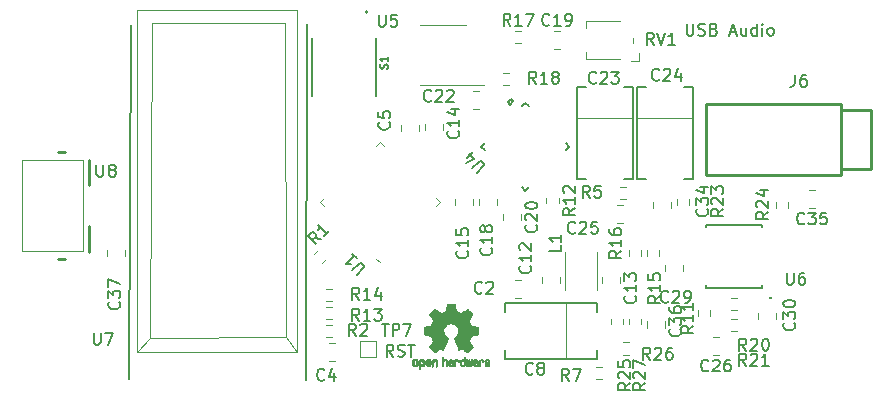
<source format=gbr>
%TF.GenerationSoftware,KiCad,Pcbnew,(6.0.0)*%
%TF.CreationDate,2022-03-10T17:49:05+08:00*%
%TF.ProjectId,st_usbAudioV1_demo,73745f75-7362-4417-9564-696f56315f64,rev?*%
%TF.SameCoordinates,Original*%
%TF.FileFunction,Legend,Top*%
%TF.FilePolarity,Positive*%
%FSLAX46Y46*%
G04 Gerber Fmt 4.6, Leading zero omitted, Abs format (unit mm)*
G04 Created by KiCad (PCBNEW (6.0.0)) date 2022-03-10 17:49:05*
%MOMM*%
%LPD*%
G01*
G04 APERTURE LIST*
%ADD10C,0.150000*%
%ADD11C,0.152400*%
%ADD12C,0.200000*%
%ADD13C,0.010000*%
%ADD14C,0.120000*%
%ADD15C,0.050000*%
%ADD16C,0.228600*%
%ADD17C,0.254000*%
%ADD18C,0.127000*%
G04 APERTURE END LIST*
D10*
X173371333Y-58888380D02*
X173371333Y-59697904D01*
X173418952Y-59793142D01*
X173466571Y-59840761D01*
X173561809Y-59888380D01*
X173752285Y-59888380D01*
X173847523Y-59840761D01*
X173895142Y-59793142D01*
X173942761Y-59697904D01*
X173942761Y-58888380D01*
X174371333Y-59840761D02*
X174514190Y-59888380D01*
X174752285Y-59888380D01*
X174847523Y-59840761D01*
X174895142Y-59793142D01*
X174942761Y-59697904D01*
X174942761Y-59602666D01*
X174895142Y-59507428D01*
X174847523Y-59459809D01*
X174752285Y-59412190D01*
X174561809Y-59364571D01*
X174466571Y-59316952D01*
X174418952Y-59269333D01*
X174371333Y-59174095D01*
X174371333Y-59078857D01*
X174418952Y-58983619D01*
X174466571Y-58936000D01*
X174561809Y-58888380D01*
X174799904Y-58888380D01*
X174942761Y-58936000D01*
X175704666Y-59364571D02*
X175847523Y-59412190D01*
X175895142Y-59459809D01*
X175942761Y-59555047D01*
X175942761Y-59697904D01*
X175895142Y-59793142D01*
X175847523Y-59840761D01*
X175752285Y-59888380D01*
X175371333Y-59888380D01*
X175371333Y-58888380D01*
X175704666Y-58888380D01*
X175799904Y-58936000D01*
X175847523Y-58983619D01*
X175895142Y-59078857D01*
X175895142Y-59174095D01*
X175847523Y-59269333D01*
X175799904Y-59316952D01*
X175704666Y-59364571D01*
X175371333Y-59364571D01*
X177085619Y-59602666D02*
X177561809Y-59602666D01*
X176990380Y-59888380D02*
X177323714Y-58888380D01*
X177657047Y-59888380D01*
X178418952Y-59221714D02*
X178418952Y-59888380D01*
X177990380Y-59221714D02*
X177990380Y-59745523D01*
X178038000Y-59840761D01*
X178133238Y-59888380D01*
X178276095Y-59888380D01*
X178371333Y-59840761D01*
X178418952Y-59793142D01*
X179323714Y-59888380D02*
X179323714Y-58888380D01*
X179323714Y-59840761D02*
X179228476Y-59888380D01*
X179038000Y-59888380D01*
X178942761Y-59840761D01*
X178895142Y-59793142D01*
X178847523Y-59697904D01*
X178847523Y-59412190D01*
X178895142Y-59316952D01*
X178942761Y-59269333D01*
X179038000Y-59221714D01*
X179228476Y-59221714D01*
X179323714Y-59269333D01*
X179799904Y-59888380D02*
X179799904Y-59221714D01*
X179799904Y-58888380D02*
X179752285Y-58936000D01*
X179799904Y-58983619D01*
X179847523Y-58936000D01*
X179799904Y-58888380D01*
X179799904Y-58983619D01*
X180418952Y-59888380D02*
X180323714Y-59840761D01*
X180276095Y-59793142D01*
X180228476Y-59697904D01*
X180228476Y-59412190D01*
X180276095Y-59316952D01*
X180323714Y-59269333D01*
X180418952Y-59221714D01*
X180561809Y-59221714D01*
X180657047Y-59269333D01*
X180704666Y-59316952D01*
X180752285Y-59412190D01*
X180752285Y-59697904D01*
X180704666Y-59793142D01*
X180657047Y-59840761D01*
X180561809Y-59888380D01*
X180418952Y-59888380D01*
X148550380Y-87066380D02*
X148217047Y-86590190D01*
X147978952Y-87066380D02*
X147978952Y-86066380D01*
X148359904Y-86066380D01*
X148455142Y-86114000D01*
X148502761Y-86161619D01*
X148550380Y-86256857D01*
X148550380Y-86399714D01*
X148502761Y-86494952D01*
X148455142Y-86542571D01*
X148359904Y-86590190D01*
X147978952Y-86590190D01*
X148931333Y-87018761D02*
X149074190Y-87066380D01*
X149312285Y-87066380D01*
X149407523Y-87018761D01*
X149455142Y-86971142D01*
X149502761Y-86875904D01*
X149502761Y-86780666D01*
X149455142Y-86685428D01*
X149407523Y-86637809D01*
X149312285Y-86590190D01*
X149121809Y-86542571D01*
X149026571Y-86494952D01*
X148978952Y-86447333D01*
X148931333Y-86352095D01*
X148931333Y-86256857D01*
X148978952Y-86161619D01*
X149026571Y-86114000D01*
X149121809Y-86066380D01*
X149359904Y-86066380D01*
X149502761Y-86114000D01*
X149788476Y-86066380D02*
X150359904Y-86066380D01*
X150074190Y-87066380D02*
X150074190Y-86066380D01*
X126175000Y-88950000D02*
X126350000Y-59000000D01*
X141200000Y-58925000D02*
X141175000Y-89050000D01*
%TO.C,R14*%
X145661142Y-82240380D02*
X145327809Y-81764190D01*
X145089714Y-82240380D02*
X145089714Y-81240380D01*
X145470666Y-81240380D01*
X145565904Y-81288000D01*
X145613523Y-81335619D01*
X145661142Y-81430857D01*
X145661142Y-81573714D01*
X145613523Y-81668952D01*
X145565904Y-81716571D01*
X145470666Y-81764190D01*
X145089714Y-81764190D01*
X146613523Y-82240380D02*
X146042095Y-82240380D01*
X146327809Y-82240380D02*
X146327809Y-81240380D01*
X146232571Y-81383238D01*
X146137333Y-81478476D01*
X146042095Y-81526095D01*
X147470666Y-81573714D02*
X147470666Y-82240380D01*
X147232571Y-81192761D02*
X146994476Y-81907047D01*
X147613523Y-81907047D01*
%TO.C,C2*%
X156043333Y-81637142D02*
X155995714Y-81684761D01*
X155852857Y-81732380D01*
X155757619Y-81732380D01*
X155614761Y-81684761D01*
X155519523Y-81589523D01*
X155471904Y-81494285D01*
X155424285Y-81303809D01*
X155424285Y-81160952D01*
X155471904Y-80970476D01*
X155519523Y-80875238D01*
X155614761Y-80780000D01*
X155757619Y-80732380D01*
X155852857Y-80732380D01*
X155995714Y-80780000D01*
X156043333Y-80827619D01*
X156424285Y-80827619D02*
X156471904Y-80780000D01*
X156567142Y-80732380D01*
X156805238Y-80732380D01*
X156900476Y-80780000D01*
X156948095Y-80827619D01*
X156995714Y-80922857D01*
X156995714Y-81018095D01*
X156948095Y-81160952D01*
X156376666Y-81732380D01*
X156995714Y-81732380D01*
%TO.C,C19*%
X161769142Y-58955142D02*
X161721523Y-59002761D01*
X161578666Y-59050380D01*
X161483428Y-59050380D01*
X161340571Y-59002761D01*
X161245333Y-58907523D01*
X161197714Y-58812285D01*
X161150095Y-58621809D01*
X161150095Y-58478952D01*
X161197714Y-58288476D01*
X161245333Y-58193238D01*
X161340571Y-58098000D01*
X161483428Y-58050380D01*
X161578666Y-58050380D01*
X161721523Y-58098000D01*
X161769142Y-58145619D01*
X162721523Y-59050380D02*
X162150095Y-59050380D01*
X162435809Y-59050380D02*
X162435809Y-58050380D01*
X162340571Y-58193238D01*
X162245333Y-58288476D01*
X162150095Y-58336095D01*
X163197714Y-59050380D02*
X163388190Y-59050380D01*
X163483428Y-59002761D01*
X163531047Y-58955142D01*
X163626285Y-58812285D01*
X163673904Y-58621809D01*
X163673904Y-58240857D01*
X163626285Y-58145619D01*
X163578666Y-58098000D01*
X163483428Y-58050380D01*
X163292952Y-58050380D01*
X163197714Y-58098000D01*
X163150095Y-58145619D01*
X163102476Y-58240857D01*
X163102476Y-58478952D01*
X163150095Y-58574190D01*
X163197714Y-58621809D01*
X163292952Y-58669428D01*
X163483428Y-58669428D01*
X163578666Y-58621809D01*
X163626285Y-58574190D01*
X163673904Y-58478952D01*
%TO.C,C30*%
X182475142Y-84208857D02*
X182522761Y-84256476D01*
X182570380Y-84399333D01*
X182570380Y-84494571D01*
X182522761Y-84637428D01*
X182427523Y-84732666D01*
X182332285Y-84780285D01*
X182141809Y-84827904D01*
X181998952Y-84827904D01*
X181808476Y-84780285D01*
X181713238Y-84732666D01*
X181618000Y-84637428D01*
X181570380Y-84494571D01*
X181570380Y-84399333D01*
X181618000Y-84256476D01*
X181665619Y-84208857D01*
X181570380Y-83875523D02*
X181570380Y-83256476D01*
X181951333Y-83589809D01*
X181951333Y-83446952D01*
X181998952Y-83351714D01*
X182046571Y-83304095D01*
X182141809Y-83256476D01*
X182379904Y-83256476D01*
X182475142Y-83304095D01*
X182522761Y-83351714D01*
X182570380Y-83446952D01*
X182570380Y-83732666D01*
X182522761Y-83827904D01*
X182475142Y-83875523D01*
X181570380Y-82637428D02*
X181570380Y-82542190D01*
X181618000Y-82446952D01*
X181665619Y-82399333D01*
X181760857Y-82351714D01*
X181951333Y-82304095D01*
X182189428Y-82304095D01*
X182379904Y-82351714D01*
X182475142Y-82399333D01*
X182522761Y-82446952D01*
X182570380Y-82542190D01*
X182570380Y-82637428D01*
X182522761Y-82732666D01*
X182475142Y-82780285D01*
X182379904Y-82827904D01*
X182189428Y-82875523D01*
X181951333Y-82875523D01*
X181760857Y-82827904D01*
X181665619Y-82780285D01*
X181618000Y-82732666D01*
X181570380Y-82637428D01*
%TO.C,U4*%
X155599522Y-71537973D02*
X156171942Y-70965553D01*
X156205614Y-70864538D01*
X156205614Y-70797194D01*
X156171942Y-70696179D01*
X156037255Y-70561492D01*
X155936240Y-70527820D01*
X155868896Y-70527820D01*
X155767881Y-70561492D01*
X155195461Y-71133912D01*
X154791400Y-70258446D02*
X155262805Y-69787042D01*
X154690385Y-70696179D02*
X155363820Y-70359461D01*
X154926087Y-69921729D01*
%TO.C,R23*%
X176474380Y-74556857D02*
X175998190Y-74890190D01*
X176474380Y-75128285D02*
X175474380Y-75128285D01*
X175474380Y-74747333D01*
X175522000Y-74652095D01*
X175569619Y-74604476D01*
X175664857Y-74556857D01*
X175807714Y-74556857D01*
X175902952Y-74604476D01*
X175950571Y-74652095D01*
X175998190Y-74747333D01*
X175998190Y-75128285D01*
X175569619Y-74175904D02*
X175522000Y-74128285D01*
X175474380Y-74033047D01*
X175474380Y-73794952D01*
X175522000Y-73699714D01*
X175569619Y-73652095D01*
X175664857Y-73604476D01*
X175760095Y-73604476D01*
X175902952Y-73652095D01*
X176474380Y-74223523D01*
X176474380Y-73604476D01*
X175474380Y-73271142D02*
X175474380Y-72652095D01*
X175855333Y-72985428D01*
X175855333Y-72842571D01*
X175902952Y-72747333D01*
X175950571Y-72699714D01*
X176045809Y-72652095D01*
X176283904Y-72652095D01*
X176379142Y-72699714D01*
X176426761Y-72747333D01*
X176474380Y-72842571D01*
X176474380Y-73128285D01*
X176426761Y-73223523D01*
X176379142Y-73271142D01*
%TO.C,R17*%
X158467142Y-59046380D02*
X158133809Y-58570190D01*
X157895714Y-59046380D02*
X157895714Y-58046380D01*
X158276666Y-58046380D01*
X158371904Y-58094000D01*
X158419523Y-58141619D01*
X158467142Y-58236857D01*
X158467142Y-58379714D01*
X158419523Y-58474952D01*
X158371904Y-58522571D01*
X158276666Y-58570190D01*
X157895714Y-58570190D01*
X159419523Y-59046380D02*
X158848095Y-59046380D01*
X159133809Y-59046380D02*
X159133809Y-58046380D01*
X159038571Y-58189238D01*
X158943333Y-58284476D01*
X158848095Y-58332095D01*
X159752857Y-58046380D02*
X160419523Y-58046380D01*
X159990952Y-59046380D01*
%TO.C,TP7*%
X147582095Y-84288380D02*
X148153523Y-84288380D01*
X147867809Y-85288380D02*
X147867809Y-84288380D01*
X148486857Y-85288380D02*
X148486857Y-84288380D01*
X148867809Y-84288380D01*
X148963047Y-84336000D01*
X149010666Y-84383619D01*
X149058285Y-84478857D01*
X149058285Y-84621714D01*
X149010666Y-84716952D01*
X148963047Y-84764571D01*
X148867809Y-84812190D01*
X148486857Y-84812190D01*
X149391619Y-84288380D02*
X150058285Y-84288380D01*
X149629714Y-85288380D01*
%TO.C,C26*%
X175231142Y-88223142D02*
X175183523Y-88270761D01*
X175040666Y-88318380D01*
X174945428Y-88318380D01*
X174802571Y-88270761D01*
X174707333Y-88175523D01*
X174659714Y-88080285D01*
X174612095Y-87889809D01*
X174612095Y-87746952D01*
X174659714Y-87556476D01*
X174707333Y-87461238D01*
X174802571Y-87366000D01*
X174945428Y-87318380D01*
X175040666Y-87318380D01*
X175183523Y-87366000D01*
X175231142Y-87413619D01*
X175612095Y-87413619D02*
X175659714Y-87366000D01*
X175754952Y-87318380D01*
X175993047Y-87318380D01*
X176088285Y-87366000D01*
X176135904Y-87413619D01*
X176183523Y-87508857D01*
X176183523Y-87604095D01*
X176135904Y-87746952D01*
X175564476Y-88318380D01*
X176183523Y-88318380D01*
X177040666Y-87318380D02*
X176850190Y-87318380D01*
X176754952Y-87366000D01*
X176707333Y-87413619D01*
X176612095Y-87556476D01*
X176564476Y-87746952D01*
X176564476Y-88127904D01*
X176612095Y-88223142D01*
X176659714Y-88270761D01*
X176754952Y-88318380D01*
X176945428Y-88318380D01*
X177040666Y-88270761D01*
X177088285Y-88223142D01*
X177135904Y-88127904D01*
X177135904Y-87889809D01*
X177088285Y-87794571D01*
X177040666Y-87746952D01*
X176945428Y-87699333D01*
X176754952Y-87699333D01*
X176659714Y-87746952D01*
X176612095Y-87794571D01*
X176564476Y-87889809D01*
%TO.C,C37*%
X125325142Y-82430857D02*
X125372761Y-82478476D01*
X125420380Y-82621333D01*
X125420380Y-82716571D01*
X125372761Y-82859428D01*
X125277523Y-82954666D01*
X125182285Y-83002285D01*
X124991809Y-83049904D01*
X124848952Y-83049904D01*
X124658476Y-83002285D01*
X124563238Y-82954666D01*
X124468000Y-82859428D01*
X124420380Y-82716571D01*
X124420380Y-82621333D01*
X124468000Y-82478476D01*
X124515619Y-82430857D01*
X124420380Y-82097523D02*
X124420380Y-81478476D01*
X124801333Y-81811809D01*
X124801333Y-81668952D01*
X124848952Y-81573714D01*
X124896571Y-81526095D01*
X124991809Y-81478476D01*
X125229904Y-81478476D01*
X125325142Y-81526095D01*
X125372761Y-81573714D01*
X125420380Y-81668952D01*
X125420380Y-81954666D01*
X125372761Y-82049904D01*
X125325142Y-82097523D01*
X124420380Y-81145142D02*
X124420380Y-80478476D01*
X125420380Y-80907047D01*
%TO.C,R16*%
X167838380Y-78112857D02*
X167362190Y-78446190D01*
X167838380Y-78684285D02*
X166838380Y-78684285D01*
X166838380Y-78303333D01*
X166886000Y-78208095D01*
X166933619Y-78160476D01*
X167028857Y-78112857D01*
X167171714Y-78112857D01*
X167266952Y-78160476D01*
X167314571Y-78208095D01*
X167362190Y-78303333D01*
X167362190Y-78684285D01*
X167838380Y-77160476D02*
X167838380Y-77731904D01*
X167838380Y-77446190D02*
X166838380Y-77446190D01*
X166981238Y-77541428D01*
X167076476Y-77636666D01*
X167124095Y-77731904D01*
X166838380Y-76303333D02*
X166838380Y-76493809D01*
X166886000Y-76589047D01*
X166933619Y-76636666D01*
X167076476Y-76731904D01*
X167266952Y-76779523D01*
X167647904Y-76779523D01*
X167743142Y-76731904D01*
X167790761Y-76684285D01*
X167838380Y-76589047D01*
X167838380Y-76398571D01*
X167790761Y-76303333D01*
X167743142Y-76255714D01*
X167647904Y-76208095D01*
X167409809Y-76208095D01*
X167314571Y-76255714D01*
X167266952Y-76303333D01*
X167219333Y-76398571D01*
X167219333Y-76589047D01*
X167266952Y-76684285D01*
X167314571Y-76731904D01*
X167409809Y-76779523D01*
%TO.C,C34*%
X175109142Y-74556857D02*
X175156761Y-74604476D01*
X175204380Y-74747333D01*
X175204380Y-74842571D01*
X175156761Y-74985428D01*
X175061523Y-75080666D01*
X174966285Y-75128285D01*
X174775809Y-75175904D01*
X174632952Y-75175904D01*
X174442476Y-75128285D01*
X174347238Y-75080666D01*
X174252000Y-74985428D01*
X174204380Y-74842571D01*
X174204380Y-74747333D01*
X174252000Y-74604476D01*
X174299619Y-74556857D01*
X174204380Y-74223523D02*
X174204380Y-73604476D01*
X174585333Y-73937809D01*
X174585333Y-73794952D01*
X174632952Y-73699714D01*
X174680571Y-73652095D01*
X174775809Y-73604476D01*
X175013904Y-73604476D01*
X175109142Y-73652095D01*
X175156761Y-73699714D01*
X175204380Y-73794952D01*
X175204380Y-74080666D01*
X175156761Y-74175904D01*
X175109142Y-74223523D01*
X174537714Y-72747333D02*
X175204380Y-72747333D01*
X174156761Y-72985428D02*
X174871047Y-73223523D01*
X174871047Y-72604476D01*
%TO.C,R26*%
X170299142Y-87320380D02*
X169965809Y-86844190D01*
X169727714Y-87320380D02*
X169727714Y-86320380D01*
X170108666Y-86320380D01*
X170203904Y-86368000D01*
X170251523Y-86415619D01*
X170299142Y-86510857D01*
X170299142Y-86653714D01*
X170251523Y-86748952D01*
X170203904Y-86796571D01*
X170108666Y-86844190D01*
X169727714Y-86844190D01*
X170680095Y-86415619D02*
X170727714Y-86368000D01*
X170822952Y-86320380D01*
X171061047Y-86320380D01*
X171156285Y-86368000D01*
X171203904Y-86415619D01*
X171251523Y-86510857D01*
X171251523Y-86606095D01*
X171203904Y-86748952D01*
X170632476Y-87320380D01*
X171251523Y-87320380D01*
X172108666Y-86320380D02*
X171918190Y-86320380D01*
X171822952Y-86368000D01*
X171775333Y-86415619D01*
X171680095Y-86558476D01*
X171632476Y-86748952D01*
X171632476Y-87129904D01*
X171680095Y-87225142D01*
X171727714Y-87272761D01*
X171822952Y-87320380D01*
X172013428Y-87320380D01*
X172108666Y-87272761D01*
X172156285Y-87225142D01*
X172203904Y-87129904D01*
X172203904Y-86891809D01*
X172156285Y-86796571D01*
X172108666Y-86748952D01*
X172013428Y-86701333D01*
X171822952Y-86701333D01*
X171727714Y-86748952D01*
X171680095Y-86796571D01*
X171632476Y-86891809D01*
%TO.C,RV1*%
X170600761Y-60650380D02*
X170267428Y-60174190D01*
X170029333Y-60650380D02*
X170029333Y-59650380D01*
X170410285Y-59650380D01*
X170505523Y-59698000D01*
X170553142Y-59745619D01*
X170600761Y-59840857D01*
X170600761Y-59983714D01*
X170553142Y-60078952D01*
X170505523Y-60126571D01*
X170410285Y-60174190D01*
X170029333Y-60174190D01*
X170886476Y-59650380D02*
X171219809Y-60650380D01*
X171553142Y-59650380D01*
X172410285Y-60650380D02*
X171838857Y-60650380D01*
X172124571Y-60650380D02*
X172124571Y-59650380D01*
X172029333Y-59793238D01*
X171934095Y-59888476D01*
X171838857Y-59936095D01*
%TO.C,U7*%
X123190095Y-85050380D02*
X123190095Y-85859904D01*
X123237714Y-85955142D01*
X123285333Y-86002761D01*
X123380571Y-86050380D01*
X123571047Y-86050380D01*
X123666285Y-86002761D01*
X123713904Y-85955142D01*
X123761523Y-85859904D01*
X123761523Y-85050380D01*
X124142476Y-85050380D02*
X124809142Y-85050380D01*
X124380571Y-86050380D01*
%TO.C,R18*%
X160647142Y-63952380D02*
X160313809Y-63476190D01*
X160075714Y-63952380D02*
X160075714Y-62952380D01*
X160456666Y-62952380D01*
X160551904Y-63000000D01*
X160599523Y-63047619D01*
X160647142Y-63142857D01*
X160647142Y-63285714D01*
X160599523Y-63380952D01*
X160551904Y-63428571D01*
X160456666Y-63476190D01*
X160075714Y-63476190D01*
X161599523Y-63952380D02*
X161028095Y-63952380D01*
X161313809Y-63952380D02*
X161313809Y-62952380D01*
X161218571Y-63095238D01*
X161123333Y-63190476D01*
X161028095Y-63238095D01*
X162170952Y-63380952D02*
X162075714Y-63333333D01*
X162028095Y-63285714D01*
X161980476Y-63190476D01*
X161980476Y-63142857D01*
X162028095Y-63047619D01*
X162075714Y-63000000D01*
X162170952Y-62952380D01*
X162361428Y-62952380D01*
X162456666Y-63000000D01*
X162504285Y-63047619D01*
X162551904Y-63142857D01*
X162551904Y-63190476D01*
X162504285Y-63285714D01*
X162456666Y-63333333D01*
X162361428Y-63380952D01*
X162170952Y-63380952D01*
X162075714Y-63428571D01*
X162028095Y-63476190D01*
X161980476Y-63571428D01*
X161980476Y-63761904D01*
X162028095Y-63857142D01*
X162075714Y-63904761D01*
X162170952Y-63952380D01*
X162361428Y-63952380D01*
X162456666Y-63904761D01*
X162504285Y-63857142D01*
X162551904Y-63761904D01*
X162551904Y-63571428D01*
X162504285Y-63476190D01*
X162456666Y-63428571D01*
X162361428Y-63380952D01*
%TO.C,C20*%
X160631142Y-75906857D02*
X160678761Y-75954476D01*
X160726380Y-76097333D01*
X160726380Y-76192571D01*
X160678761Y-76335428D01*
X160583523Y-76430666D01*
X160488285Y-76478285D01*
X160297809Y-76525904D01*
X160154952Y-76525904D01*
X159964476Y-76478285D01*
X159869238Y-76430666D01*
X159774000Y-76335428D01*
X159726380Y-76192571D01*
X159726380Y-76097333D01*
X159774000Y-75954476D01*
X159821619Y-75906857D01*
X159821619Y-75525904D02*
X159774000Y-75478285D01*
X159726380Y-75383047D01*
X159726380Y-75144952D01*
X159774000Y-75049714D01*
X159821619Y-75002095D01*
X159916857Y-74954476D01*
X160012095Y-74954476D01*
X160154952Y-75002095D01*
X160726380Y-75573523D01*
X160726380Y-74954476D01*
X159726380Y-74335428D02*
X159726380Y-74240190D01*
X159774000Y-74144952D01*
X159821619Y-74097333D01*
X159916857Y-74049714D01*
X160107333Y-74002095D01*
X160345428Y-74002095D01*
X160535904Y-74049714D01*
X160631142Y-74097333D01*
X160678761Y-74144952D01*
X160726380Y-74240190D01*
X160726380Y-74335428D01*
X160678761Y-74430666D01*
X160631142Y-74478285D01*
X160535904Y-74525904D01*
X160345428Y-74573523D01*
X160107333Y-74573523D01*
X159916857Y-74525904D01*
X159821619Y-74478285D01*
X159774000Y-74430666D01*
X159726380Y-74335428D01*
%TO.C,R20*%
X178427142Y-86558380D02*
X178093809Y-86082190D01*
X177855714Y-86558380D02*
X177855714Y-85558380D01*
X178236666Y-85558380D01*
X178331904Y-85606000D01*
X178379523Y-85653619D01*
X178427142Y-85748857D01*
X178427142Y-85891714D01*
X178379523Y-85986952D01*
X178331904Y-86034571D01*
X178236666Y-86082190D01*
X177855714Y-86082190D01*
X178808095Y-85653619D02*
X178855714Y-85606000D01*
X178950952Y-85558380D01*
X179189047Y-85558380D01*
X179284285Y-85606000D01*
X179331904Y-85653619D01*
X179379523Y-85748857D01*
X179379523Y-85844095D01*
X179331904Y-85986952D01*
X178760476Y-86558380D01*
X179379523Y-86558380D01*
X179998571Y-85558380D02*
X180093809Y-85558380D01*
X180189047Y-85606000D01*
X180236666Y-85653619D01*
X180284285Y-85748857D01*
X180331904Y-85939333D01*
X180331904Y-86177428D01*
X180284285Y-86367904D01*
X180236666Y-86463142D01*
X180189047Y-86510761D01*
X180093809Y-86558380D01*
X179998571Y-86558380D01*
X179903333Y-86510761D01*
X179855714Y-86463142D01*
X179808095Y-86367904D01*
X179760476Y-86177428D01*
X179760476Y-85939333D01*
X179808095Y-85748857D01*
X179855714Y-85653619D01*
X179903333Y-85606000D01*
X179998571Y-85558380D01*
%TO.C,C8*%
X160361333Y-88495142D02*
X160313714Y-88542761D01*
X160170857Y-88590380D01*
X160075619Y-88590380D01*
X159932761Y-88542761D01*
X159837523Y-88447523D01*
X159789904Y-88352285D01*
X159742285Y-88161809D01*
X159742285Y-88018952D01*
X159789904Y-87828476D01*
X159837523Y-87733238D01*
X159932761Y-87638000D01*
X160075619Y-87590380D01*
X160170857Y-87590380D01*
X160313714Y-87638000D01*
X160361333Y-87685619D01*
X160932761Y-88018952D02*
X160837523Y-87971333D01*
X160789904Y-87923714D01*
X160742285Y-87828476D01*
X160742285Y-87780857D01*
X160789904Y-87685619D01*
X160837523Y-87638000D01*
X160932761Y-87590380D01*
X161123238Y-87590380D01*
X161218476Y-87638000D01*
X161266095Y-87685619D01*
X161313714Y-87780857D01*
X161313714Y-87828476D01*
X161266095Y-87923714D01*
X161218476Y-87971333D01*
X161123238Y-88018952D01*
X160932761Y-88018952D01*
X160837523Y-88066571D01*
X160789904Y-88114190D01*
X160742285Y-88209428D01*
X160742285Y-88399904D01*
X160789904Y-88495142D01*
X160837523Y-88542761D01*
X160932761Y-88590380D01*
X161123238Y-88590380D01*
X161218476Y-88542761D01*
X161266095Y-88495142D01*
X161313714Y-88399904D01*
X161313714Y-88209428D01*
X161266095Y-88114190D01*
X161218476Y-88066571D01*
X161123238Y-88018952D01*
%TO.C,R15*%
X171140380Y-81922857D02*
X170664190Y-82256190D01*
X171140380Y-82494285D02*
X170140380Y-82494285D01*
X170140380Y-82113333D01*
X170188000Y-82018095D01*
X170235619Y-81970476D01*
X170330857Y-81922857D01*
X170473714Y-81922857D01*
X170568952Y-81970476D01*
X170616571Y-82018095D01*
X170664190Y-82113333D01*
X170664190Y-82494285D01*
X171140380Y-80970476D02*
X171140380Y-81541904D01*
X171140380Y-81256190D02*
X170140380Y-81256190D01*
X170283238Y-81351428D01*
X170378476Y-81446666D01*
X170426095Y-81541904D01*
X170140380Y-80065714D02*
X170140380Y-80541904D01*
X170616571Y-80589523D01*
X170568952Y-80541904D01*
X170521333Y-80446666D01*
X170521333Y-80208571D01*
X170568952Y-80113333D01*
X170616571Y-80065714D01*
X170711809Y-80018095D01*
X170949904Y-80018095D01*
X171045142Y-80065714D01*
X171092761Y-80113333D01*
X171140380Y-80208571D01*
X171140380Y-80446666D01*
X171092761Y-80541904D01*
X171045142Y-80589523D01*
%TO.C,R27*%
X169870380Y-89288857D02*
X169394190Y-89622190D01*
X169870380Y-89860285D02*
X168870380Y-89860285D01*
X168870380Y-89479333D01*
X168918000Y-89384095D01*
X168965619Y-89336476D01*
X169060857Y-89288857D01*
X169203714Y-89288857D01*
X169298952Y-89336476D01*
X169346571Y-89384095D01*
X169394190Y-89479333D01*
X169394190Y-89860285D01*
X168965619Y-88907904D02*
X168918000Y-88860285D01*
X168870380Y-88765047D01*
X168870380Y-88526952D01*
X168918000Y-88431714D01*
X168965619Y-88384095D01*
X169060857Y-88336476D01*
X169156095Y-88336476D01*
X169298952Y-88384095D01*
X169870380Y-88955523D01*
X169870380Y-88336476D01*
X168870380Y-88003142D02*
X168870380Y-87336476D01*
X169870380Y-87765047D01*
%TO.C,U5*%
X147320095Y-58126380D02*
X147320095Y-58935904D01*
X147367714Y-59031142D01*
X147415333Y-59078761D01*
X147510571Y-59126380D01*
X147701047Y-59126380D01*
X147796285Y-59078761D01*
X147843904Y-59031142D01*
X147891523Y-58935904D01*
X147891523Y-58126380D01*
X148843904Y-58126380D02*
X148367714Y-58126380D01*
X148320095Y-58602571D01*
X148367714Y-58554952D01*
X148462952Y-58507333D01*
X148701047Y-58507333D01*
X148796285Y-58554952D01*
X148843904Y-58602571D01*
X148891523Y-58697809D01*
X148891523Y-58935904D01*
X148843904Y-59031142D01*
X148796285Y-59078761D01*
X148701047Y-59126380D01*
X148462952Y-59126380D01*
X148367714Y-59078761D01*
X148320095Y-59031142D01*
%TO.C,C4*%
X142704075Y-89003142D02*
X142656456Y-89050761D01*
X142513599Y-89098380D01*
X142418361Y-89098380D01*
X142275503Y-89050761D01*
X142180265Y-88955523D01*
X142132646Y-88860285D01*
X142085027Y-88669809D01*
X142085027Y-88526952D01*
X142132646Y-88336476D01*
X142180265Y-88241238D01*
X142275503Y-88146000D01*
X142418361Y-88098380D01*
X142513599Y-88098380D01*
X142656456Y-88146000D01*
X142704075Y-88193619D01*
X143561218Y-88431714D02*
X143561218Y-89098380D01*
X143323122Y-88050761D02*
X143085027Y-88765047D01*
X143704075Y-88765047D01*
%TO.C,C24*%
X171061142Y-63603142D02*
X171013523Y-63650761D01*
X170870666Y-63698380D01*
X170775428Y-63698380D01*
X170632571Y-63650761D01*
X170537333Y-63555523D01*
X170489714Y-63460285D01*
X170442095Y-63269809D01*
X170442095Y-63126952D01*
X170489714Y-62936476D01*
X170537333Y-62841238D01*
X170632571Y-62746000D01*
X170775428Y-62698380D01*
X170870666Y-62698380D01*
X171013523Y-62746000D01*
X171061142Y-62793619D01*
X171442095Y-62793619D02*
X171489714Y-62746000D01*
X171584952Y-62698380D01*
X171823047Y-62698380D01*
X171918285Y-62746000D01*
X171965904Y-62793619D01*
X172013523Y-62888857D01*
X172013523Y-62984095D01*
X171965904Y-63126952D01*
X171394476Y-63698380D01*
X172013523Y-63698380D01*
X172870666Y-63031714D02*
X172870666Y-63698380D01*
X172632571Y-62650761D02*
X172394476Y-63365047D01*
X173013523Y-63365047D01*
%TO.C,R7*%
X163409333Y-89098380D02*
X163076000Y-88622190D01*
X162837904Y-89098380D02*
X162837904Y-88098380D01*
X163218857Y-88098380D01*
X163314095Y-88146000D01*
X163361714Y-88193619D01*
X163409333Y-88288857D01*
X163409333Y-88431714D01*
X163361714Y-88526952D01*
X163314095Y-88574571D01*
X163218857Y-88622190D01*
X162837904Y-88622190D01*
X163742666Y-88098380D02*
X164409333Y-88098380D01*
X163980761Y-89098380D01*
%TO.C,R24*%
X180284380Y-74810857D02*
X179808190Y-75144190D01*
X180284380Y-75382285D02*
X179284380Y-75382285D01*
X179284380Y-75001333D01*
X179332000Y-74906095D01*
X179379619Y-74858476D01*
X179474857Y-74810857D01*
X179617714Y-74810857D01*
X179712952Y-74858476D01*
X179760571Y-74906095D01*
X179808190Y-75001333D01*
X179808190Y-75382285D01*
X179379619Y-74429904D02*
X179332000Y-74382285D01*
X179284380Y-74287047D01*
X179284380Y-74048952D01*
X179332000Y-73953714D01*
X179379619Y-73906095D01*
X179474857Y-73858476D01*
X179570095Y-73858476D01*
X179712952Y-73906095D01*
X180284380Y-74477523D01*
X180284380Y-73858476D01*
X179617714Y-73001333D02*
X180284380Y-73001333D01*
X179236761Y-73239428D02*
X179951047Y-73477523D01*
X179951047Y-72858476D01*
%TO.C,U1*%
X145439522Y-80173973D02*
X146011942Y-79601553D01*
X146045614Y-79500538D01*
X146045614Y-79433194D01*
X146011942Y-79332179D01*
X145877255Y-79197492D01*
X145776240Y-79163820D01*
X145708896Y-79163820D01*
X145607881Y-79197492D01*
X145035461Y-79769912D01*
X145035461Y-78355698D02*
X145439522Y-78759759D01*
X145237492Y-78557729D02*
X144530385Y-79264835D01*
X144698744Y-79231164D01*
X144833431Y-79231164D01*
X144934446Y-79264835D01*
%TO.C,L1*%
X162758380Y-77636666D02*
X162758380Y-78112857D01*
X161758380Y-78112857D01*
X162758380Y-76779523D02*
X162758380Y-77350952D01*
X162758380Y-77065238D02*
X161758380Y-77065238D01*
X161901238Y-77160476D01*
X161996476Y-77255714D01*
X162044095Y-77350952D01*
%TO.C,C25*%
X163949142Y-76557142D02*
X163901523Y-76604761D01*
X163758666Y-76652380D01*
X163663428Y-76652380D01*
X163520571Y-76604761D01*
X163425333Y-76509523D01*
X163377714Y-76414285D01*
X163330095Y-76223809D01*
X163330095Y-76080952D01*
X163377714Y-75890476D01*
X163425333Y-75795238D01*
X163520571Y-75700000D01*
X163663428Y-75652380D01*
X163758666Y-75652380D01*
X163901523Y-75700000D01*
X163949142Y-75747619D01*
X164330095Y-75747619D02*
X164377714Y-75700000D01*
X164472952Y-75652380D01*
X164711047Y-75652380D01*
X164806285Y-75700000D01*
X164853904Y-75747619D01*
X164901523Y-75842857D01*
X164901523Y-75938095D01*
X164853904Y-76080952D01*
X164282476Y-76652380D01*
X164901523Y-76652380D01*
X165806285Y-75652380D02*
X165330095Y-75652380D01*
X165282476Y-76128571D01*
X165330095Y-76080952D01*
X165425333Y-76033333D01*
X165663428Y-76033333D01*
X165758666Y-76080952D01*
X165806285Y-76128571D01*
X165853904Y-76223809D01*
X165853904Y-76461904D01*
X165806285Y-76557142D01*
X165758666Y-76604761D01*
X165663428Y-76652380D01*
X165425333Y-76652380D01*
X165330095Y-76604761D01*
X165282476Y-76557142D01*
%TO.C,C36*%
X172823142Y-84716857D02*
X172870761Y-84764476D01*
X172918380Y-84907333D01*
X172918380Y-85002571D01*
X172870761Y-85145428D01*
X172775523Y-85240666D01*
X172680285Y-85288285D01*
X172489809Y-85335904D01*
X172346952Y-85335904D01*
X172156476Y-85288285D01*
X172061238Y-85240666D01*
X171966000Y-85145428D01*
X171918380Y-85002571D01*
X171918380Y-84907333D01*
X171966000Y-84764476D01*
X172013619Y-84716857D01*
X171918380Y-84383523D02*
X171918380Y-83764476D01*
X172299333Y-84097809D01*
X172299333Y-83954952D01*
X172346952Y-83859714D01*
X172394571Y-83812095D01*
X172489809Y-83764476D01*
X172727904Y-83764476D01*
X172823142Y-83812095D01*
X172870761Y-83859714D01*
X172918380Y-83954952D01*
X172918380Y-84240666D01*
X172870761Y-84335904D01*
X172823142Y-84383523D01*
X171918380Y-82907333D02*
X171918380Y-83097809D01*
X171966000Y-83193047D01*
X172013619Y-83240666D01*
X172156476Y-83335904D01*
X172346952Y-83383523D01*
X172727904Y-83383523D01*
X172823142Y-83335904D01*
X172870761Y-83288285D01*
X172918380Y-83193047D01*
X172918380Y-83002571D01*
X172870761Y-82907333D01*
X172823142Y-82859714D01*
X172727904Y-82812095D01*
X172489809Y-82812095D01*
X172394571Y-82859714D01*
X172346952Y-82907333D01*
X172299333Y-83002571D01*
X172299333Y-83193047D01*
X172346952Y-83288285D01*
X172394571Y-83335904D01*
X172489809Y-83383523D01*
%TO.C,C13*%
X169013142Y-81922857D02*
X169060761Y-81970476D01*
X169108380Y-82113333D01*
X169108380Y-82208571D01*
X169060761Y-82351428D01*
X168965523Y-82446666D01*
X168870285Y-82494285D01*
X168679809Y-82541904D01*
X168536952Y-82541904D01*
X168346476Y-82494285D01*
X168251238Y-82446666D01*
X168156000Y-82351428D01*
X168108380Y-82208571D01*
X168108380Y-82113333D01*
X168156000Y-81970476D01*
X168203619Y-81922857D01*
X169108380Y-80970476D02*
X169108380Y-81541904D01*
X169108380Y-81256190D02*
X168108380Y-81256190D01*
X168251238Y-81351428D01*
X168346476Y-81446666D01*
X168394095Y-81541904D01*
X168108380Y-80637142D02*
X168108380Y-80018095D01*
X168489333Y-80351428D01*
X168489333Y-80208571D01*
X168536952Y-80113333D01*
X168584571Y-80065714D01*
X168679809Y-80018095D01*
X168917904Y-80018095D01*
X169013142Y-80065714D01*
X169060761Y-80113333D01*
X169108380Y-80208571D01*
X169108380Y-80494285D01*
X169060761Y-80589523D01*
X169013142Y-80637142D01*
%TO.C,C14*%
X154027142Y-67952857D02*
X154074761Y-68000476D01*
X154122380Y-68143333D01*
X154122380Y-68238571D01*
X154074761Y-68381428D01*
X153979523Y-68476666D01*
X153884285Y-68524285D01*
X153693809Y-68571904D01*
X153550952Y-68571904D01*
X153360476Y-68524285D01*
X153265238Y-68476666D01*
X153170000Y-68381428D01*
X153122380Y-68238571D01*
X153122380Y-68143333D01*
X153170000Y-68000476D01*
X153217619Y-67952857D01*
X154122380Y-67000476D02*
X154122380Y-67571904D01*
X154122380Y-67286190D02*
X153122380Y-67286190D01*
X153265238Y-67381428D01*
X153360476Y-67476666D01*
X153408095Y-67571904D01*
X153455714Y-66143333D02*
X154122380Y-66143333D01*
X153074761Y-66381428D02*
X153789047Y-66619523D01*
X153789047Y-66000476D01*
%TO.C,C35*%
X183359142Y-75777142D02*
X183311523Y-75824761D01*
X183168666Y-75872380D01*
X183073428Y-75872380D01*
X182930571Y-75824761D01*
X182835333Y-75729523D01*
X182787714Y-75634285D01*
X182740095Y-75443809D01*
X182740095Y-75300952D01*
X182787714Y-75110476D01*
X182835333Y-75015238D01*
X182930571Y-74920000D01*
X183073428Y-74872380D01*
X183168666Y-74872380D01*
X183311523Y-74920000D01*
X183359142Y-74967619D01*
X183692476Y-74872380D02*
X184311523Y-74872380D01*
X183978190Y-75253333D01*
X184121047Y-75253333D01*
X184216285Y-75300952D01*
X184263904Y-75348571D01*
X184311523Y-75443809D01*
X184311523Y-75681904D01*
X184263904Y-75777142D01*
X184216285Y-75824761D01*
X184121047Y-75872380D01*
X183835333Y-75872380D01*
X183740095Y-75824761D01*
X183692476Y-75777142D01*
X185216285Y-74872380D02*
X184740095Y-74872380D01*
X184692476Y-75348571D01*
X184740095Y-75300952D01*
X184835333Y-75253333D01*
X185073428Y-75253333D01*
X185168666Y-75300952D01*
X185216285Y-75348571D01*
X185263904Y-75443809D01*
X185263904Y-75681904D01*
X185216285Y-75777142D01*
X185168666Y-75824761D01*
X185073428Y-75872380D01*
X184835333Y-75872380D01*
X184740095Y-75824761D01*
X184692476Y-75777142D01*
%TO.C,C12*%
X160123142Y-79382857D02*
X160170761Y-79430476D01*
X160218380Y-79573333D01*
X160218380Y-79668571D01*
X160170761Y-79811428D01*
X160075523Y-79906666D01*
X159980285Y-79954285D01*
X159789809Y-80001904D01*
X159646952Y-80001904D01*
X159456476Y-79954285D01*
X159361238Y-79906666D01*
X159266000Y-79811428D01*
X159218380Y-79668571D01*
X159218380Y-79573333D01*
X159266000Y-79430476D01*
X159313619Y-79382857D01*
X160218380Y-78430476D02*
X160218380Y-79001904D01*
X160218380Y-78716190D02*
X159218380Y-78716190D01*
X159361238Y-78811428D01*
X159456476Y-78906666D01*
X159504095Y-79001904D01*
X159313619Y-78049523D02*
X159266000Y-78001904D01*
X159218380Y-77906666D01*
X159218380Y-77668571D01*
X159266000Y-77573333D01*
X159313619Y-77525714D01*
X159408857Y-77478095D01*
X159504095Y-77478095D01*
X159646952Y-77525714D01*
X160218380Y-78097142D01*
X160218380Y-77478095D01*
%TO.C,C18*%
X156821142Y-77858857D02*
X156868761Y-77906476D01*
X156916380Y-78049333D01*
X156916380Y-78144571D01*
X156868761Y-78287428D01*
X156773523Y-78382666D01*
X156678285Y-78430285D01*
X156487809Y-78477904D01*
X156344952Y-78477904D01*
X156154476Y-78430285D01*
X156059238Y-78382666D01*
X155964000Y-78287428D01*
X155916380Y-78144571D01*
X155916380Y-78049333D01*
X155964000Y-77906476D01*
X156011619Y-77858857D01*
X156916380Y-76906476D02*
X156916380Y-77477904D01*
X156916380Y-77192190D02*
X155916380Y-77192190D01*
X156059238Y-77287428D01*
X156154476Y-77382666D01*
X156202095Y-77477904D01*
X156344952Y-76335047D02*
X156297333Y-76430285D01*
X156249714Y-76477904D01*
X156154476Y-76525523D01*
X156106857Y-76525523D01*
X156011619Y-76477904D01*
X155964000Y-76430285D01*
X155916380Y-76335047D01*
X155916380Y-76144571D01*
X155964000Y-76049333D01*
X156011619Y-76001714D01*
X156106857Y-75954095D01*
X156154476Y-75954095D01*
X156249714Y-76001714D01*
X156297333Y-76049333D01*
X156344952Y-76144571D01*
X156344952Y-76335047D01*
X156392571Y-76430285D01*
X156440190Y-76477904D01*
X156535428Y-76525523D01*
X156725904Y-76525523D01*
X156821142Y-76477904D01*
X156868761Y-76430285D01*
X156916380Y-76335047D01*
X156916380Y-76144571D01*
X156868761Y-76049333D01*
X156821142Y-76001714D01*
X156725904Y-75954095D01*
X156535428Y-75954095D01*
X156440190Y-76001714D01*
X156392571Y-76049333D01*
X156344952Y-76144571D01*
%TO.C,C22*%
X151757142Y-65381142D02*
X151709523Y-65428761D01*
X151566666Y-65476380D01*
X151471428Y-65476380D01*
X151328571Y-65428761D01*
X151233333Y-65333523D01*
X151185714Y-65238285D01*
X151138095Y-65047809D01*
X151138095Y-64904952D01*
X151185714Y-64714476D01*
X151233333Y-64619238D01*
X151328571Y-64524000D01*
X151471428Y-64476380D01*
X151566666Y-64476380D01*
X151709523Y-64524000D01*
X151757142Y-64571619D01*
X152138095Y-64571619D02*
X152185714Y-64524000D01*
X152280952Y-64476380D01*
X152519047Y-64476380D01*
X152614285Y-64524000D01*
X152661904Y-64571619D01*
X152709523Y-64666857D01*
X152709523Y-64762095D01*
X152661904Y-64904952D01*
X152090476Y-65476380D01*
X152709523Y-65476380D01*
X153090476Y-64571619D02*
X153138095Y-64524000D01*
X153233333Y-64476380D01*
X153471428Y-64476380D01*
X153566666Y-64524000D01*
X153614285Y-64571619D01*
X153661904Y-64666857D01*
X153661904Y-64762095D01*
X153614285Y-64904952D01*
X153042857Y-65476380D01*
X153661904Y-65476380D01*
D11*
%TO.C,U8*%
X123404811Y-70826521D02*
X123404811Y-71635837D01*
X123454885Y-71731051D01*
X123504960Y-71778658D01*
X123605108Y-71826265D01*
X123805405Y-71826265D01*
X123905554Y-71778658D01*
X123955628Y-71731051D01*
X124005702Y-71635837D01*
X124005702Y-70826521D01*
X124656668Y-71254982D02*
X124556520Y-71207376D01*
X124506445Y-71159769D01*
X124456371Y-71064555D01*
X124456371Y-71016948D01*
X124506445Y-70921734D01*
X124556520Y-70874128D01*
X124656668Y-70826521D01*
X124856965Y-70826521D01*
X124957114Y-70874128D01*
X125007188Y-70921734D01*
X125057262Y-71016948D01*
X125057262Y-71064555D01*
X125007188Y-71159769D01*
X124957114Y-71207376D01*
X124856965Y-71254982D01*
X124656668Y-71254982D01*
X124556520Y-71302589D01*
X124506445Y-71350196D01*
X124456371Y-71445410D01*
X124456371Y-71635837D01*
X124506445Y-71731051D01*
X124556520Y-71778658D01*
X124656668Y-71826265D01*
X124856965Y-71826265D01*
X124957114Y-71778658D01*
X125007188Y-71731051D01*
X125057262Y-71635837D01*
X125057262Y-71445410D01*
X125007188Y-71350196D01*
X124957114Y-71302589D01*
X124856965Y-71254982D01*
D10*
%TO.C,R5*%
X165187333Y-73604380D02*
X164854000Y-73128190D01*
X164615904Y-73604380D02*
X164615904Y-72604380D01*
X164996857Y-72604380D01*
X165092095Y-72652000D01*
X165139714Y-72699619D01*
X165187333Y-72794857D01*
X165187333Y-72937714D01*
X165139714Y-73032952D01*
X165092095Y-73080571D01*
X164996857Y-73128190D01*
X164615904Y-73128190D01*
X166092095Y-72604380D02*
X165615904Y-72604380D01*
X165568285Y-73080571D01*
X165615904Y-73032952D01*
X165711142Y-72985333D01*
X165949238Y-72985333D01*
X166044476Y-73032952D01*
X166092095Y-73080571D01*
X166139714Y-73175809D01*
X166139714Y-73413904D01*
X166092095Y-73509142D01*
X166044476Y-73556761D01*
X165949238Y-73604380D01*
X165711142Y-73604380D01*
X165615904Y-73556761D01*
X165568285Y-73509142D01*
D11*
%TO.C,J6*%
X182529480Y-63206521D02*
X182529480Y-63920624D01*
X182479405Y-64063444D01*
X182379257Y-64158658D01*
X182229034Y-64206265D01*
X182128885Y-64206265D01*
X183480891Y-63206521D02*
X183280594Y-63206521D01*
X183180445Y-63254128D01*
X183130371Y-63301734D01*
X183030222Y-63444555D01*
X182980148Y-63634982D01*
X182980148Y-64015837D01*
X183030222Y-64111051D01*
X183080297Y-64158658D01*
X183180445Y-64206265D01*
X183380742Y-64206265D01*
X183480891Y-64158658D01*
X183530965Y-64111051D01*
X183581040Y-64015837D01*
X183581040Y-63777803D01*
X183530965Y-63682589D01*
X183480891Y-63634982D01*
X183380742Y-63587376D01*
X183180445Y-63587376D01*
X183080297Y-63634982D01*
X183030222Y-63682589D01*
X182980148Y-63777803D01*
D10*
%TO.C,R1*%
X142442030Y-77145732D02*
X141869610Y-77044717D01*
X142037969Y-77549793D02*
X141330862Y-76842687D01*
X141600236Y-76573312D01*
X141701251Y-76539641D01*
X141768595Y-76539641D01*
X141869610Y-76573312D01*
X141970625Y-76674328D01*
X142004297Y-76775343D01*
X142004297Y-76842687D01*
X141970625Y-76943702D01*
X141701251Y-77213076D01*
X143115465Y-76472297D02*
X142711404Y-76876358D01*
X142913435Y-76674328D02*
X142206328Y-75967221D01*
X142240000Y-76135580D01*
X142240000Y-76270267D01*
X142206328Y-76371282D01*
%TO.C,S1*%
X148043447Y-62683619D02*
X148073923Y-62592190D01*
X148073923Y-62439809D01*
X148043447Y-62378857D01*
X148012971Y-62348380D01*
X147952019Y-62317904D01*
X147891066Y-62317904D01*
X147830114Y-62348380D01*
X147799638Y-62378857D01*
X147769161Y-62439809D01*
X147738685Y-62561714D01*
X147708209Y-62622666D01*
X147677733Y-62653142D01*
X147616780Y-62683619D01*
X147555828Y-62683619D01*
X147494876Y-62653142D01*
X147464400Y-62622666D01*
X147433923Y-62561714D01*
X147433923Y-62409333D01*
X147464400Y-62317904D01*
X148073923Y-61708380D02*
X148073923Y-62074095D01*
X148073923Y-61891238D02*
X147433923Y-61891238D01*
X147525352Y-61952190D01*
X147586304Y-62013142D01*
X147616780Y-62074095D01*
%TO.C,R2*%
X145375333Y-85288380D02*
X145042000Y-84812190D01*
X144803904Y-85288380D02*
X144803904Y-84288380D01*
X145184857Y-84288380D01*
X145280095Y-84336000D01*
X145327714Y-84383619D01*
X145375333Y-84478857D01*
X145375333Y-84621714D01*
X145327714Y-84716952D01*
X145280095Y-84764571D01*
X145184857Y-84812190D01*
X144803904Y-84812190D01*
X145756285Y-84383619D02*
X145803904Y-84336000D01*
X145899142Y-84288380D01*
X146137238Y-84288380D01*
X146232476Y-84336000D01*
X146280095Y-84383619D01*
X146327714Y-84478857D01*
X146327714Y-84574095D01*
X146280095Y-84716952D01*
X145708666Y-85288380D01*
X146327714Y-85288380D01*
%TO.C,C23*%
X165727142Y-63857142D02*
X165679523Y-63904761D01*
X165536666Y-63952380D01*
X165441428Y-63952380D01*
X165298571Y-63904761D01*
X165203333Y-63809523D01*
X165155714Y-63714285D01*
X165108095Y-63523809D01*
X165108095Y-63380952D01*
X165155714Y-63190476D01*
X165203333Y-63095238D01*
X165298571Y-63000000D01*
X165441428Y-62952380D01*
X165536666Y-62952380D01*
X165679523Y-63000000D01*
X165727142Y-63047619D01*
X166108095Y-63047619D02*
X166155714Y-63000000D01*
X166250952Y-62952380D01*
X166489047Y-62952380D01*
X166584285Y-63000000D01*
X166631904Y-63047619D01*
X166679523Y-63142857D01*
X166679523Y-63238095D01*
X166631904Y-63380952D01*
X166060476Y-63952380D01*
X166679523Y-63952380D01*
X167012857Y-62952380D02*
X167631904Y-62952380D01*
X167298571Y-63333333D01*
X167441428Y-63333333D01*
X167536666Y-63380952D01*
X167584285Y-63428571D01*
X167631904Y-63523809D01*
X167631904Y-63761904D01*
X167584285Y-63857142D01*
X167536666Y-63904761D01*
X167441428Y-63952380D01*
X167155714Y-63952380D01*
X167060476Y-63904761D01*
X167012857Y-63857142D01*
%TO.C,R12*%
X163913380Y-74509857D02*
X163437190Y-74843190D01*
X163913380Y-75081285D02*
X162913380Y-75081285D01*
X162913380Y-74700333D01*
X162961000Y-74605095D01*
X163008619Y-74557476D01*
X163103857Y-74509857D01*
X163246714Y-74509857D01*
X163341952Y-74557476D01*
X163389571Y-74605095D01*
X163437190Y-74700333D01*
X163437190Y-75081285D01*
X163913380Y-73557476D02*
X163913380Y-74128904D01*
X163913380Y-73843190D02*
X162913380Y-73843190D01*
X163056238Y-73938428D01*
X163151476Y-74033666D01*
X163199095Y-74128904D01*
X163008619Y-73176523D02*
X162961000Y-73128904D01*
X162913380Y-73033666D01*
X162913380Y-72795571D01*
X162961000Y-72700333D01*
X163008619Y-72652714D01*
X163103857Y-72605095D01*
X163199095Y-72605095D01*
X163341952Y-72652714D01*
X163913380Y-73224142D01*
X163913380Y-72605095D01*
%TO.C,C29*%
X171823142Y-82399142D02*
X171775523Y-82446761D01*
X171632666Y-82494380D01*
X171537428Y-82494380D01*
X171394571Y-82446761D01*
X171299333Y-82351523D01*
X171251714Y-82256285D01*
X171204095Y-82065809D01*
X171204095Y-81922952D01*
X171251714Y-81732476D01*
X171299333Y-81637238D01*
X171394571Y-81542000D01*
X171537428Y-81494380D01*
X171632666Y-81494380D01*
X171775523Y-81542000D01*
X171823142Y-81589619D01*
X172204095Y-81589619D02*
X172251714Y-81542000D01*
X172346952Y-81494380D01*
X172585047Y-81494380D01*
X172680285Y-81542000D01*
X172727904Y-81589619D01*
X172775523Y-81684857D01*
X172775523Y-81780095D01*
X172727904Y-81922952D01*
X172156476Y-82494380D01*
X172775523Y-82494380D01*
X173251714Y-82494380D02*
X173442190Y-82494380D01*
X173537428Y-82446761D01*
X173585047Y-82399142D01*
X173680285Y-82256285D01*
X173727904Y-82065809D01*
X173727904Y-81684857D01*
X173680285Y-81589619D01*
X173632666Y-81542000D01*
X173537428Y-81494380D01*
X173346952Y-81494380D01*
X173251714Y-81542000D01*
X173204095Y-81589619D01*
X173156476Y-81684857D01*
X173156476Y-81922952D01*
X173204095Y-82018190D01*
X173251714Y-82065809D01*
X173346952Y-82113428D01*
X173537428Y-82113428D01*
X173632666Y-82065809D01*
X173680285Y-82018190D01*
X173727904Y-81922952D01*
%TO.C,C15*%
X154789142Y-78112857D02*
X154836761Y-78160476D01*
X154884380Y-78303333D01*
X154884380Y-78398571D01*
X154836761Y-78541428D01*
X154741523Y-78636666D01*
X154646285Y-78684285D01*
X154455809Y-78731904D01*
X154312952Y-78731904D01*
X154122476Y-78684285D01*
X154027238Y-78636666D01*
X153932000Y-78541428D01*
X153884380Y-78398571D01*
X153884380Y-78303333D01*
X153932000Y-78160476D01*
X153979619Y-78112857D01*
X154884380Y-77160476D02*
X154884380Y-77731904D01*
X154884380Y-77446190D02*
X153884380Y-77446190D01*
X154027238Y-77541428D01*
X154122476Y-77636666D01*
X154170095Y-77731904D01*
X153884380Y-76255714D02*
X153884380Y-76731904D01*
X154360571Y-76779523D01*
X154312952Y-76731904D01*
X154265333Y-76636666D01*
X154265333Y-76398571D01*
X154312952Y-76303333D01*
X154360571Y-76255714D01*
X154455809Y-76208095D01*
X154693904Y-76208095D01*
X154789142Y-76255714D01*
X154836761Y-76303333D01*
X154884380Y-76398571D01*
X154884380Y-76636666D01*
X154836761Y-76731904D01*
X154789142Y-76779523D01*
%TO.C,U6*%
X181864095Y-79970380D02*
X181864095Y-80779904D01*
X181911714Y-80875142D01*
X181959333Y-80922761D01*
X182054571Y-80970380D01*
X182245047Y-80970380D01*
X182340285Y-80922761D01*
X182387904Y-80875142D01*
X182435523Y-80779904D01*
X182435523Y-79970380D01*
X183340285Y-79970380D02*
X183149809Y-79970380D01*
X183054571Y-80018000D01*
X183006952Y-80065619D01*
X182911714Y-80208476D01*
X182864095Y-80398952D01*
X182864095Y-80779904D01*
X182911714Y-80875142D01*
X182959333Y-80922761D01*
X183054571Y-80970380D01*
X183245047Y-80970380D01*
X183340285Y-80922761D01*
X183387904Y-80875142D01*
X183435523Y-80779904D01*
X183435523Y-80541809D01*
X183387904Y-80446571D01*
X183340285Y-80398952D01*
X183245047Y-80351333D01*
X183054571Y-80351333D01*
X182959333Y-80398952D01*
X182911714Y-80446571D01*
X182864095Y-80541809D01*
D12*
X180496800Y-82021942D02*
X180544419Y-82069561D01*
X180496800Y-82117180D01*
X180449180Y-82069561D01*
X180496800Y-82021942D01*
X180496800Y-82117180D01*
D10*
%TO.C,R25*%
X168600380Y-89288857D02*
X168124190Y-89622190D01*
X168600380Y-89860285D02*
X167600380Y-89860285D01*
X167600380Y-89479333D01*
X167648000Y-89384095D01*
X167695619Y-89336476D01*
X167790857Y-89288857D01*
X167933714Y-89288857D01*
X168028952Y-89336476D01*
X168076571Y-89384095D01*
X168124190Y-89479333D01*
X168124190Y-89860285D01*
X167695619Y-88907904D02*
X167648000Y-88860285D01*
X167600380Y-88765047D01*
X167600380Y-88526952D01*
X167648000Y-88431714D01*
X167695619Y-88384095D01*
X167790857Y-88336476D01*
X167886095Y-88336476D01*
X168028952Y-88384095D01*
X168600380Y-88955523D01*
X168600380Y-88336476D01*
X167600380Y-87431714D02*
X167600380Y-87907904D01*
X168076571Y-87955523D01*
X168028952Y-87907904D01*
X167981333Y-87812666D01*
X167981333Y-87574571D01*
X168028952Y-87479333D01*
X168076571Y-87431714D01*
X168171809Y-87384095D01*
X168409904Y-87384095D01*
X168505142Y-87431714D01*
X168552761Y-87479333D01*
X168600380Y-87574571D01*
X168600380Y-87812666D01*
X168552761Y-87907904D01*
X168505142Y-87955523D01*
%TO.C,R21*%
X178427142Y-87828380D02*
X178093809Y-87352190D01*
X177855714Y-87828380D02*
X177855714Y-86828380D01*
X178236666Y-86828380D01*
X178331904Y-86876000D01*
X178379523Y-86923619D01*
X178427142Y-87018857D01*
X178427142Y-87161714D01*
X178379523Y-87256952D01*
X178331904Y-87304571D01*
X178236666Y-87352190D01*
X177855714Y-87352190D01*
X178808095Y-86923619D02*
X178855714Y-86876000D01*
X178950952Y-86828380D01*
X179189047Y-86828380D01*
X179284285Y-86876000D01*
X179331904Y-86923619D01*
X179379523Y-87018857D01*
X179379523Y-87114095D01*
X179331904Y-87256952D01*
X178760476Y-87828380D01*
X179379523Y-87828380D01*
X180331904Y-87828380D02*
X179760476Y-87828380D01*
X180046190Y-87828380D02*
X180046190Y-86828380D01*
X179950952Y-86971238D01*
X179855714Y-87066476D01*
X179760476Y-87114095D01*
%TO.C,C5*%
X148185142Y-67222666D02*
X148232761Y-67270285D01*
X148280380Y-67413142D01*
X148280380Y-67508380D01*
X148232761Y-67651238D01*
X148137523Y-67746476D01*
X148042285Y-67794095D01*
X147851809Y-67841714D01*
X147708952Y-67841714D01*
X147518476Y-67794095D01*
X147423238Y-67746476D01*
X147328000Y-67651238D01*
X147280380Y-67508380D01*
X147280380Y-67413142D01*
X147328000Y-67270285D01*
X147375619Y-67222666D01*
X147280380Y-66317904D02*
X147280380Y-66794095D01*
X147756571Y-66841714D01*
X147708952Y-66794095D01*
X147661333Y-66698857D01*
X147661333Y-66460761D01*
X147708952Y-66365523D01*
X147756571Y-66317904D01*
X147851809Y-66270285D01*
X148089904Y-66270285D01*
X148185142Y-66317904D01*
X148232761Y-66365523D01*
X148280380Y-66460761D01*
X148280380Y-66698857D01*
X148232761Y-66794095D01*
X148185142Y-66841714D01*
%TO.C,R11*%
X173934380Y-84462857D02*
X173458190Y-84796190D01*
X173934380Y-85034285D02*
X172934380Y-85034285D01*
X172934380Y-84653333D01*
X172982000Y-84558095D01*
X173029619Y-84510476D01*
X173124857Y-84462857D01*
X173267714Y-84462857D01*
X173362952Y-84510476D01*
X173410571Y-84558095D01*
X173458190Y-84653333D01*
X173458190Y-85034285D01*
X173934380Y-83510476D02*
X173934380Y-84081904D01*
X173934380Y-83796190D02*
X172934380Y-83796190D01*
X173077238Y-83891428D01*
X173172476Y-83986666D01*
X173220095Y-84081904D01*
X173934380Y-82558095D02*
X173934380Y-83129523D01*
X173934380Y-82843809D02*
X172934380Y-82843809D01*
X173077238Y-82939047D01*
X173172476Y-83034285D01*
X173220095Y-83129523D01*
%TO.C,R13*%
X145661142Y-84018380D02*
X145327809Y-83542190D01*
X145089714Y-84018380D02*
X145089714Y-83018380D01*
X145470666Y-83018380D01*
X145565904Y-83066000D01*
X145613523Y-83113619D01*
X145661142Y-83208857D01*
X145661142Y-83351714D01*
X145613523Y-83446952D01*
X145565904Y-83494571D01*
X145470666Y-83542190D01*
X145089714Y-83542190D01*
X146613523Y-84018380D02*
X146042095Y-84018380D01*
X146327809Y-84018380D02*
X146327809Y-83018380D01*
X146232571Y-83161238D01*
X146137333Y-83256476D01*
X146042095Y-83304095D01*
X146946857Y-83018380D02*
X147565904Y-83018380D01*
X147232571Y-83399333D01*
X147375428Y-83399333D01*
X147470666Y-83446952D01*
X147518285Y-83494571D01*
X147565904Y-83589809D01*
X147565904Y-83827904D01*
X147518285Y-83923142D01*
X147470666Y-83970761D01*
X147375428Y-84018380D01*
X147089714Y-84018380D01*
X146994476Y-83970761D01*
X146946857Y-83923142D01*
D13*
%TO.C,REF\u002A\u002A*%
X151015744Y-87263918D02*
X151071201Y-87291568D01*
X151071201Y-87291568D02*
X151120148Y-87342480D01*
X151120148Y-87342480D02*
X151133629Y-87361338D01*
X151133629Y-87361338D02*
X151148314Y-87386015D01*
X151148314Y-87386015D02*
X151157842Y-87412816D01*
X151157842Y-87412816D02*
X151163293Y-87448587D01*
X151163293Y-87448587D02*
X151165747Y-87500169D01*
X151165747Y-87500169D02*
X151166286Y-87568267D01*
X151166286Y-87568267D02*
X151163852Y-87661588D01*
X151163852Y-87661588D02*
X151155394Y-87731657D01*
X151155394Y-87731657D02*
X151139174Y-87783931D01*
X151139174Y-87783931D02*
X151113454Y-87823869D01*
X151113454Y-87823869D02*
X151076497Y-87856929D01*
X151076497Y-87856929D02*
X151073782Y-87858886D01*
X151073782Y-87858886D02*
X151037360Y-87878908D01*
X151037360Y-87878908D02*
X150993502Y-87888815D01*
X150993502Y-87888815D02*
X150937724Y-87891257D01*
X150937724Y-87891257D02*
X150847048Y-87891257D01*
X150847048Y-87891257D02*
X150847010Y-87979283D01*
X150847010Y-87979283D02*
X150846166Y-88028308D01*
X150846166Y-88028308D02*
X150841024Y-88057065D01*
X150841024Y-88057065D02*
X150827587Y-88074311D01*
X150827587Y-88074311D02*
X150801858Y-88088808D01*
X150801858Y-88088808D02*
X150795679Y-88091769D01*
X150795679Y-88091769D02*
X150766764Y-88105648D01*
X150766764Y-88105648D02*
X150744376Y-88114414D01*
X150744376Y-88114414D02*
X150727729Y-88115171D01*
X150727729Y-88115171D02*
X150716036Y-88105023D01*
X150716036Y-88105023D02*
X150708510Y-88081073D01*
X150708510Y-88081073D02*
X150704366Y-88040426D01*
X150704366Y-88040426D02*
X150702815Y-87980186D01*
X150702815Y-87980186D02*
X150703071Y-87897455D01*
X150703071Y-87897455D02*
X150704349Y-87789339D01*
X150704349Y-87789339D02*
X150704748Y-87757000D01*
X150704748Y-87757000D02*
X150706185Y-87645524D01*
X150706185Y-87645524D02*
X150707472Y-87572603D01*
X150707472Y-87572603D02*
X150846971Y-87572603D01*
X150846971Y-87572603D02*
X150847755Y-87634499D01*
X150847755Y-87634499D02*
X150851240Y-87674997D01*
X150851240Y-87674997D02*
X150859124Y-87701708D01*
X150859124Y-87701708D02*
X150873105Y-87722244D01*
X150873105Y-87722244D02*
X150882597Y-87732260D01*
X150882597Y-87732260D02*
X150921404Y-87761567D01*
X150921404Y-87761567D02*
X150955763Y-87763952D01*
X150955763Y-87763952D02*
X150991216Y-87739750D01*
X150991216Y-87739750D02*
X150992114Y-87738857D01*
X150992114Y-87738857D02*
X151006539Y-87720153D01*
X151006539Y-87720153D02*
X151015313Y-87694732D01*
X151015313Y-87694732D02*
X151019739Y-87655584D01*
X151019739Y-87655584D02*
X151021118Y-87595697D01*
X151021118Y-87595697D02*
X151021143Y-87582430D01*
X151021143Y-87582430D02*
X151017812Y-87499901D01*
X151017812Y-87499901D02*
X151006969Y-87442691D01*
X151006969Y-87442691D02*
X150987340Y-87407766D01*
X150987340Y-87407766D02*
X150957650Y-87392094D01*
X150957650Y-87392094D02*
X150940491Y-87390514D01*
X150940491Y-87390514D02*
X150899766Y-87397926D01*
X150899766Y-87397926D02*
X150871832Y-87422330D01*
X150871832Y-87422330D02*
X150855017Y-87466980D01*
X150855017Y-87466980D02*
X150847650Y-87535130D01*
X150847650Y-87535130D02*
X150846971Y-87572603D01*
X150846971Y-87572603D02*
X150707472Y-87572603D01*
X150707472Y-87572603D02*
X150707708Y-87559245D01*
X150707708Y-87559245D02*
X150709677Y-87494333D01*
X150709677Y-87494333D02*
X150712450Y-87446958D01*
X150712450Y-87446958D02*
X150716388Y-87413290D01*
X150716388Y-87413290D02*
X150721849Y-87389498D01*
X150721849Y-87389498D02*
X150729192Y-87371753D01*
X150729192Y-87371753D02*
X150738777Y-87356224D01*
X150738777Y-87356224D02*
X150742887Y-87350381D01*
X150742887Y-87350381D02*
X150797405Y-87295185D01*
X150797405Y-87295185D02*
X150866336Y-87263890D01*
X150866336Y-87263890D02*
X150946072Y-87255165D01*
X150946072Y-87255165D02*
X151015744Y-87263918D01*
X151015744Y-87263918D02*
X151015744Y-87263918D01*
G36*
X150709677Y-87494333D02*
G01*
X150712450Y-87446958D01*
X150716388Y-87413290D01*
X150721849Y-87389498D01*
X150729192Y-87371753D01*
X150738777Y-87356224D01*
X150742887Y-87350381D01*
X150797405Y-87295185D01*
X150866336Y-87263890D01*
X150946072Y-87255165D01*
X151015744Y-87263918D01*
X151071201Y-87291568D01*
X151120148Y-87342480D01*
X151133629Y-87361338D01*
X151148314Y-87386015D01*
X151157842Y-87412816D01*
X151163293Y-87448587D01*
X151165747Y-87500169D01*
X151166286Y-87568267D01*
X151163852Y-87661588D01*
X151155394Y-87731657D01*
X151139174Y-87783931D01*
X151113454Y-87823869D01*
X151076497Y-87856929D01*
X151073782Y-87858886D01*
X151037360Y-87878908D01*
X150993502Y-87888815D01*
X150937724Y-87891257D01*
X150847048Y-87891257D01*
X150847010Y-87979283D01*
X150846166Y-88028308D01*
X150841024Y-88057065D01*
X150827587Y-88074311D01*
X150801858Y-88088808D01*
X150795679Y-88091769D01*
X150766764Y-88105648D01*
X150744376Y-88114414D01*
X150727729Y-88115171D01*
X150716036Y-88105023D01*
X150708510Y-88081073D01*
X150704366Y-88040426D01*
X150702815Y-87980186D01*
X150703071Y-87897455D01*
X150704349Y-87789339D01*
X150704748Y-87757000D01*
X150706185Y-87645524D01*
X150707472Y-87572603D01*
X150846971Y-87572603D01*
X150847755Y-87634499D01*
X150851240Y-87674997D01*
X150859124Y-87701708D01*
X150873105Y-87722244D01*
X150882597Y-87732260D01*
X150921404Y-87761567D01*
X150955763Y-87763952D01*
X150991216Y-87739750D01*
X150992114Y-87738857D01*
X151006539Y-87720153D01*
X151015313Y-87694732D01*
X151019739Y-87655584D01*
X151021118Y-87595697D01*
X151021143Y-87582430D01*
X151017812Y-87499901D01*
X151006969Y-87442691D01*
X150987340Y-87407766D01*
X150957650Y-87392094D01*
X150940491Y-87390514D01*
X150899766Y-87397926D01*
X150871832Y-87422330D01*
X150855017Y-87466980D01*
X150847650Y-87535130D01*
X150846971Y-87572603D01*
X150707472Y-87572603D01*
X150707708Y-87559245D01*
X150709677Y-87494333D01*
G37*
X150709677Y-87494333D02*
X150712450Y-87446958D01*
X150716388Y-87413290D01*
X150721849Y-87389498D01*
X150729192Y-87371753D01*
X150738777Y-87356224D01*
X150742887Y-87350381D01*
X150797405Y-87295185D01*
X150866336Y-87263890D01*
X150946072Y-87255165D01*
X151015744Y-87263918D01*
X151071201Y-87291568D01*
X151120148Y-87342480D01*
X151133629Y-87361338D01*
X151148314Y-87386015D01*
X151157842Y-87412816D01*
X151163293Y-87448587D01*
X151165747Y-87500169D01*
X151166286Y-87568267D01*
X151163852Y-87661588D01*
X151155394Y-87731657D01*
X151139174Y-87783931D01*
X151113454Y-87823869D01*
X151076497Y-87856929D01*
X151073782Y-87858886D01*
X151037360Y-87878908D01*
X150993502Y-87888815D01*
X150937724Y-87891257D01*
X150847048Y-87891257D01*
X150847010Y-87979283D01*
X150846166Y-88028308D01*
X150841024Y-88057065D01*
X150827587Y-88074311D01*
X150801858Y-88088808D01*
X150795679Y-88091769D01*
X150766764Y-88105648D01*
X150744376Y-88114414D01*
X150727729Y-88115171D01*
X150716036Y-88105023D01*
X150708510Y-88081073D01*
X150704366Y-88040426D01*
X150702815Y-87980186D01*
X150703071Y-87897455D01*
X150704349Y-87789339D01*
X150704748Y-87757000D01*
X150706185Y-87645524D01*
X150707472Y-87572603D01*
X150846971Y-87572603D01*
X150847755Y-87634499D01*
X150851240Y-87674997D01*
X150859124Y-87701708D01*
X150873105Y-87722244D01*
X150882597Y-87732260D01*
X150921404Y-87761567D01*
X150955763Y-87763952D01*
X150991216Y-87739750D01*
X150992114Y-87738857D01*
X151006539Y-87720153D01*
X151015313Y-87694732D01*
X151019739Y-87655584D01*
X151021118Y-87595697D01*
X151021143Y-87582430D01*
X151017812Y-87499901D01*
X151006969Y-87442691D01*
X150987340Y-87407766D01*
X150957650Y-87392094D01*
X150940491Y-87390514D01*
X150899766Y-87397926D01*
X150871832Y-87422330D01*
X150855017Y-87466980D01*
X150847650Y-87535130D01*
X150846971Y-87572603D01*
X150707472Y-87572603D01*
X150707708Y-87559245D01*
X150709677Y-87494333D01*
X152132093Y-87271780D02*
X152178672Y-87298723D01*
X152178672Y-87298723D02*
X152211057Y-87325466D01*
X152211057Y-87325466D02*
X152234742Y-87353484D01*
X152234742Y-87353484D02*
X152251059Y-87387748D01*
X152251059Y-87387748D02*
X152261339Y-87433227D01*
X152261339Y-87433227D02*
X152266914Y-87494892D01*
X152266914Y-87494892D02*
X152269116Y-87577711D01*
X152269116Y-87577711D02*
X152269371Y-87637246D01*
X152269371Y-87637246D02*
X152269371Y-87856391D01*
X152269371Y-87856391D02*
X152207686Y-87884044D01*
X152207686Y-87884044D02*
X152146000Y-87911697D01*
X152146000Y-87911697D02*
X152138743Y-87671670D01*
X152138743Y-87671670D02*
X152135744Y-87582028D01*
X152135744Y-87582028D02*
X152132598Y-87516962D01*
X152132598Y-87516962D02*
X152128701Y-87472026D01*
X152128701Y-87472026D02*
X152123447Y-87442770D01*
X152123447Y-87442770D02*
X152116231Y-87424748D01*
X152116231Y-87424748D02*
X152106450Y-87413511D01*
X152106450Y-87413511D02*
X152103312Y-87411079D01*
X152103312Y-87411079D02*
X152055761Y-87392083D01*
X152055761Y-87392083D02*
X152007697Y-87399600D01*
X152007697Y-87399600D02*
X151979086Y-87419543D01*
X151979086Y-87419543D02*
X151967447Y-87433675D01*
X151967447Y-87433675D02*
X151959391Y-87452220D01*
X151959391Y-87452220D02*
X151954271Y-87480334D01*
X151954271Y-87480334D02*
X151951441Y-87523173D01*
X151951441Y-87523173D02*
X151950256Y-87585895D01*
X151950256Y-87585895D02*
X151950057Y-87651261D01*
X151950057Y-87651261D02*
X151950018Y-87733268D01*
X151950018Y-87733268D02*
X151948614Y-87791316D01*
X151948614Y-87791316D02*
X151943914Y-87830465D01*
X151943914Y-87830465D02*
X151933987Y-87855780D01*
X151933987Y-87855780D02*
X151916903Y-87872323D01*
X151916903Y-87872323D02*
X151890732Y-87885156D01*
X151890732Y-87885156D02*
X151855775Y-87898491D01*
X151855775Y-87898491D02*
X151817596Y-87913007D01*
X151817596Y-87913007D02*
X151822141Y-87655389D01*
X151822141Y-87655389D02*
X151823971Y-87562519D01*
X151823971Y-87562519D02*
X151826112Y-87493889D01*
X151826112Y-87493889D02*
X151829181Y-87444711D01*
X151829181Y-87444711D02*
X151833794Y-87410198D01*
X151833794Y-87410198D02*
X151840568Y-87385562D01*
X151840568Y-87385562D02*
X151850119Y-87366016D01*
X151850119Y-87366016D02*
X151861634Y-87348770D01*
X151861634Y-87348770D02*
X151917190Y-87293680D01*
X151917190Y-87293680D02*
X151984980Y-87261822D01*
X151984980Y-87261822D02*
X152058713Y-87254191D01*
X152058713Y-87254191D02*
X152132093Y-87271780D01*
X152132093Y-87271780D02*
X152132093Y-87271780D01*
G36*
X152132093Y-87271780D02*
G01*
X152178672Y-87298723D01*
X152211057Y-87325466D01*
X152234742Y-87353484D01*
X152251059Y-87387748D01*
X152261339Y-87433227D01*
X152266914Y-87494892D01*
X152269116Y-87577711D01*
X152269371Y-87637246D01*
X152269371Y-87856391D01*
X152207686Y-87884044D01*
X152146000Y-87911697D01*
X152138743Y-87671670D01*
X152135744Y-87582028D01*
X152132598Y-87516962D01*
X152128701Y-87472026D01*
X152123447Y-87442770D01*
X152116231Y-87424748D01*
X152106450Y-87413511D01*
X152103312Y-87411079D01*
X152055761Y-87392083D01*
X152007697Y-87399600D01*
X151979086Y-87419543D01*
X151967447Y-87433675D01*
X151959391Y-87452220D01*
X151954271Y-87480334D01*
X151951441Y-87523173D01*
X151950256Y-87585895D01*
X151950057Y-87651261D01*
X151950018Y-87733268D01*
X151948614Y-87791316D01*
X151943914Y-87830465D01*
X151933987Y-87855780D01*
X151916903Y-87872323D01*
X151890732Y-87885156D01*
X151855775Y-87898491D01*
X151817596Y-87913007D01*
X151822141Y-87655389D01*
X151823971Y-87562519D01*
X151826112Y-87493889D01*
X151829181Y-87444711D01*
X151833794Y-87410198D01*
X151840568Y-87385562D01*
X151850119Y-87366016D01*
X151861634Y-87348770D01*
X151917190Y-87293680D01*
X151984980Y-87261822D01*
X152058713Y-87254191D01*
X152132093Y-87271780D01*
G37*
X152132093Y-87271780D02*
X152178672Y-87298723D01*
X152211057Y-87325466D01*
X152234742Y-87353484D01*
X152251059Y-87387748D01*
X152261339Y-87433227D01*
X152266914Y-87494892D01*
X152269116Y-87577711D01*
X152269371Y-87637246D01*
X152269371Y-87856391D01*
X152207686Y-87884044D01*
X152146000Y-87911697D01*
X152138743Y-87671670D01*
X152135744Y-87582028D01*
X152132598Y-87516962D01*
X152128701Y-87472026D01*
X152123447Y-87442770D01*
X152116231Y-87424748D01*
X152106450Y-87413511D01*
X152103312Y-87411079D01*
X152055761Y-87392083D01*
X152007697Y-87399600D01*
X151979086Y-87419543D01*
X151967447Y-87433675D01*
X151959391Y-87452220D01*
X151954271Y-87480334D01*
X151951441Y-87523173D01*
X151950256Y-87585895D01*
X151950057Y-87651261D01*
X151950018Y-87733268D01*
X151948614Y-87791316D01*
X151943914Y-87830465D01*
X151933987Y-87855780D01*
X151916903Y-87872323D01*
X151890732Y-87885156D01*
X151855775Y-87898491D01*
X151817596Y-87913007D01*
X151822141Y-87655389D01*
X151823971Y-87562519D01*
X151826112Y-87493889D01*
X151829181Y-87444711D01*
X151833794Y-87410198D01*
X151840568Y-87385562D01*
X151850119Y-87366016D01*
X151861634Y-87348770D01*
X151917190Y-87293680D01*
X151984980Y-87261822D01*
X152058713Y-87254191D01*
X152132093Y-87271780D01*
X150457115Y-87265962D02*
X150525145Y-87301733D01*
X150525145Y-87301733D02*
X150575351Y-87359301D01*
X150575351Y-87359301D02*
X150593185Y-87396312D01*
X150593185Y-87396312D02*
X150607063Y-87451882D01*
X150607063Y-87451882D02*
X150614167Y-87522096D01*
X150614167Y-87522096D02*
X150614840Y-87598727D01*
X150614840Y-87598727D02*
X150609427Y-87673552D01*
X150609427Y-87673552D02*
X150598270Y-87738342D01*
X150598270Y-87738342D02*
X150581714Y-87784873D01*
X150581714Y-87784873D02*
X150576626Y-87792887D01*
X150576626Y-87792887D02*
X150516355Y-87852707D01*
X150516355Y-87852707D02*
X150444769Y-87888535D01*
X150444769Y-87888535D02*
X150367092Y-87899020D01*
X150367092Y-87899020D02*
X150288548Y-87882810D01*
X150288548Y-87882810D02*
X150266689Y-87873092D01*
X150266689Y-87873092D02*
X150224122Y-87843143D01*
X150224122Y-87843143D02*
X150186763Y-87803433D01*
X150186763Y-87803433D02*
X150183232Y-87798397D01*
X150183232Y-87798397D02*
X150168881Y-87774124D01*
X150168881Y-87774124D02*
X150159394Y-87748178D01*
X150159394Y-87748178D02*
X150153790Y-87714022D01*
X150153790Y-87714022D02*
X150151086Y-87665119D01*
X150151086Y-87665119D02*
X150150299Y-87594935D01*
X150150299Y-87594935D02*
X150150286Y-87579200D01*
X150150286Y-87579200D02*
X150150322Y-87574192D01*
X150150322Y-87574192D02*
X150295429Y-87574192D01*
X150295429Y-87574192D02*
X150296273Y-87640430D01*
X150296273Y-87640430D02*
X150299596Y-87684386D01*
X150299596Y-87684386D02*
X150306583Y-87712779D01*
X150306583Y-87712779D02*
X150318416Y-87732325D01*
X150318416Y-87732325D02*
X150324457Y-87738857D01*
X150324457Y-87738857D02*
X150359186Y-87763680D01*
X150359186Y-87763680D02*
X150392903Y-87762548D01*
X150392903Y-87762548D02*
X150426995Y-87741016D01*
X150426995Y-87741016D02*
X150447329Y-87718029D01*
X150447329Y-87718029D02*
X150459371Y-87684478D01*
X150459371Y-87684478D02*
X150466134Y-87631569D01*
X150466134Y-87631569D02*
X150466598Y-87625399D01*
X150466598Y-87625399D02*
X150467752Y-87529513D01*
X150467752Y-87529513D02*
X150455688Y-87458299D01*
X150455688Y-87458299D02*
X150430570Y-87412194D01*
X150430570Y-87412194D02*
X150392560Y-87391635D01*
X150392560Y-87391635D02*
X150378992Y-87390514D01*
X150378992Y-87390514D02*
X150343364Y-87396152D01*
X150343364Y-87396152D02*
X150318994Y-87415686D01*
X150318994Y-87415686D02*
X150304093Y-87453042D01*
X150304093Y-87453042D02*
X150296875Y-87512150D01*
X150296875Y-87512150D02*
X150295429Y-87574192D01*
X150295429Y-87574192D02*
X150150322Y-87574192D01*
X150150322Y-87574192D02*
X150150826Y-87504413D01*
X150150826Y-87504413D02*
X150153096Y-87452159D01*
X150153096Y-87452159D02*
X150158068Y-87415949D01*
X150158068Y-87415949D02*
X150166713Y-87389299D01*
X150166713Y-87389299D02*
X150180005Y-87365722D01*
X150180005Y-87365722D02*
X150182943Y-87361338D01*
X150182943Y-87361338D02*
X150232313Y-87302249D01*
X150232313Y-87302249D02*
X150286109Y-87267947D01*
X150286109Y-87267947D02*
X150351602Y-87254331D01*
X150351602Y-87254331D02*
X150373842Y-87253665D01*
X150373842Y-87253665D02*
X150457115Y-87265962D01*
X150457115Y-87265962D02*
X150457115Y-87265962D01*
G36*
X150153096Y-87452159D02*
G01*
X150158068Y-87415949D01*
X150166713Y-87389299D01*
X150180005Y-87365722D01*
X150182943Y-87361338D01*
X150232313Y-87302249D01*
X150286109Y-87267947D01*
X150351602Y-87254331D01*
X150373842Y-87253665D01*
X150457115Y-87265962D01*
X150525145Y-87301733D01*
X150575351Y-87359301D01*
X150593185Y-87396312D01*
X150607063Y-87451882D01*
X150614167Y-87522096D01*
X150614840Y-87598727D01*
X150609427Y-87673552D01*
X150598270Y-87738342D01*
X150581714Y-87784873D01*
X150576626Y-87792887D01*
X150516355Y-87852707D01*
X150444769Y-87888535D01*
X150367092Y-87899020D01*
X150288548Y-87882810D01*
X150266689Y-87873092D01*
X150224122Y-87843143D01*
X150186763Y-87803433D01*
X150183232Y-87798397D01*
X150168881Y-87774124D01*
X150159394Y-87748178D01*
X150153790Y-87714022D01*
X150151086Y-87665119D01*
X150150299Y-87594935D01*
X150150286Y-87579200D01*
X150150322Y-87574192D01*
X150295429Y-87574192D01*
X150296273Y-87640430D01*
X150299596Y-87684386D01*
X150306583Y-87712779D01*
X150318416Y-87732325D01*
X150324457Y-87738857D01*
X150359186Y-87763680D01*
X150392903Y-87762548D01*
X150426995Y-87741016D01*
X150447329Y-87718029D01*
X150459371Y-87684478D01*
X150466134Y-87631569D01*
X150466598Y-87625399D01*
X150467752Y-87529513D01*
X150455688Y-87458299D01*
X150430570Y-87412194D01*
X150392560Y-87391635D01*
X150378992Y-87390514D01*
X150343364Y-87396152D01*
X150318994Y-87415686D01*
X150304093Y-87453042D01*
X150296875Y-87512150D01*
X150295429Y-87574192D01*
X150150322Y-87574192D01*
X150150826Y-87504413D01*
X150153096Y-87452159D01*
G37*
X150153096Y-87452159D02*
X150158068Y-87415949D01*
X150166713Y-87389299D01*
X150180005Y-87365722D01*
X150182943Y-87361338D01*
X150232313Y-87302249D01*
X150286109Y-87267947D01*
X150351602Y-87254331D01*
X150373842Y-87253665D01*
X150457115Y-87265962D01*
X150525145Y-87301733D01*
X150575351Y-87359301D01*
X150593185Y-87396312D01*
X150607063Y-87451882D01*
X150614167Y-87522096D01*
X150614840Y-87598727D01*
X150609427Y-87673552D01*
X150598270Y-87738342D01*
X150581714Y-87784873D01*
X150576626Y-87792887D01*
X150516355Y-87852707D01*
X150444769Y-87888535D01*
X150367092Y-87899020D01*
X150288548Y-87882810D01*
X150266689Y-87873092D01*
X150224122Y-87843143D01*
X150186763Y-87803433D01*
X150183232Y-87798397D01*
X150168881Y-87774124D01*
X150159394Y-87748178D01*
X150153790Y-87714022D01*
X150151086Y-87665119D01*
X150150299Y-87594935D01*
X150150286Y-87579200D01*
X150150322Y-87574192D01*
X150295429Y-87574192D01*
X150296273Y-87640430D01*
X150299596Y-87684386D01*
X150306583Y-87712779D01*
X150318416Y-87732325D01*
X150324457Y-87738857D01*
X150359186Y-87763680D01*
X150392903Y-87762548D01*
X150426995Y-87741016D01*
X150447329Y-87718029D01*
X150459371Y-87684478D01*
X150466134Y-87631569D01*
X150466598Y-87625399D01*
X150467752Y-87529513D01*
X150455688Y-87458299D01*
X150430570Y-87412194D01*
X150392560Y-87391635D01*
X150378992Y-87390514D01*
X150343364Y-87396152D01*
X150318994Y-87415686D01*
X150304093Y-87453042D01*
X150296875Y-87512150D01*
X150295429Y-87574192D01*
X150150322Y-87574192D01*
X150150826Y-87504413D01*
X150153096Y-87452159D01*
X151584303Y-87275239D02*
X151641527Y-87313735D01*
X151641527Y-87313735D02*
X151685749Y-87369335D01*
X151685749Y-87369335D02*
X151712167Y-87440086D01*
X151712167Y-87440086D02*
X151717510Y-87492162D01*
X151717510Y-87492162D02*
X151716903Y-87513893D01*
X151716903Y-87513893D02*
X151711822Y-87530531D01*
X151711822Y-87530531D02*
X151697855Y-87545437D01*
X151697855Y-87545437D02*
X151670589Y-87561973D01*
X151670589Y-87561973D02*
X151625612Y-87583498D01*
X151625612Y-87583498D02*
X151558511Y-87613374D01*
X151558511Y-87613374D02*
X151558171Y-87613524D01*
X151558171Y-87613524D02*
X151496407Y-87641813D01*
X151496407Y-87641813D02*
X151445759Y-87666933D01*
X151445759Y-87666933D02*
X151411404Y-87686179D01*
X151411404Y-87686179D02*
X151398518Y-87696848D01*
X151398518Y-87696848D02*
X151398514Y-87696934D01*
X151398514Y-87696934D02*
X151409872Y-87720166D01*
X151409872Y-87720166D02*
X151436431Y-87745774D01*
X151436431Y-87745774D02*
X151466923Y-87764221D01*
X151466923Y-87764221D02*
X151482370Y-87767886D01*
X151482370Y-87767886D02*
X151524515Y-87755212D01*
X151524515Y-87755212D02*
X151560808Y-87723471D01*
X151560808Y-87723471D02*
X151578517Y-87688572D01*
X151578517Y-87688572D02*
X151595552Y-87662845D01*
X151595552Y-87662845D02*
X151628922Y-87633546D01*
X151628922Y-87633546D02*
X151668149Y-87608235D01*
X151668149Y-87608235D02*
X151702756Y-87594471D01*
X151702756Y-87594471D02*
X151709993Y-87593714D01*
X151709993Y-87593714D02*
X151718139Y-87606160D01*
X151718139Y-87606160D02*
X151718630Y-87637972D01*
X151718630Y-87637972D02*
X151712643Y-87680866D01*
X151712643Y-87680866D02*
X151701357Y-87726558D01*
X151701357Y-87726558D02*
X151685950Y-87766761D01*
X151685950Y-87766761D02*
X151685171Y-87768322D01*
X151685171Y-87768322D02*
X151638804Y-87833062D01*
X151638804Y-87833062D02*
X151578711Y-87877097D01*
X151578711Y-87877097D02*
X151510465Y-87898711D01*
X151510465Y-87898711D02*
X151439638Y-87896185D01*
X151439638Y-87896185D02*
X151371804Y-87867804D01*
X151371804Y-87867804D02*
X151368788Y-87865808D01*
X151368788Y-87865808D02*
X151315427Y-87817448D01*
X151315427Y-87817448D02*
X151280340Y-87754352D01*
X151280340Y-87754352D02*
X151260922Y-87671387D01*
X151260922Y-87671387D02*
X151258316Y-87648078D01*
X151258316Y-87648078D02*
X151253701Y-87538055D01*
X151253701Y-87538055D02*
X151259233Y-87486748D01*
X151259233Y-87486748D02*
X151398514Y-87486748D01*
X151398514Y-87486748D02*
X151400324Y-87518753D01*
X151400324Y-87518753D02*
X151410222Y-87528093D01*
X151410222Y-87528093D02*
X151434898Y-87521105D01*
X151434898Y-87521105D02*
X151473795Y-87504587D01*
X151473795Y-87504587D02*
X151517275Y-87483881D01*
X151517275Y-87483881D02*
X151518356Y-87483333D01*
X151518356Y-87483333D02*
X151555209Y-87463949D01*
X151555209Y-87463949D02*
X151570000Y-87451013D01*
X151570000Y-87451013D02*
X151566353Y-87437451D01*
X151566353Y-87437451D02*
X151550995Y-87419632D01*
X151550995Y-87419632D02*
X151511923Y-87393845D01*
X151511923Y-87393845D02*
X151469846Y-87391950D01*
X151469846Y-87391950D02*
X151432103Y-87410717D01*
X151432103Y-87410717D02*
X151406034Y-87446915D01*
X151406034Y-87446915D02*
X151398514Y-87486748D01*
X151398514Y-87486748D02*
X151259233Y-87486748D01*
X151259233Y-87486748D02*
X151263194Y-87450027D01*
X151263194Y-87450027D02*
X151287550Y-87380212D01*
X151287550Y-87380212D02*
X151321456Y-87331302D01*
X151321456Y-87331302D02*
X151382653Y-87281878D01*
X151382653Y-87281878D02*
X151450063Y-87257359D01*
X151450063Y-87257359D02*
X151518880Y-87255797D01*
X151518880Y-87255797D02*
X151584303Y-87275239D01*
X151584303Y-87275239D02*
X151584303Y-87275239D01*
G36*
X151287550Y-87380212D02*
G01*
X151321456Y-87331302D01*
X151382653Y-87281878D01*
X151450063Y-87257359D01*
X151518880Y-87255797D01*
X151584303Y-87275239D01*
X151641527Y-87313735D01*
X151685749Y-87369335D01*
X151712167Y-87440086D01*
X151717510Y-87492162D01*
X151716903Y-87513893D01*
X151711822Y-87530531D01*
X151697855Y-87545437D01*
X151670589Y-87561973D01*
X151625612Y-87583498D01*
X151558511Y-87613374D01*
X151558171Y-87613524D01*
X151496407Y-87641813D01*
X151445759Y-87666933D01*
X151411404Y-87686179D01*
X151398518Y-87696848D01*
X151398514Y-87696934D01*
X151409872Y-87720166D01*
X151436431Y-87745774D01*
X151466923Y-87764221D01*
X151482370Y-87767886D01*
X151524515Y-87755212D01*
X151560808Y-87723471D01*
X151578517Y-87688572D01*
X151595552Y-87662845D01*
X151628922Y-87633546D01*
X151668149Y-87608235D01*
X151702756Y-87594471D01*
X151709993Y-87593714D01*
X151718139Y-87606160D01*
X151718630Y-87637972D01*
X151712643Y-87680866D01*
X151701357Y-87726558D01*
X151685950Y-87766761D01*
X151685171Y-87768322D01*
X151638804Y-87833062D01*
X151578711Y-87877097D01*
X151510465Y-87898711D01*
X151439638Y-87896185D01*
X151371804Y-87867804D01*
X151368788Y-87865808D01*
X151315427Y-87817448D01*
X151280340Y-87754352D01*
X151260922Y-87671387D01*
X151258316Y-87648078D01*
X151253701Y-87538055D01*
X151259233Y-87486748D01*
X151398514Y-87486748D01*
X151400324Y-87518753D01*
X151410222Y-87528093D01*
X151434898Y-87521105D01*
X151473795Y-87504587D01*
X151517275Y-87483881D01*
X151518356Y-87483333D01*
X151555209Y-87463949D01*
X151570000Y-87451013D01*
X151566353Y-87437451D01*
X151550995Y-87419632D01*
X151511923Y-87393845D01*
X151469846Y-87391950D01*
X151432103Y-87410717D01*
X151406034Y-87446915D01*
X151398514Y-87486748D01*
X151259233Y-87486748D01*
X151263194Y-87450027D01*
X151287550Y-87380212D01*
G37*
X151287550Y-87380212D02*
X151321456Y-87331302D01*
X151382653Y-87281878D01*
X151450063Y-87257359D01*
X151518880Y-87255797D01*
X151584303Y-87275239D01*
X151641527Y-87313735D01*
X151685749Y-87369335D01*
X151712167Y-87440086D01*
X151717510Y-87492162D01*
X151716903Y-87513893D01*
X151711822Y-87530531D01*
X151697855Y-87545437D01*
X151670589Y-87561973D01*
X151625612Y-87583498D01*
X151558511Y-87613374D01*
X151558171Y-87613524D01*
X151496407Y-87641813D01*
X151445759Y-87666933D01*
X151411404Y-87686179D01*
X151398518Y-87696848D01*
X151398514Y-87696934D01*
X151409872Y-87720166D01*
X151436431Y-87745774D01*
X151466923Y-87764221D01*
X151482370Y-87767886D01*
X151524515Y-87755212D01*
X151560808Y-87723471D01*
X151578517Y-87688572D01*
X151595552Y-87662845D01*
X151628922Y-87633546D01*
X151668149Y-87608235D01*
X151702756Y-87594471D01*
X151709993Y-87593714D01*
X151718139Y-87606160D01*
X151718630Y-87637972D01*
X151712643Y-87680866D01*
X151701357Y-87726558D01*
X151685950Y-87766761D01*
X151685171Y-87768322D01*
X151638804Y-87833062D01*
X151578711Y-87877097D01*
X151510465Y-87898711D01*
X151439638Y-87896185D01*
X151371804Y-87867804D01*
X151368788Y-87865808D01*
X151315427Y-87817448D01*
X151280340Y-87754352D01*
X151260922Y-87671387D01*
X151258316Y-87648078D01*
X151253701Y-87538055D01*
X151259233Y-87486748D01*
X151398514Y-87486748D01*
X151400324Y-87518753D01*
X151410222Y-87528093D01*
X151434898Y-87521105D01*
X151473795Y-87504587D01*
X151517275Y-87483881D01*
X151518356Y-87483333D01*
X151555209Y-87463949D01*
X151570000Y-87451013D01*
X151566353Y-87437451D01*
X151550995Y-87419632D01*
X151511923Y-87393845D01*
X151469846Y-87391950D01*
X151432103Y-87410717D01*
X151406034Y-87446915D01*
X151398514Y-87486748D01*
X151259233Y-87486748D01*
X151263194Y-87450027D01*
X151287550Y-87380212D01*
X152791886Y-87195289D02*
X152796139Y-87254613D01*
X152796139Y-87254613D02*
X152801025Y-87289572D01*
X152801025Y-87289572D02*
X152807795Y-87304820D01*
X152807795Y-87304820D02*
X152817702Y-87305015D01*
X152817702Y-87305015D02*
X152820914Y-87303195D01*
X152820914Y-87303195D02*
X152863644Y-87290015D01*
X152863644Y-87290015D02*
X152919227Y-87290785D01*
X152919227Y-87290785D02*
X152975737Y-87304333D01*
X152975737Y-87304333D02*
X153011082Y-87321861D01*
X153011082Y-87321861D02*
X153047321Y-87349861D01*
X153047321Y-87349861D02*
X153073813Y-87381549D01*
X153073813Y-87381549D02*
X153091999Y-87421813D01*
X153091999Y-87421813D02*
X153103322Y-87475543D01*
X153103322Y-87475543D02*
X153109222Y-87547626D01*
X153109222Y-87547626D02*
X153111143Y-87642951D01*
X153111143Y-87642951D02*
X153111177Y-87661237D01*
X153111177Y-87661237D02*
X153111200Y-87866646D01*
X153111200Y-87866646D02*
X153065491Y-87882580D01*
X153065491Y-87882580D02*
X153033027Y-87893420D01*
X153033027Y-87893420D02*
X153015215Y-87898468D01*
X153015215Y-87898468D02*
X153014691Y-87898514D01*
X153014691Y-87898514D02*
X153012937Y-87884828D01*
X153012937Y-87884828D02*
X153011444Y-87847076D01*
X153011444Y-87847076D02*
X153010326Y-87790224D01*
X153010326Y-87790224D02*
X153009697Y-87719234D01*
X153009697Y-87719234D02*
X153009600Y-87676073D01*
X153009600Y-87676073D02*
X153009398Y-87590973D01*
X153009398Y-87590973D02*
X153008358Y-87529981D01*
X153008358Y-87529981D02*
X153005831Y-87488177D01*
X153005831Y-87488177D02*
X153001164Y-87460642D01*
X153001164Y-87460642D02*
X152993707Y-87442456D01*
X152993707Y-87442456D02*
X152982811Y-87428698D01*
X152982811Y-87428698D02*
X152976007Y-87422073D01*
X152976007Y-87422073D02*
X152929272Y-87395375D01*
X152929272Y-87395375D02*
X152878272Y-87393375D01*
X152878272Y-87393375D02*
X152832001Y-87415955D01*
X152832001Y-87415955D02*
X152823444Y-87424107D01*
X152823444Y-87424107D02*
X152810893Y-87439436D01*
X152810893Y-87439436D02*
X152802188Y-87457618D01*
X152802188Y-87457618D02*
X152796631Y-87483909D01*
X152796631Y-87483909D02*
X152793526Y-87523562D01*
X152793526Y-87523562D02*
X152792176Y-87581832D01*
X152792176Y-87581832D02*
X152791886Y-87662173D01*
X152791886Y-87662173D02*
X152791886Y-87866646D01*
X152791886Y-87866646D02*
X152746177Y-87882580D01*
X152746177Y-87882580D02*
X152713713Y-87893420D01*
X152713713Y-87893420D02*
X152695901Y-87898468D01*
X152695901Y-87898468D02*
X152695377Y-87898514D01*
X152695377Y-87898514D02*
X152694037Y-87884623D01*
X152694037Y-87884623D02*
X152692828Y-87845439D01*
X152692828Y-87845439D02*
X152691801Y-87784700D01*
X152691801Y-87784700D02*
X152691002Y-87706141D01*
X152691002Y-87706141D02*
X152690481Y-87613498D01*
X152690481Y-87613498D02*
X152690286Y-87510509D01*
X152690286Y-87510509D02*
X152690286Y-87113342D01*
X152690286Y-87113342D02*
X152737457Y-87093444D01*
X152737457Y-87093444D02*
X152784629Y-87073547D01*
X152784629Y-87073547D02*
X152791886Y-87195289D01*
X152791886Y-87195289D02*
X152791886Y-87195289D01*
G36*
X152791886Y-87195289D02*
G01*
X152796139Y-87254613D01*
X152801025Y-87289572D01*
X152807795Y-87304820D01*
X152817702Y-87305015D01*
X152820914Y-87303195D01*
X152863644Y-87290015D01*
X152919227Y-87290785D01*
X152975737Y-87304333D01*
X153011082Y-87321861D01*
X153047321Y-87349861D01*
X153073813Y-87381549D01*
X153091999Y-87421813D01*
X153103322Y-87475543D01*
X153109222Y-87547626D01*
X153111143Y-87642951D01*
X153111177Y-87661237D01*
X153111200Y-87866646D01*
X153065491Y-87882580D01*
X153033027Y-87893420D01*
X153015215Y-87898468D01*
X153014691Y-87898514D01*
X153012937Y-87884828D01*
X153011444Y-87847076D01*
X153010326Y-87790224D01*
X153009697Y-87719234D01*
X153009600Y-87676073D01*
X153009398Y-87590973D01*
X153008358Y-87529981D01*
X153005831Y-87488177D01*
X153001164Y-87460642D01*
X152993707Y-87442456D01*
X152982811Y-87428698D01*
X152976007Y-87422073D01*
X152929272Y-87395375D01*
X152878272Y-87393375D01*
X152832001Y-87415955D01*
X152823444Y-87424107D01*
X152810893Y-87439436D01*
X152802188Y-87457618D01*
X152796631Y-87483909D01*
X152793526Y-87523562D01*
X152792176Y-87581832D01*
X152791886Y-87662173D01*
X152791886Y-87866646D01*
X152746177Y-87882580D01*
X152713713Y-87893420D01*
X152695901Y-87898468D01*
X152695377Y-87898514D01*
X152694037Y-87884623D01*
X152692828Y-87845439D01*
X152691801Y-87784700D01*
X152691002Y-87706141D01*
X152690481Y-87613498D01*
X152690286Y-87510509D01*
X152690286Y-87113342D01*
X152737457Y-87093444D01*
X152784629Y-87073547D01*
X152791886Y-87195289D01*
G37*
X152791886Y-87195289D02*
X152796139Y-87254613D01*
X152801025Y-87289572D01*
X152807795Y-87304820D01*
X152817702Y-87305015D01*
X152820914Y-87303195D01*
X152863644Y-87290015D01*
X152919227Y-87290785D01*
X152975737Y-87304333D01*
X153011082Y-87321861D01*
X153047321Y-87349861D01*
X153073813Y-87381549D01*
X153091999Y-87421813D01*
X153103322Y-87475543D01*
X153109222Y-87547626D01*
X153111143Y-87642951D01*
X153111177Y-87661237D01*
X153111200Y-87866646D01*
X153065491Y-87882580D01*
X153033027Y-87893420D01*
X153015215Y-87898468D01*
X153014691Y-87898514D01*
X153012937Y-87884828D01*
X153011444Y-87847076D01*
X153010326Y-87790224D01*
X153009697Y-87719234D01*
X153009600Y-87676073D01*
X153009398Y-87590973D01*
X153008358Y-87529981D01*
X153005831Y-87488177D01*
X153001164Y-87460642D01*
X152993707Y-87442456D01*
X152982811Y-87428698D01*
X152976007Y-87422073D01*
X152929272Y-87395375D01*
X152878272Y-87393375D01*
X152832001Y-87415955D01*
X152823444Y-87424107D01*
X152810893Y-87439436D01*
X152802188Y-87457618D01*
X152796631Y-87483909D01*
X152793526Y-87523562D01*
X152792176Y-87581832D01*
X152791886Y-87662173D01*
X152791886Y-87866646D01*
X152746177Y-87882580D01*
X152713713Y-87893420D01*
X152695901Y-87898468D01*
X152695377Y-87898514D01*
X152694037Y-87884623D01*
X152692828Y-87845439D01*
X152691801Y-87784700D01*
X152691002Y-87706141D01*
X152690481Y-87613498D01*
X152690286Y-87510509D01*
X152690286Y-87113342D01*
X152737457Y-87093444D01*
X152784629Y-87073547D01*
X152791886Y-87195289D01*
X153455744Y-87294968D02*
X153512616Y-87316087D01*
X153512616Y-87316087D02*
X153513267Y-87316493D01*
X153513267Y-87316493D02*
X153548440Y-87342380D01*
X153548440Y-87342380D02*
X153574407Y-87372633D01*
X153574407Y-87372633D02*
X153592670Y-87412058D01*
X153592670Y-87412058D02*
X153604732Y-87465462D01*
X153604732Y-87465462D02*
X153612096Y-87537651D01*
X153612096Y-87537651D02*
X153616264Y-87633432D01*
X153616264Y-87633432D02*
X153616629Y-87647078D01*
X153616629Y-87647078D02*
X153621876Y-87852842D01*
X153621876Y-87852842D02*
X153577716Y-87875678D01*
X153577716Y-87875678D02*
X153545763Y-87891110D01*
X153545763Y-87891110D02*
X153526470Y-87898423D01*
X153526470Y-87898423D02*
X153525578Y-87898514D01*
X153525578Y-87898514D02*
X153522239Y-87885022D01*
X153522239Y-87885022D02*
X153519587Y-87848626D01*
X153519587Y-87848626D02*
X153517956Y-87795452D01*
X153517956Y-87795452D02*
X153517600Y-87752393D01*
X153517600Y-87752393D02*
X153517592Y-87682641D01*
X153517592Y-87682641D02*
X153514403Y-87638837D01*
X153514403Y-87638837D02*
X153503288Y-87617944D01*
X153503288Y-87617944D02*
X153479501Y-87616925D01*
X153479501Y-87616925D02*
X153438296Y-87632741D01*
X153438296Y-87632741D02*
X153376086Y-87661815D01*
X153376086Y-87661815D02*
X153330341Y-87685963D01*
X153330341Y-87685963D02*
X153306813Y-87706913D01*
X153306813Y-87706913D02*
X153299896Y-87729747D01*
X153299896Y-87729747D02*
X153299886Y-87730877D01*
X153299886Y-87730877D02*
X153311299Y-87770212D01*
X153311299Y-87770212D02*
X153345092Y-87791462D01*
X153345092Y-87791462D02*
X153396809Y-87794539D01*
X153396809Y-87794539D02*
X153434061Y-87794006D01*
X153434061Y-87794006D02*
X153453703Y-87804735D01*
X153453703Y-87804735D02*
X153465952Y-87830505D01*
X153465952Y-87830505D02*
X153473002Y-87863337D01*
X153473002Y-87863337D02*
X153462842Y-87881966D01*
X153462842Y-87881966D02*
X153459017Y-87884632D01*
X153459017Y-87884632D02*
X153423001Y-87895340D01*
X153423001Y-87895340D02*
X153372566Y-87896856D01*
X153372566Y-87896856D02*
X153320626Y-87889759D01*
X153320626Y-87889759D02*
X153283822Y-87876788D01*
X153283822Y-87876788D02*
X153232938Y-87833585D01*
X153232938Y-87833585D02*
X153204014Y-87773446D01*
X153204014Y-87773446D02*
X153198286Y-87726462D01*
X153198286Y-87726462D02*
X153202657Y-87684082D01*
X153202657Y-87684082D02*
X153218475Y-87649488D01*
X153218475Y-87649488D02*
X153249797Y-87618763D01*
X153249797Y-87618763D02*
X153300678Y-87587990D01*
X153300678Y-87587990D02*
X153375176Y-87553252D01*
X153375176Y-87553252D02*
X153379714Y-87551288D01*
X153379714Y-87551288D02*
X153446821Y-87520287D01*
X153446821Y-87520287D02*
X153488232Y-87494862D01*
X153488232Y-87494862D02*
X153505981Y-87472014D01*
X153505981Y-87472014D02*
X153502107Y-87448745D01*
X153502107Y-87448745D02*
X153478643Y-87422056D01*
X153478643Y-87422056D02*
X153471627Y-87415914D01*
X153471627Y-87415914D02*
X153424630Y-87392100D01*
X153424630Y-87392100D02*
X153375933Y-87393103D01*
X153375933Y-87393103D02*
X153333522Y-87416451D01*
X153333522Y-87416451D02*
X153305384Y-87459675D01*
X153305384Y-87459675D02*
X153302769Y-87468160D01*
X153302769Y-87468160D02*
X153277308Y-87509308D01*
X153277308Y-87509308D02*
X153245001Y-87529128D01*
X153245001Y-87529128D02*
X153198286Y-87548770D01*
X153198286Y-87548770D02*
X153198286Y-87497950D01*
X153198286Y-87497950D02*
X153212496Y-87424082D01*
X153212496Y-87424082D02*
X153254675Y-87356327D01*
X153254675Y-87356327D02*
X153276624Y-87333661D01*
X153276624Y-87333661D02*
X153326517Y-87304569D01*
X153326517Y-87304569D02*
X153389967Y-87291400D01*
X153389967Y-87291400D02*
X153455744Y-87294968D01*
X153455744Y-87294968D02*
X153455744Y-87294968D01*
G36*
X153455744Y-87294968D02*
G01*
X153512616Y-87316087D01*
X153513267Y-87316493D01*
X153548440Y-87342380D01*
X153574407Y-87372633D01*
X153592670Y-87412058D01*
X153604732Y-87465462D01*
X153612096Y-87537651D01*
X153616264Y-87633432D01*
X153616629Y-87647078D01*
X153621876Y-87852842D01*
X153577716Y-87875678D01*
X153545763Y-87891110D01*
X153526470Y-87898423D01*
X153525578Y-87898514D01*
X153522239Y-87885022D01*
X153519587Y-87848626D01*
X153517956Y-87795452D01*
X153517600Y-87752393D01*
X153517592Y-87682641D01*
X153514403Y-87638837D01*
X153503288Y-87617944D01*
X153479501Y-87616925D01*
X153438296Y-87632741D01*
X153376086Y-87661815D01*
X153330341Y-87685963D01*
X153306813Y-87706913D01*
X153299896Y-87729747D01*
X153299886Y-87730877D01*
X153311299Y-87770212D01*
X153345092Y-87791462D01*
X153396809Y-87794539D01*
X153434061Y-87794006D01*
X153453703Y-87804735D01*
X153465952Y-87830505D01*
X153473002Y-87863337D01*
X153462842Y-87881966D01*
X153459017Y-87884632D01*
X153423001Y-87895340D01*
X153372566Y-87896856D01*
X153320626Y-87889759D01*
X153283822Y-87876788D01*
X153232938Y-87833585D01*
X153204014Y-87773446D01*
X153198286Y-87726462D01*
X153202657Y-87684082D01*
X153218475Y-87649488D01*
X153249797Y-87618763D01*
X153300678Y-87587990D01*
X153375176Y-87553252D01*
X153379714Y-87551288D01*
X153446821Y-87520287D01*
X153488232Y-87494862D01*
X153505981Y-87472014D01*
X153502107Y-87448745D01*
X153478643Y-87422056D01*
X153471627Y-87415914D01*
X153424630Y-87392100D01*
X153375933Y-87393103D01*
X153333522Y-87416451D01*
X153305384Y-87459675D01*
X153302769Y-87468160D01*
X153277308Y-87509308D01*
X153245001Y-87529128D01*
X153198286Y-87548770D01*
X153198286Y-87497950D01*
X153212496Y-87424082D01*
X153254675Y-87356327D01*
X153276624Y-87333661D01*
X153326517Y-87304569D01*
X153389967Y-87291400D01*
X153455744Y-87294968D01*
G37*
X153455744Y-87294968D02*
X153512616Y-87316087D01*
X153513267Y-87316493D01*
X153548440Y-87342380D01*
X153574407Y-87372633D01*
X153592670Y-87412058D01*
X153604732Y-87465462D01*
X153612096Y-87537651D01*
X153616264Y-87633432D01*
X153616629Y-87647078D01*
X153621876Y-87852842D01*
X153577716Y-87875678D01*
X153545763Y-87891110D01*
X153526470Y-87898423D01*
X153525578Y-87898514D01*
X153522239Y-87885022D01*
X153519587Y-87848626D01*
X153517956Y-87795452D01*
X153517600Y-87752393D01*
X153517592Y-87682641D01*
X153514403Y-87638837D01*
X153503288Y-87617944D01*
X153479501Y-87616925D01*
X153438296Y-87632741D01*
X153376086Y-87661815D01*
X153330341Y-87685963D01*
X153306813Y-87706913D01*
X153299896Y-87729747D01*
X153299886Y-87730877D01*
X153311299Y-87770212D01*
X153345092Y-87791462D01*
X153396809Y-87794539D01*
X153434061Y-87794006D01*
X153453703Y-87804735D01*
X153465952Y-87830505D01*
X153473002Y-87863337D01*
X153462842Y-87881966D01*
X153459017Y-87884632D01*
X153423001Y-87895340D01*
X153372566Y-87896856D01*
X153320626Y-87889759D01*
X153283822Y-87876788D01*
X153232938Y-87833585D01*
X153204014Y-87773446D01*
X153198286Y-87726462D01*
X153202657Y-87684082D01*
X153218475Y-87649488D01*
X153249797Y-87618763D01*
X153300678Y-87587990D01*
X153375176Y-87553252D01*
X153379714Y-87551288D01*
X153446821Y-87520287D01*
X153488232Y-87494862D01*
X153505981Y-87472014D01*
X153502107Y-87448745D01*
X153478643Y-87422056D01*
X153471627Y-87415914D01*
X153424630Y-87392100D01*
X153375933Y-87393103D01*
X153333522Y-87416451D01*
X153305384Y-87459675D01*
X153302769Y-87468160D01*
X153277308Y-87509308D01*
X153245001Y-87529128D01*
X153198286Y-87548770D01*
X153198286Y-87497950D01*
X153212496Y-87424082D01*
X153254675Y-87356327D01*
X153276624Y-87333661D01*
X153326517Y-87304569D01*
X153389967Y-87291400D01*
X153455744Y-87294968D01*
X153945926Y-87293755D02*
X154011858Y-87318084D01*
X154011858Y-87318084D02*
X154065273Y-87361117D01*
X154065273Y-87361117D02*
X154086164Y-87391409D01*
X154086164Y-87391409D02*
X154108939Y-87446994D01*
X154108939Y-87446994D02*
X154108466Y-87487186D01*
X154108466Y-87487186D02*
X154084562Y-87514217D01*
X154084562Y-87514217D02*
X154075717Y-87518813D01*
X154075717Y-87518813D02*
X154037530Y-87533144D01*
X154037530Y-87533144D02*
X154018028Y-87529472D01*
X154018028Y-87529472D02*
X154011422Y-87505407D01*
X154011422Y-87505407D02*
X154011086Y-87492114D01*
X154011086Y-87492114D02*
X153998992Y-87443210D01*
X153998992Y-87443210D02*
X153967471Y-87408999D01*
X153967471Y-87408999D02*
X153923659Y-87392476D01*
X153923659Y-87392476D02*
X153874695Y-87396634D01*
X153874695Y-87396634D02*
X153834894Y-87418227D01*
X153834894Y-87418227D02*
X153821450Y-87430544D01*
X153821450Y-87430544D02*
X153811921Y-87445487D01*
X153811921Y-87445487D02*
X153805485Y-87468075D01*
X153805485Y-87468075D02*
X153801317Y-87503328D01*
X153801317Y-87503328D02*
X153798597Y-87556266D01*
X153798597Y-87556266D02*
X153796502Y-87631907D01*
X153796502Y-87631907D02*
X153795960Y-87655857D01*
X153795960Y-87655857D02*
X153793981Y-87737790D01*
X153793981Y-87737790D02*
X153791731Y-87795455D01*
X153791731Y-87795455D02*
X153788357Y-87833608D01*
X153788357Y-87833608D02*
X153783006Y-87857004D01*
X153783006Y-87857004D02*
X153774824Y-87870398D01*
X153774824Y-87870398D02*
X153762959Y-87878545D01*
X153762959Y-87878545D02*
X153755362Y-87882144D01*
X153755362Y-87882144D02*
X153723102Y-87894452D01*
X153723102Y-87894452D02*
X153704111Y-87898514D01*
X153704111Y-87898514D02*
X153697836Y-87884948D01*
X153697836Y-87884948D02*
X153694006Y-87843934D01*
X153694006Y-87843934D02*
X153692600Y-87774999D01*
X153692600Y-87774999D02*
X153693598Y-87677669D01*
X153693598Y-87677669D02*
X153693908Y-87662657D01*
X153693908Y-87662657D02*
X153696101Y-87573859D01*
X153696101Y-87573859D02*
X153698693Y-87509019D01*
X153698693Y-87509019D02*
X153702382Y-87463067D01*
X153702382Y-87463067D02*
X153707864Y-87430935D01*
X153707864Y-87430935D02*
X153715835Y-87407553D01*
X153715835Y-87407553D02*
X153726993Y-87387852D01*
X153726993Y-87387852D02*
X153732830Y-87379410D01*
X153732830Y-87379410D02*
X153766296Y-87342057D01*
X153766296Y-87342057D02*
X153803727Y-87313003D01*
X153803727Y-87313003D02*
X153808309Y-87310467D01*
X153808309Y-87310467D02*
X153875426Y-87290443D01*
X153875426Y-87290443D02*
X153945926Y-87293755D01*
X153945926Y-87293755D02*
X153945926Y-87293755D01*
G36*
X153945926Y-87293755D02*
G01*
X154011858Y-87318084D01*
X154065273Y-87361117D01*
X154086164Y-87391409D01*
X154108939Y-87446994D01*
X154108466Y-87487186D01*
X154084562Y-87514217D01*
X154075717Y-87518813D01*
X154037530Y-87533144D01*
X154018028Y-87529472D01*
X154011422Y-87505407D01*
X154011086Y-87492114D01*
X153998992Y-87443210D01*
X153967471Y-87408999D01*
X153923659Y-87392476D01*
X153874695Y-87396634D01*
X153834894Y-87418227D01*
X153821450Y-87430544D01*
X153811921Y-87445487D01*
X153805485Y-87468075D01*
X153801317Y-87503328D01*
X153798597Y-87556266D01*
X153796502Y-87631907D01*
X153795960Y-87655857D01*
X153793981Y-87737790D01*
X153791731Y-87795455D01*
X153788357Y-87833608D01*
X153783006Y-87857004D01*
X153774824Y-87870398D01*
X153762959Y-87878545D01*
X153755362Y-87882144D01*
X153723102Y-87894452D01*
X153704111Y-87898514D01*
X153697836Y-87884948D01*
X153694006Y-87843934D01*
X153692600Y-87774999D01*
X153693598Y-87677669D01*
X153693908Y-87662657D01*
X153696101Y-87573859D01*
X153698693Y-87509019D01*
X153702382Y-87463067D01*
X153707864Y-87430935D01*
X153715835Y-87407553D01*
X153726993Y-87387852D01*
X153732830Y-87379410D01*
X153766296Y-87342057D01*
X153803727Y-87313003D01*
X153808309Y-87310467D01*
X153875426Y-87290443D01*
X153945926Y-87293755D01*
G37*
X153945926Y-87293755D02*
X154011858Y-87318084D01*
X154065273Y-87361117D01*
X154086164Y-87391409D01*
X154108939Y-87446994D01*
X154108466Y-87487186D01*
X154084562Y-87514217D01*
X154075717Y-87518813D01*
X154037530Y-87533144D01*
X154018028Y-87529472D01*
X154011422Y-87505407D01*
X154011086Y-87492114D01*
X153998992Y-87443210D01*
X153967471Y-87408999D01*
X153923659Y-87392476D01*
X153874695Y-87396634D01*
X153834894Y-87418227D01*
X153821450Y-87430544D01*
X153811921Y-87445487D01*
X153805485Y-87468075D01*
X153801317Y-87503328D01*
X153798597Y-87556266D01*
X153796502Y-87631907D01*
X153795960Y-87655857D01*
X153793981Y-87737790D01*
X153791731Y-87795455D01*
X153788357Y-87833608D01*
X153783006Y-87857004D01*
X153774824Y-87870398D01*
X153762959Y-87878545D01*
X153755362Y-87882144D01*
X153723102Y-87894452D01*
X153704111Y-87898514D01*
X153697836Y-87884948D01*
X153694006Y-87843934D01*
X153692600Y-87774999D01*
X153693598Y-87677669D01*
X153693908Y-87662657D01*
X153696101Y-87573859D01*
X153698693Y-87509019D01*
X153702382Y-87463067D01*
X153707864Y-87430935D01*
X153715835Y-87407553D01*
X153726993Y-87387852D01*
X153732830Y-87379410D01*
X153766296Y-87342057D01*
X153803727Y-87313003D01*
X153808309Y-87310467D01*
X153875426Y-87290443D01*
X153945926Y-87293755D01*
X154606117Y-87409358D02*
X154605933Y-87517837D01*
X154605933Y-87517837D02*
X154605219Y-87601287D01*
X154605219Y-87601287D02*
X154603675Y-87663704D01*
X154603675Y-87663704D02*
X154601001Y-87709085D01*
X154601001Y-87709085D02*
X154596894Y-87741429D01*
X154596894Y-87741429D02*
X154591055Y-87764733D01*
X154591055Y-87764733D02*
X154583182Y-87782995D01*
X154583182Y-87782995D02*
X154577221Y-87793418D01*
X154577221Y-87793418D02*
X154527855Y-87849945D01*
X154527855Y-87849945D02*
X154465264Y-87885377D01*
X154465264Y-87885377D02*
X154396013Y-87898090D01*
X154396013Y-87898090D02*
X154326668Y-87886463D01*
X154326668Y-87886463D02*
X154285375Y-87865568D01*
X154285375Y-87865568D02*
X154242025Y-87829422D01*
X154242025Y-87829422D02*
X154212481Y-87785276D01*
X154212481Y-87785276D02*
X154194655Y-87727462D01*
X154194655Y-87727462D02*
X154186463Y-87650313D01*
X154186463Y-87650313D02*
X154185302Y-87593714D01*
X154185302Y-87593714D02*
X154185458Y-87589647D01*
X154185458Y-87589647D02*
X154286857Y-87589647D01*
X154286857Y-87589647D02*
X154287476Y-87654550D01*
X154287476Y-87654550D02*
X154290314Y-87697514D01*
X154290314Y-87697514D02*
X154296840Y-87725622D01*
X154296840Y-87725622D02*
X154308523Y-87745953D01*
X154308523Y-87745953D02*
X154322483Y-87761288D01*
X154322483Y-87761288D02*
X154369365Y-87790890D01*
X154369365Y-87790890D02*
X154419701Y-87793419D01*
X154419701Y-87793419D02*
X154467276Y-87768705D01*
X154467276Y-87768705D02*
X154470979Y-87765356D01*
X154470979Y-87765356D02*
X154486783Y-87747935D01*
X154486783Y-87747935D02*
X154496693Y-87727209D01*
X154496693Y-87727209D02*
X154502058Y-87696362D01*
X154502058Y-87696362D02*
X154504228Y-87648577D01*
X154504228Y-87648577D02*
X154504571Y-87595748D01*
X154504571Y-87595748D02*
X154503827Y-87529381D01*
X154503827Y-87529381D02*
X154500748Y-87485106D01*
X154500748Y-87485106D02*
X154494061Y-87456009D01*
X154494061Y-87456009D02*
X154482496Y-87435173D01*
X154482496Y-87435173D02*
X154473013Y-87424107D01*
X154473013Y-87424107D02*
X154428960Y-87396198D01*
X154428960Y-87396198D02*
X154378224Y-87392843D01*
X154378224Y-87392843D02*
X154329796Y-87414159D01*
X154329796Y-87414159D02*
X154320450Y-87422073D01*
X154320450Y-87422073D02*
X154304540Y-87439647D01*
X154304540Y-87439647D02*
X154294610Y-87460587D01*
X154294610Y-87460587D02*
X154289278Y-87491782D01*
X154289278Y-87491782D02*
X154287163Y-87540122D01*
X154287163Y-87540122D02*
X154286857Y-87589647D01*
X154286857Y-87589647D02*
X154185458Y-87589647D01*
X154185458Y-87589647D02*
X154188810Y-87502568D01*
X154188810Y-87502568D02*
X154200726Y-87434086D01*
X154200726Y-87434086D02*
X154223135Y-87382600D01*
X154223135Y-87382600D02*
X154258124Y-87342443D01*
X154258124Y-87342443D02*
X154285375Y-87321861D01*
X154285375Y-87321861D02*
X154334907Y-87299625D01*
X154334907Y-87299625D02*
X154392316Y-87289304D01*
X154392316Y-87289304D02*
X154445682Y-87292067D01*
X154445682Y-87292067D02*
X154475543Y-87303212D01*
X154475543Y-87303212D02*
X154487261Y-87306383D01*
X154487261Y-87306383D02*
X154495037Y-87294557D01*
X154495037Y-87294557D02*
X154500465Y-87262866D01*
X154500465Y-87262866D02*
X154504571Y-87214593D01*
X154504571Y-87214593D02*
X154509067Y-87160829D01*
X154509067Y-87160829D02*
X154515313Y-87128482D01*
X154515313Y-87128482D02*
X154526676Y-87109985D01*
X154526676Y-87109985D02*
X154546528Y-87097770D01*
X154546528Y-87097770D02*
X154559000Y-87092362D01*
X154559000Y-87092362D02*
X154606171Y-87072601D01*
X154606171Y-87072601D02*
X154606117Y-87409358D01*
X154606117Y-87409358D02*
X154606117Y-87409358D01*
G36*
X154200726Y-87434086D02*
G01*
X154223135Y-87382600D01*
X154258124Y-87342443D01*
X154285375Y-87321861D01*
X154334907Y-87299625D01*
X154392316Y-87289304D01*
X154445682Y-87292067D01*
X154475543Y-87303212D01*
X154487261Y-87306383D01*
X154495037Y-87294557D01*
X154500465Y-87262866D01*
X154504571Y-87214593D01*
X154509067Y-87160829D01*
X154515313Y-87128482D01*
X154526676Y-87109985D01*
X154546528Y-87097770D01*
X154559000Y-87092362D01*
X154606171Y-87072601D01*
X154606117Y-87409358D01*
X154605933Y-87517837D01*
X154605219Y-87601287D01*
X154603675Y-87663704D01*
X154601001Y-87709085D01*
X154596894Y-87741429D01*
X154591055Y-87764733D01*
X154583182Y-87782995D01*
X154577221Y-87793418D01*
X154527855Y-87849945D01*
X154465264Y-87885377D01*
X154396013Y-87898090D01*
X154326668Y-87886463D01*
X154285375Y-87865568D01*
X154242025Y-87829422D01*
X154212481Y-87785276D01*
X154194655Y-87727462D01*
X154186463Y-87650313D01*
X154185302Y-87593714D01*
X154185458Y-87589647D01*
X154286857Y-87589647D01*
X154287476Y-87654550D01*
X154290314Y-87697514D01*
X154296840Y-87725622D01*
X154308523Y-87745953D01*
X154322483Y-87761288D01*
X154369365Y-87790890D01*
X154419701Y-87793419D01*
X154467276Y-87768705D01*
X154470979Y-87765356D01*
X154486783Y-87747935D01*
X154496693Y-87727209D01*
X154502058Y-87696362D01*
X154504228Y-87648577D01*
X154504571Y-87595748D01*
X154503827Y-87529381D01*
X154500748Y-87485106D01*
X154494061Y-87456009D01*
X154482496Y-87435173D01*
X154473013Y-87424107D01*
X154428960Y-87396198D01*
X154378224Y-87392843D01*
X154329796Y-87414159D01*
X154320450Y-87422073D01*
X154304540Y-87439647D01*
X154294610Y-87460587D01*
X154289278Y-87491782D01*
X154287163Y-87540122D01*
X154286857Y-87589647D01*
X154185458Y-87589647D01*
X154188810Y-87502568D01*
X154200726Y-87434086D01*
G37*
X154200726Y-87434086D02*
X154223135Y-87382600D01*
X154258124Y-87342443D01*
X154285375Y-87321861D01*
X154334907Y-87299625D01*
X154392316Y-87289304D01*
X154445682Y-87292067D01*
X154475543Y-87303212D01*
X154487261Y-87306383D01*
X154495037Y-87294557D01*
X154500465Y-87262866D01*
X154504571Y-87214593D01*
X154509067Y-87160829D01*
X154515313Y-87128482D01*
X154526676Y-87109985D01*
X154546528Y-87097770D01*
X154559000Y-87092362D01*
X154606171Y-87072601D01*
X154606117Y-87409358D01*
X154605933Y-87517837D01*
X154605219Y-87601287D01*
X154603675Y-87663704D01*
X154601001Y-87709085D01*
X154596894Y-87741429D01*
X154591055Y-87764733D01*
X154583182Y-87782995D01*
X154577221Y-87793418D01*
X154527855Y-87849945D01*
X154465264Y-87885377D01*
X154396013Y-87898090D01*
X154326668Y-87886463D01*
X154285375Y-87865568D01*
X154242025Y-87829422D01*
X154212481Y-87785276D01*
X154194655Y-87727462D01*
X154186463Y-87650313D01*
X154185302Y-87593714D01*
X154185458Y-87589647D01*
X154286857Y-87589647D01*
X154287476Y-87654550D01*
X154290314Y-87697514D01*
X154296840Y-87725622D01*
X154308523Y-87745953D01*
X154322483Y-87761288D01*
X154369365Y-87790890D01*
X154419701Y-87793419D01*
X154467276Y-87768705D01*
X154470979Y-87765356D01*
X154486783Y-87747935D01*
X154496693Y-87727209D01*
X154502058Y-87696362D01*
X154504228Y-87648577D01*
X154504571Y-87595748D01*
X154503827Y-87529381D01*
X154500748Y-87485106D01*
X154494061Y-87456009D01*
X154482496Y-87435173D01*
X154473013Y-87424107D01*
X154428960Y-87396198D01*
X154378224Y-87392843D01*
X154329796Y-87414159D01*
X154320450Y-87422073D01*
X154304540Y-87439647D01*
X154294610Y-87460587D01*
X154289278Y-87491782D01*
X154287163Y-87540122D01*
X154286857Y-87589647D01*
X154185458Y-87589647D01*
X154188810Y-87502568D01*
X154200726Y-87434086D01*
X155195833Y-87302663D02*
X155198048Y-87340850D01*
X155198048Y-87340850D02*
X155199784Y-87398886D01*
X155199784Y-87398886D02*
X155200899Y-87472180D01*
X155200899Y-87472180D02*
X155201257Y-87549055D01*
X155201257Y-87549055D02*
X155201257Y-87809196D01*
X155201257Y-87809196D02*
X155155326Y-87855127D01*
X155155326Y-87855127D02*
X155123675Y-87883429D01*
X155123675Y-87883429D02*
X155095890Y-87894893D01*
X155095890Y-87894893D02*
X155057915Y-87894168D01*
X155057915Y-87894168D02*
X155042840Y-87892321D01*
X155042840Y-87892321D02*
X154995726Y-87886948D01*
X154995726Y-87886948D02*
X154956756Y-87883869D01*
X154956756Y-87883869D02*
X154947257Y-87883585D01*
X154947257Y-87883585D02*
X154915233Y-87885445D01*
X154915233Y-87885445D02*
X154869432Y-87890114D01*
X154869432Y-87890114D02*
X154851674Y-87892321D01*
X154851674Y-87892321D02*
X154808057Y-87895735D01*
X154808057Y-87895735D02*
X154778745Y-87888320D01*
X154778745Y-87888320D02*
X154749680Y-87865427D01*
X154749680Y-87865427D02*
X154739188Y-87855127D01*
X154739188Y-87855127D02*
X154693257Y-87809196D01*
X154693257Y-87809196D02*
X154693257Y-87322602D01*
X154693257Y-87322602D02*
X154730226Y-87305758D01*
X154730226Y-87305758D02*
X154762059Y-87293282D01*
X154762059Y-87293282D02*
X154780683Y-87288914D01*
X154780683Y-87288914D02*
X154785458Y-87302718D01*
X154785458Y-87302718D02*
X154789921Y-87341286D01*
X154789921Y-87341286D02*
X154793775Y-87400356D01*
X154793775Y-87400356D02*
X154796722Y-87475663D01*
X154796722Y-87475663D02*
X154798143Y-87539286D01*
X154798143Y-87539286D02*
X154802114Y-87789657D01*
X154802114Y-87789657D02*
X154836759Y-87794556D01*
X154836759Y-87794556D02*
X154868268Y-87791131D01*
X154868268Y-87791131D02*
X154883708Y-87780041D01*
X154883708Y-87780041D02*
X154888023Y-87759308D01*
X154888023Y-87759308D02*
X154891708Y-87715145D01*
X154891708Y-87715145D02*
X154894469Y-87653146D01*
X154894469Y-87653146D02*
X154896012Y-87578909D01*
X154896012Y-87578909D02*
X154896235Y-87540706D01*
X154896235Y-87540706D02*
X154896457Y-87320783D01*
X154896457Y-87320783D02*
X154942166Y-87304849D01*
X154942166Y-87304849D02*
X154974518Y-87294015D01*
X154974518Y-87294015D02*
X154992115Y-87288962D01*
X154992115Y-87288962D02*
X154992623Y-87288914D01*
X154992623Y-87288914D02*
X154994388Y-87302648D01*
X154994388Y-87302648D02*
X154996329Y-87340730D01*
X154996329Y-87340730D02*
X154998282Y-87398482D01*
X154998282Y-87398482D02*
X155000084Y-87471227D01*
X155000084Y-87471227D02*
X155001343Y-87539286D01*
X155001343Y-87539286D02*
X155005314Y-87789657D01*
X155005314Y-87789657D02*
X155092400Y-87789657D01*
X155092400Y-87789657D02*
X155096396Y-87561240D01*
X155096396Y-87561240D02*
X155100392Y-87332822D01*
X155100392Y-87332822D02*
X155142847Y-87310868D01*
X155142847Y-87310868D02*
X155174192Y-87295793D01*
X155174192Y-87295793D02*
X155192744Y-87288951D01*
X155192744Y-87288951D02*
X155193279Y-87288914D01*
X155193279Y-87288914D02*
X155195833Y-87302663D01*
X155195833Y-87302663D02*
X155195833Y-87302663D01*
G36*
X155195833Y-87302663D02*
G01*
X155198048Y-87340850D01*
X155199784Y-87398886D01*
X155200899Y-87472180D01*
X155201257Y-87549055D01*
X155201257Y-87809196D01*
X155155326Y-87855127D01*
X155123675Y-87883429D01*
X155095890Y-87894893D01*
X155057915Y-87894168D01*
X155042840Y-87892321D01*
X154995726Y-87886948D01*
X154956756Y-87883869D01*
X154947257Y-87883585D01*
X154915233Y-87885445D01*
X154869432Y-87890114D01*
X154851674Y-87892321D01*
X154808057Y-87895735D01*
X154778745Y-87888320D01*
X154749680Y-87865427D01*
X154739188Y-87855127D01*
X154693257Y-87809196D01*
X154693257Y-87322602D01*
X154730226Y-87305758D01*
X154762059Y-87293282D01*
X154780683Y-87288914D01*
X154785458Y-87302718D01*
X154789921Y-87341286D01*
X154793775Y-87400356D01*
X154796722Y-87475663D01*
X154798143Y-87539286D01*
X154802114Y-87789657D01*
X154836759Y-87794556D01*
X154868268Y-87791131D01*
X154883708Y-87780041D01*
X154888023Y-87759308D01*
X154891708Y-87715145D01*
X154894469Y-87653146D01*
X154896012Y-87578909D01*
X154896235Y-87540706D01*
X154896457Y-87320783D01*
X154942166Y-87304849D01*
X154974518Y-87294015D01*
X154992115Y-87288962D01*
X154992623Y-87288914D01*
X154994388Y-87302648D01*
X154996329Y-87340730D01*
X154998282Y-87398482D01*
X155000084Y-87471227D01*
X155001343Y-87539286D01*
X155005314Y-87789657D01*
X155092400Y-87789657D01*
X155096396Y-87561240D01*
X155100392Y-87332822D01*
X155142847Y-87310868D01*
X155174192Y-87295793D01*
X155192744Y-87288951D01*
X155193279Y-87288914D01*
X155195833Y-87302663D01*
G37*
X155195833Y-87302663D02*
X155198048Y-87340850D01*
X155199784Y-87398886D01*
X155200899Y-87472180D01*
X155201257Y-87549055D01*
X155201257Y-87809196D01*
X155155326Y-87855127D01*
X155123675Y-87883429D01*
X155095890Y-87894893D01*
X155057915Y-87894168D01*
X155042840Y-87892321D01*
X154995726Y-87886948D01*
X154956756Y-87883869D01*
X154947257Y-87883585D01*
X154915233Y-87885445D01*
X154869432Y-87890114D01*
X154851674Y-87892321D01*
X154808057Y-87895735D01*
X154778745Y-87888320D01*
X154749680Y-87865427D01*
X154739188Y-87855127D01*
X154693257Y-87809196D01*
X154693257Y-87322602D01*
X154730226Y-87305758D01*
X154762059Y-87293282D01*
X154780683Y-87288914D01*
X154785458Y-87302718D01*
X154789921Y-87341286D01*
X154793775Y-87400356D01*
X154796722Y-87475663D01*
X154798143Y-87539286D01*
X154802114Y-87789657D01*
X154836759Y-87794556D01*
X154868268Y-87791131D01*
X154883708Y-87780041D01*
X154888023Y-87759308D01*
X154891708Y-87715145D01*
X154894469Y-87653146D01*
X154896012Y-87578909D01*
X154896235Y-87540706D01*
X154896457Y-87320783D01*
X154942166Y-87304849D01*
X154974518Y-87294015D01*
X154992115Y-87288962D01*
X154992623Y-87288914D01*
X154994388Y-87302648D01*
X154996329Y-87340730D01*
X154998282Y-87398482D01*
X155000084Y-87471227D01*
X155001343Y-87539286D01*
X155005314Y-87789657D01*
X155092400Y-87789657D01*
X155096396Y-87561240D01*
X155100392Y-87332822D01*
X155142847Y-87310868D01*
X155174192Y-87295793D01*
X155192744Y-87288951D01*
X155193279Y-87288914D01*
X155195833Y-87302663D01*
X155560876Y-87300335D02*
X155602667Y-87319344D01*
X155602667Y-87319344D02*
X155635469Y-87342378D01*
X155635469Y-87342378D02*
X155659503Y-87368133D01*
X155659503Y-87368133D02*
X155676097Y-87401358D01*
X155676097Y-87401358D02*
X155686577Y-87446800D01*
X155686577Y-87446800D02*
X155692271Y-87509207D01*
X155692271Y-87509207D02*
X155694507Y-87593327D01*
X155694507Y-87593327D02*
X155694743Y-87648721D01*
X155694743Y-87648721D02*
X155694743Y-87864826D01*
X155694743Y-87864826D02*
X155657774Y-87881670D01*
X155657774Y-87881670D02*
X155628656Y-87893981D01*
X155628656Y-87893981D02*
X155614231Y-87898514D01*
X155614231Y-87898514D02*
X155611472Y-87885025D01*
X155611472Y-87885025D02*
X155609282Y-87848653D01*
X155609282Y-87848653D02*
X155607942Y-87795542D01*
X155607942Y-87795542D02*
X155607657Y-87753372D01*
X155607657Y-87753372D02*
X155606434Y-87692447D01*
X155606434Y-87692447D02*
X155603136Y-87644115D01*
X155603136Y-87644115D02*
X155598321Y-87614518D01*
X155598321Y-87614518D02*
X155594496Y-87608229D01*
X155594496Y-87608229D02*
X155568783Y-87614652D01*
X155568783Y-87614652D02*
X155528418Y-87631125D01*
X155528418Y-87631125D02*
X155481679Y-87653458D01*
X155481679Y-87653458D02*
X155436845Y-87677457D01*
X155436845Y-87677457D02*
X155402193Y-87698930D01*
X155402193Y-87698930D02*
X155386002Y-87713685D01*
X155386002Y-87713685D02*
X155385938Y-87713845D01*
X155385938Y-87713845D02*
X155387330Y-87741152D01*
X155387330Y-87741152D02*
X155399818Y-87767219D01*
X155399818Y-87767219D02*
X155421743Y-87788392D01*
X155421743Y-87788392D02*
X155453743Y-87795474D01*
X155453743Y-87795474D02*
X155481092Y-87794649D01*
X155481092Y-87794649D02*
X155519826Y-87794042D01*
X155519826Y-87794042D02*
X155540158Y-87803116D01*
X155540158Y-87803116D02*
X155552369Y-87827092D01*
X155552369Y-87827092D02*
X155553909Y-87831613D01*
X155553909Y-87831613D02*
X155559203Y-87865806D01*
X155559203Y-87865806D02*
X155545047Y-87886568D01*
X155545047Y-87886568D02*
X155508148Y-87896462D01*
X155508148Y-87896462D02*
X155468289Y-87898292D01*
X155468289Y-87898292D02*
X155396562Y-87884727D01*
X155396562Y-87884727D02*
X155359432Y-87865355D01*
X155359432Y-87865355D02*
X155313576Y-87819845D01*
X155313576Y-87819845D02*
X155289256Y-87763983D01*
X155289256Y-87763983D02*
X155287073Y-87704957D01*
X155287073Y-87704957D02*
X155307629Y-87649953D01*
X155307629Y-87649953D02*
X155338549Y-87615486D01*
X155338549Y-87615486D02*
X155369420Y-87596189D01*
X155369420Y-87596189D02*
X155417942Y-87571759D01*
X155417942Y-87571759D02*
X155474485Y-87546985D01*
X155474485Y-87546985D02*
X155483910Y-87543199D01*
X155483910Y-87543199D02*
X155546019Y-87515791D01*
X155546019Y-87515791D02*
X155581822Y-87491634D01*
X155581822Y-87491634D02*
X155593337Y-87467619D01*
X155593337Y-87467619D02*
X155582580Y-87440635D01*
X155582580Y-87440635D02*
X155564114Y-87419543D01*
X155564114Y-87419543D02*
X155520469Y-87393572D01*
X155520469Y-87393572D02*
X155472446Y-87391624D01*
X155472446Y-87391624D02*
X155428406Y-87411637D01*
X155428406Y-87411637D02*
X155396709Y-87451551D01*
X155396709Y-87451551D02*
X155392549Y-87461848D01*
X155392549Y-87461848D02*
X155368327Y-87499724D01*
X155368327Y-87499724D02*
X155332965Y-87527842D01*
X155332965Y-87527842D02*
X155288343Y-87550917D01*
X155288343Y-87550917D02*
X155288343Y-87485485D01*
X155288343Y-87485485D02*
X155290969Y-87445506D01*
X155290969Y-87445506D02*
X155302230Y-87413997D01*
X155302230Y-87413997D02*
X155327199Y-87380378D01*
X155327199Y-87380378D02*
X155351169Y-87354484D01*
X155351169Y-87354484D02*
X155388441Y-87317817D01*
X155388441Y-87317817D02*
X155417401Y-87298121D01*
X155417401Y-87298121D02*
X155448505Y-87290220D01*
X155448505Y-87290220D02*
X155483713Y-87288914D01*
X155483713Y-87288914D02*
X155560876Y-87300335D01*
X155560876Y-87300335D02*
X155560876Y-87300335D01*
G36*
X155560876Y-87300335D02*
G01*
X155602667Y-87319344D01*
X155635469Y-87342378D01*
X155659503Y-87368133D01*
X155676097Y-87401358D01*
X155686577Y-87446800D01*
X155692271Y-87509207D01*
X155694507Y-87593327D01*
X155694743Y-87648721D01*
X155694743Y-87864826D01*
X155657774Y-87881670D01*
X155628656Y-87893981D01*
X155614231Y-87898514D01*
X155611472Y-87885025D01*
X155609282Y-87848653D01*
X155607942Y-87795542D01*
X155607657Y-87753372D01*
X155606434Y-87692447D01*
X155603136Y-87644115D01*
X155598321Y-87614518D01*
X155594496Y-87608229D01*
X155568783Y-87614652D01*
X155528418Y-87631125D01*
X155481679Y-87653458D01*
X155436845Y-87677457D01*
X155402193Y-87698930D01*
X155386002Y-87713685D01*
X155385938Y-87713845D01*
X155387330Y-87741152D01*
X155399818Y-87767219D01*
X155421743Y-87788392D01*
X155453743Y-87795474D01*
X155481092Y-87794649D01*
X155519826Y-87794042D01*
X155540158Y-87803116D01*
X155552369Y-87827092D01*
X155553909Y-87831613D01*
X155559203Y-87865806D01*
X155545047Y-87886568D01*
X155508148Y-87896462D01*
X155468289Y-87898292D01*
X155396562Y-87884727D01*
X155359432Y-87865355D01*
X155313576Y-87819845D01*
X155289256Y-87763983D01*
X155287073Y-87704957D01*
X155307629Y-87649953D01*
X155338549Y-87615486D01*
X155369420Y-87596189D01*
X155417942Y-87571759D01*
X155474485Y-87546985D01*
X155483910Y-87543199D01*
X155546019Y-87515791D01*
X155581822Y-87491634D01*
X155593337Y-87467619D01*
X155582580Y-87440635D01*
X155564114Y-87419543D01*
X155520469Y-87393572D01*
X155472446Y-87391624D01*
X155428406Y-87411637D01*
X155396709Y-87451551D01*
X155392549Y-87461848D01*
X155368327Y-87499724D01*
X155332965Y-87527842D01*
X155288343Y-87550917D01*
X155288343Y-87485485D01*
X155290969Y-87445506D01*
X155302230Y-87413997D01*
X155327199Y-87380378D01*
X155351169Y-87354484D01*
X155388441Y-87317817D01*
X155417401Y-87298121D01*
X155448505Y-87290220D01*
X155483713Y-87288914D01*
X155560876Y-87300335D01*
G37*
X155560876Y-87300335D02*
X155602667Y-87319344D01*
X155635469Y-87342378D01*
X155659503Y-87368133D01*
X155676097Y-87401358D01*
X155686577Y-87446800D01*
X155692271Y-87509207D01*
X155694507Y-87593327D01*
X155694743Y-87648721D01*
X155694743Y-87864826D01*
X155657774Y-87881670D01*
X155628656Y-87893981D01*
X155614231Y-87898514D01*
X155611472Y-87885025D01*
X155609282Y-87848653D01*
X155607942Y-87795542D01*
X155607657Y-87753372D01*
X155606434Y-87692447D01*
X155603136Y-87644115D01*
X155598321Y-87614518D01*
X155594496Y-87608229D01*
X155568783Y-87614652D01*
X155528418Y-87631125D01*
X155481679Y-87653458D01*
X155436845Y-87677457D01*
X155402193Y-87698930D01*
X155386002Y-87713685D01*
X155385938Y-87713845D01*
X155387330Y-87741152D01*
X155399818Y-87767219D01*
X155421743Y-87788392D01*
X155453743Y-87795474D01*
X155481092Y-87794649D01*
X155519826Y-87794042D01*
X155540158Y-87803116D01*
X155552369Y-87827092D01*
X155553909Y-87831613D01*
X155559203Y-87865806D01*
X155545047Y-87886568D01*
X155508148Y-87896462D01*
X155468289Y-87898292D01*
X155396562Y-87884727D01*
X155359432Y-87865355D01*
X155313576Y-87819845D01*
X155289256Y-87763983D01*
X155287073Y-87704957D01*
X155307629Y-87649953D01*
X155338549Y-87615486D01*
X155369420Y-87596189D01*
X155417942Y-87571759D01*
X155474485Y-87546985D01*
X155483910Y-87543199D01*
X155546019Y-87515791D01*
X155581822Y-87491634D01*
X155593337Y-87467619D01*
X155582580Y-87440635D01*
X155564114Y-87419543D01*
X155520469Y-87393572D01*
X155472446Y-87391624D01*
X155428406Y-87411637D01*
X155396709Y-87451551D01*
X155392549Y-87461848D01*
X155368327Y-87499724D01*
X155332965Y-87527842D01*
X155288343Y-87550917D01*
X155288343Y-87485485D01*
X155290969Y-87445506D01*
X155302230Y-87413997D01*
X155327199Y-87380378D01*
X155351169Y-87354484D01*
X155388441Y-87317817D01*
X155417401Y-87298121D01*
X155448505Y-87290220D01*
X155483713Y-87288914D01*
X155560876Y-87300335D01*
X156068600Y-87302752D02*
X156085948Y-87310334D01*
X156085948Y-87310334D02*
X156127356Y-87343128D01*
X156127356Y-87343128D02*
X156162765Y-87390547D01*
X156162765Y-87390547D02*
X156184664Y-87441151D01*
X156184664Y-87441151D02*
X156188229Y-87466098D01*
X156188229Y-87466098D02*
X156176279Y-87500927D01*
X156176279Y-87500927D02*
X156150067Y-87519357D01*
X156150067Y-87519357D02*
X156121964Y-87530516D01*
X156121964Y-87530516D02*
X156109095Y-87532572D01*
X156109095Y-87532572D02*
X156102829Y-87517649D01*
X156102829Y-87517649D02*
X156090456Y-87485175D01*
X156090456Y-87485175D02*
X156085028Y-87470502D01*
X156085028Y-87470502D02*
X156054590Y-87419744D01*
X156054590Y-87419744D02*
X156010520Y-87394427D01*
X156010520Y-87394427D02*
X155954010Y-87395206D01*
X155954010Y-87395206D02*
X155949825Y-87396203D01*
X155949825Y-87396203D02*
X155919655Y-87410507D01*
X155919655Y-87410507D02*
X155897476Y-87438393D01*
X155897476Y-87438393D02*
X155882327Y-87483287D01*
X155882327Y-87483287D02*
X155873250Y-87548615D01*
X155873250Y-87548615D02*
X155869286Y-87637804D01*
X155869286Y-87637804D02*
X155868914Y-87685261D01*
X155868914Y-87685261D02*
X155868730Y-87760071D01*
X155868730Y-87760071D02*
X155867522Y-87811069D01*
X155867522Y-87811069D02*
X155864309Y-87843471D01*
X155864309Y-87843471D02*
X155858109Y-87862495D01*
X155858109Y-87862495D02*
X155847940Y-87873356D01*
X155847940Y-87873356D02*
X155832819Y-87881272D01*
X155832819Y-87881272D02*
X155831946Y-87881670D01*
X155831946Y-87881670D02*
X155802828Y-87893981D01*
X155802828Y-87893981D02*
X155788403Y-87898514D01*
X155788403Y-87898514D02*
X155786186Y-87884809D01*
X155786186Y-87884809D02*
X155784289Y-87846925D01*
X155784289Y-87846925D02*
X155782847Y-87789715D01*
X155782847Y-87789715D02*
X155781998Y-87718027D01*
X155781998Y-87718027D02*
X155781829Y-87665565D01*
X155781829Y-87665565D02*
X155782692Y-87564047D01*
X155782692Y-87564047D02*
X155786070Y-87487032D01*
X155786070Y-87487032D02*
X155793142Y-87430023D01*
X155793142Y-87430023D02*
X155805088Y-87388526D01*
X155805088Y-87388526D02*
X155823090Y-87358043D01*
X155823090Y-87358043D02*
X155848327Y-87334080D01*
X155848327Y-87334080D02*
X155873247Y-87317355D01*
X155873247Y-87317355D02*
X155933171Y-87295097D01*
X155933171Y-87295097D02*
X156002911Y-87290076D01*
X156002911Y-87290076D02*
X156068600Y-87302752D01*
X156068600Y-87302752D02*
X156068600Y-87302752D01*
G36*
X156068600Y-87302752D02*
G01*
X156085948Y-87310334D01*
X156127356Y-87343128D01*
X156162765Y-87390547D01*
X156184664Y-87441151D01*
X156188229Y-87466098D01*
X156176279Y-87500927D01*
X156150067Y-87519357D01*
X156121964Y-87530516D01*
X156109095Y-87532572D01*
X156102829Y-87517649D01*
X156090456Y-87485175D01*
X156085028Y-87470502D01*
X156054590Y-87419744D01*
X156010520Y-87394427D01*
X155954010Y-87395206D01*
X155949825Y-87396203D01*
X155919655Y-87410507D01*
X155897476Y-87438393D01*
X155882327Y-87483287D01*
X155873250Y-87548615D01*
X155869286Y-87637804D01*
X155868914Y-87685261D01*
X155868730Y-87760071D01*
X155867522Y-87811069D01*
X155864309Y-87843471D01*
X155858109Y-87862495D01*
X155847940Y-87873356D01*
X155832819Y-87881272D01*
X155831946Y-87881670D01*
X155802828Y-87893981D01*
X155788403Y-87898514D01*
X155786186Y-87884809D01*
X155784289Y-87846925D01*
X155782847Y-87789715D01*
X155781998Y-87718027D01*
X155781829Y-87665565D01*
X155782692Y-87564047D01*
X155786070Y-87487032D01*
X155793142Y-87430023D01*
X155805088Y-87388526D01*
X155823090Y-87358043D01*
X155848327Y-87334080D01*
X155873247Y-87317355D01*
X155933171Y-87295097D01*
X156002911Y-87290076D01*
X156068600Y-87302752D01*
G37*
X156068600Y-87302752D02*
X156085948Y-87310334D01*
X156127356Y-87343128D01*
X156162765Y-87390547D01*
X156184664Y-87441151D01*
X156188229Y-87466098D01*
X156176279Y-87500927D01*
X156150067Y-87519357D01*
X156121964Y-87530516D01*
X156109095Y-87532572D01*
X156102829Y-87517649D01*
X156090456Y-87485175D01*
X156085028Y-87470502D01*
X156054590Y-87419744D01*
X156010520Y-87394427D01*
X155954010Y-87395206D01*
X155949825Y-87396203D01*
X155919655Y-87410507D01*
X155897476Y-87438393D01*
X155882327Y-87483287D01*
X155873250Y-87548615D01*
X155869286Y-87637804D01*
X155868914Y-87685261D01*
X155868730Y-87760071D01*
X155867522Y-87811069D01*
X155864309Y-87843471D01*
X155858109Y-87862495D01*
X155847940Y-87873356D01*
X155832819Y-87881272D01*
X155831946Y-87881670D01*
X155802828Y-87893981D01*
X155788403Y-87898514D01*
X155786186Y-87884809D01*
X155784289Y-87846925D01*
X155782847Y-87789715D01*
X155781998Y-87718027D01*
X155781829Y-87665565D01*
X155782692Y-87564047D01*
X155786070Y-87487032D01*
X155793142Y-87430023D01*
X155805088Y-87388526D01*
X155823090Y-87358043D01*
X155848327Y-87334080D01*
X155873247Y-87317355D01*
X155933171Y-87295097D01*
X156002911Y-87290076D01*
X156068600Y-87302752D01*
X156569595Y-87310966D02*
X156627021Y-87348497D01*
X156627021Y-87348497D02*
X156654719Y-87382096D01*
X156654719Y-87382096D02*
X156676662Y-87443064D01*
X156676662Y-87443064D02*
X156678405Y-87491308D01*
X156678405Y-87491308D02*
X156674457Y-87555816D01*
X156674457Y-87555816D02*
X156525686Y-87620934D01*
X156525686Y-87620934D02*
X156453349Y-87654202D01*
X156453349Y-87654202D02*
X156406084Y-87680964D01*
X156406084Y-87680964D02*
X156381507Y-87704144D01*
X156381507Y-87704144D02*
X156377237Y-87726667D01*
X156377237Y-87726667D02*
X156390889Y-87751455D01*
X156390889Y-87751455D02*
X156405943Y-87767886D01*
X156405943Y-87767886D02*
X156449746Y-87794235D01*
X156449746Y-87794235D02*
X156497389Y-87796081D01*
X156497389Y-87796081D02*
X156541145Y-87775546D01*
X156541145Y-87775546D02*
X156573289Y-87734752D01*
X156573289Y-87734752D02*
X156579038Y-87720347D01*
X156579038Y-87720347D02*
X156606576Y-87675356D01*
X156606576Y-87675356D02*
X156638258Y-87656182D01*
X156638258Y-87656182D02*
X156681714Y-87639779D01*
X156681714Y-87639779D02*
X156681714Y-87701966D01*
X156681714Y-87701966D02*
X156677872Y-87744283D01*
X156677872Y-87744283D02*
X156662823Y-87779969D01*
X156662823Y-87779969D02*
X156631280Y-87820943D01*
X156631280Y-87820943D02*
X156626592Y-87826267D01*
X156626592Y-87826267D02*
X156591506Y-87862720D01*
X156591506Y-87862720D02*
X156561347Y-87882283D01*
X156561347Y-87882283D02*
X156523615Y-87891283D01*
X156523615Y-87891283D02*
X156492335Y-87894230D01*
X156492335Y-87894230D02*
X156436385Y-87894965D01*
X156436385Y-87894965D02*
X156396555Y-87885660D01*
X156396555Y-87885660D02*
X156371708Y-87871846D01*
X156371708Y-87871846D02*
X156332656Y-87841467D01*
X156332656Y-87841467D02*
X156305625Y-87808613D01*
X156305625Y-87808613D02*
X156288517Y-87767294D01*
X156288517Y-87767294D02*
X156279238Y-87711521D01*
X156279238Y-87711521D02*
X156275693Y-87635305D01*
X156275693Y-87635305D02*
X156275410Y-87596622D01*
X156275410Y-87596622D02*
X156276372Y-87550247D01*
X156276372Y-87550247D02*
X156364007Y-87550247D01*
X156364007Y-87550247D02*
X156365023Y-87575126D01*
X156365023Y-87575126D02*
X156367556Y-87579200D01*
X156367556Y-87579200D02*
X156384274Y-87573665D01*
X156384274Y-87573665D02*
X156420249Y-87559017D01*
X156420249Y-87559017D02*
X156468331Y-87538190D01*
X156468331Y-87538190D02*
X156478386Y-87533714D01*
X156478386Y-87533714D02*
X156539152Y-87502814D01*
X156539152Y-87502814D02*
X156572632Y-87475657D01*
X156572632Y-87475657D02*
X156579990Y-87450220D01*
X156579990Y-87450220D02*
X156562391Y-87424481D01*
X156562391Y-87424481D02*
X156547856Y-87413109D01*
X156547856Y-87413109D02*
X156495410Y-87390364D01*
X156495410Y-87390364D02*
X156446322Y-87394122D01*
X156446322Y-87394122D02*
X156405227Y-87421884D01*
X156405227Y-87421884D02*
X156376758Y-87471152D01*
X156376758Y-87471152D02*
X156367631Y-87510257D01*
X156367631Y-87510257D02*
X156364007Y-87550247D01*
X156364007Y-87550247D02*
X156276372Y-87550247D01*
X156276372Y-87550247D02*
X156277285Y-87506249D01*
X156277285Y-87506249D02*
X156284196Y-87439384D01*
X156284196Y-87439384D02*
X156297884Y-87390695D01*
X156297884Y-87390695D02*
X156320096Y-87354849D01*
X156320096Y-87354849D02*
X156352574Y-87326513D01*
X156352574Y-87326513D02*
X156366733Y-87317355D01*
X156366733Y-87317355D02*
X156431053Y-87293507D01*
X156431053Y-87293507D02*
X156501473Y-87292006D01*
X156501473Y-87292006D02*
X156569595Y-87310966D01*
X156569595Y-87310966D02*
X156569595Y-87310966D01*
G36*
X156284196Y-87439384D02*
G01*
X156297884Y-87390695D01*
X156320096Y-87354849D01*
X156352574Y-87326513D01*
X156366733Y-87317355D01*
X156431053Y-87293507D01*
X156501473Y-87292006D01*
X156569595Y-87310966D01*
X156627021Y-87348497D01*
X156654719Y-87382096D01*
X156676662Y-87443064D01*
X156678405Y-87491308D01*
X156674457Y-87555816D01*
X156525686Y-87620934D01*
X156453349Y-87654202D01*
X156406084Y-87680964D01*
X156381507Y-87704144D01*
X156377237Y-87726667D01*
X156390889Y-87751455D01*
X156405943Y-87767886D01*
X156449746Y-87794235D01*
X156497389Y-87796081D01*
X156541145Y-87775546D01*
X156573289Y-87734752D01*
X156579038Y-87720347D01*
X156606576Y-87675356D01*
X156638258Y-87656182D01*
X156681714Y-87639779D01*
X156681714Y-87701966D01*
X156677872Y-87744283D01*
X156662823Y-87779969D01*
X156631280Y-87820943D01*
X156626592Y-87826267D01*
X156591506Y-87862720D01*
X156561347Y-87882283D01*
X156523615Y-87891283D01*
X156492335Y-87894230D01*
X156436385Y-87894965D01*
X156396555Y-87885660D01*
X156371708Y-87871846D01*
X156332656Y-87841467D01*
X156305625Y-87808613D01*
X156288517Y-87767294D01*
X156279238Y-87711521D01*
X156275693Y-87635305D01*
X156275410Y-87596622D01*
X156276372Y-87550247D01*
X156364007Y-87550247D01*
X156365023Y-87575126D01*
X156367556Y-87579200D01*
X156384274Y-87573665D01*
X156420249Y-87559017D01*
X156468331Y-87538190D01*
X156478386Y-87533714D01*
X156539152Y-87502814D01*
X156572632Y-87475657D01*
X156579990Y-87450220D01*
X156562391Y-87424481D01*
X156547856Y-87413109D01*
X156495410Y-87390364D01*
X156446322Y-87394122D01*
X156405227Y-87421884D01*
X156376758Y-87471152D01*
X156367631Y-87510257D01*
X156364007Y-87550247D01*
X156276372Y-87550247D01*
X156277285Y-87506249D01*
X156284196Y-87439384D01*
G37*
X156284196Y-87439384D02*
X156297884Y-87390695D01*
X156320096Y-87354849D01*
X156352574Y-87326513D01*
X156366733Y-87317355D01*
X156431053Y-87293507D01*
X156501473Y-87292006D01*
X156569595Y-87310966D01*
X156627021Y-87348497D01*
X156654719Y-87382096D01*
X156676662Y-87443064D01*
X156678405Y-87491308D01*
X156674457Y-87555816D01*
X156525686Y-87620934D01*
X156453349Y-87654202D01*
X156406084Y-87680964D01*
X156381507Y-87704144D01*
X156377237Y-87726667D01*
X156390889Y-87751455D01*
X156405943Y-87767886D01*
X156449746Y-87794235D01*
X156497389Y-87796081D01*
X156541145Y-87775546D01*
X156573289Y-87734752D01*
X156579038Y-87720347D01*
X156606576Y-87675356D01*
X156638258Y-87656182D01*
X156681714Y-87639779D01*
X156681714Y-87701966D01*
X156677872Y-87744283D01*
X156662823Y-87779969D01*
X156631280Y-87820943D01*
X156626592Y-87826267D01*
X156591506Y-87862720D01*
X156561347Y-87882283D01*
X156523615Y-87891283D01*
X156492335Y-87894230D01*
X156436385Y-87894965D01*
X156396555Y-87885660D01*
X156371708Y-87871846D01*
X156332656Y-87841467D01*
X156305625Y-87808613D01*
X156288517Y-87767294D01*
X156279238Y-87711521D01*
X156275693Y-87635305D01*
X156275410Y-87596622D01*
X156276372Y-87550247D01*
X156364007Y-87550247D01*
X156365023Y-87575126D01*
X156367556Y-87579200D01*
X156384274Y-87573665D01*
X156420249Y-87559017D01*
X156468331Y-87538190D01*
X156478386Y-87533714D01*
X156539152Y-87502814D01*
X156572632Y-87475657D01*
X156579990Y-87450220D01*
X156562391Y-87424481D01*
X156547856Y-87413109D01*
X156495410Y-87390364D01*
X156446322Y-87394122D01*
X156405227Y-87421884D01*
X156376758Y-87471152D01*
X156367631Y-87510257D01*
X156364007Y-87550247D01*
X156276372Y-87550247D01*
X156277285Y-87506249D01*
X156284196Y-87439384D01*
X153519910Y-82586348D02*
X153598454Y-82586778D01*
X153598454Y-82586778D02*
X153655298Y-82587942D01*
X153655298Y-82587942D02*
X153694105Y-82590207D01*
X153694105Y-82590207D02*
X153718538Y-82593940D01*
X153718538Y-82593940D02*
X153732262Y-82599506D01*
X153732262Y-82599506D02*
X153738940Y-82607273D01*
X153738940Y-82607273D02*
X153742236Y-82617605D01*
X153742236Y-82617605D02*
X153742556Y-82618943D01*
X153742556Y-82618943D02*
X153747562Y-82643079D01*
X153747562Y-82643079D02*
X153756829Y-82690701D01*
X153756829Y-82690701D02*
X153769392Y-82756741D01*
X153769392Y-82756741D02*
X153784287Y-82836128D01*
X153784287Y-82836128D02*
X153800551Y-82923796D01*
X153800551Y-82923796D02*
X153801119Y-82926875D01*
X153801119Y-82926875D02*
X153817410Y-83012789D01*
X153817410Y-83012789D02*
X153832652Y-83088696D01*
X153832652Y-83088696D02*
X153845861Y-83150045D01*
X153845861Y-83150045D02*
X153856054Y-83192282D01*
X153856054Y-83192282D02*
X153862248Y-83210855D01*
X153862248Y-83210855D02*
X153862543Y-83211184D01*
X153862543Y-83211184D02*
X153880788Y-83220253D01*
X153880788Y-83220253D02*
X153918405Y-83235367D01*
X153918405Y-83235367D02*
X153967271Y-83253262D01*
X153967271Y-83253262D02*
X153967543Y-83253358D01*
X153967543Y-83253358D02*
X154029093Y-83276493D01*
X154029093Y-83276493D02*
X154101657Y-83305965D01*
X154101657Y-83305965D02*
X154170057Y-83335597D01*
X154170057Y-83335597D02*
X154173294Y-83337062D01*
X154173294Y-83337062D02*
X154284702Y-83387626D01*
X154284702Y-83387626D02*
X154531399Y-83219160D01*
X154531399Y-83219160D02*
X154607077Y-83167803D01*
X154607077Y-83167803D02*
X154675631Y-83121889D01*
X154675631Y-83121889D02*
X154733088Y-83084030D01*
X154733088Y-83084030D02*
X154775476Y-83056837D01*
X154775476Y-83056837D02*
X154798825Y-83042921D01*
X154798825Y-83042921D02*
X154801042Y-83041889D01*
X154801042Y-83041889D02*
X154818010Y-83046484D01*
X154818010Y-83046484D02*
X154849701Y-83068655D01*
X154849701Y-83068655D02*
X154897352Y-83109447D01*
X154897352Y-83109447D02*
X154962198Y-83169905D01*
X154962198Y-83169905D02*
X155028397Y-83234227D01*
X155028397Y-83234227D02*
X155092214Y-83297612D01*
X155092214Y-83297612D02*
X155149329Y-83355451D01*
X155149329Y-83355451D02*
X155196305Y-83404175D01*
X155196305Y-83404175D02*
X155229703Y-83440210D01*
X155229703Y-83440210D02*
X155246085Y-83459984D01*
X155246085Y-83459984D02*
X155246694Y-83461002D01*
X155246694Y-83461002D02*
X155248505Y-83474572D01*
X155248505Y-83474572D02*
X155241683Y-83496733D01*
X155241683Y-83496733D02*
X155224540Y-83530478D01*
X155224540Y-83530478D02*
X155195393Y-83578800D01*
X155195393Y-83578800D02*
X155152555Y-83644692D01*
X155152555Y-83644692D02*
X155095448Y-83729517D01*
X155095448Y-83729517D02*
X155044766Y-83804177D01*
X155044766Y-83804177D02*
X154999461Y-83871140D01*
X154999461Y-83871140D02*
X154962150Y-83926516D01*
X154962150Y-83926516D02*
X154935452Y-83966420D01*
X154935452Y-83966420D02*
X154921985Y-83986962D01*
X154921985Y-83986962D02*
X154921137Y-83988356D01*
X154921137Y-83988356D02*
X154922781Y-84008038D01*
X154922781Y-84008038D02*
X154935245Y-84046293D01*
X154935245Y-84046293D02*
X154956048Y-84095889D01*
X154956048Y-84095889D02*
X154963462Y-84111728D01*
X154963462Y-84111728D02*
X154995814Y-84182290D01*
X154995814Y-84182290D02*
X155030328Y-84262353D01*
X155030328Y-84262353D02*
X155058365Y-84331629D01*
X155058365Y-84331629D02*
X155078568Y-84383045D01*
X155078568Y-84383045D02*
X155094615Y-84422119D01*
X155094615Y-84422119D02*
X155103888Y-84442541D01*
X155103888Y-84442541D02*
X155105041Y-84444114D01*
X155105041Y-84444114D02*
X155122096Y-84446721D01*
X155122096Y-84446721D02*
X155162298Y-84453863D01*
X155162298Y-84453863D02*
X155220302Y-84464523D01*
X155220302Y-84464523D02*
X155290763Y-84477685D01*
X155290763Y-84477685D02*
X155368335Y-84492333D01*
X155368335Y-84492333D02*
X155447672Y-84507449D01*
X155447672Y-84507449D02*
X155523431Y-84522018D01*
X155523431Y-84522018D02*
X155590264Y-84535022D01*
X155590264Y-84535022D02*
X155642828Y-84545445D01*
X155642828Y-84545445D02*
X155675776Y-84552270D01*
X155675776Y-84552270D02*
X155683857Y-84554199D01*
X155683857Y-84554199D02*
X155692205Y-84558962D01*
X155692205Y-84558962D02*
X155698506Y-84569718D01*
X155698506Y-84569718D02*
X155703045Y-84590098D01*
X155703045Y-84590098D02*
X155706104Y-84623734D01*
X155706104Y-84623734D02*
X155707967Y-84674255D01*
X155707967Y-84674255D02*
X155708918Y-84745292D01*
X155708918Y-84745292D02*
X155709240Y-84840476D01*
X155709240Y-84840476D02*
X155709257Y-84879492D01*
X155709257Y-84879492D02*
X155709257Y-85196799D01*
X155709257Y-85196799D02*
X155633057Y-85211839D01*
X155633057Y-85211839D02*
X155590663Y-85219995D01*
X155590663Y-85219995D02*
X155527400Y-85231899D01*
X155527400Y-85231899D02*
X155450962Y-85246116D01*
X155450962Y-85246116D02*
X155369043Y-85261210D01*
X155369043Y-85261210D02*
X155346400Y-85265355D01*
X155346400Y-85265355D02*
X155270806Y-85280053D01*
X155270806Y-85280053D02*
X155204953Y-85294505D01*
X155204953Y-85294505D02*
X155154366Y-85307375D01*
X155154366Y-85307375D02*
X155124574Y-85317322D01*
X155124574Y-85317322D02*
X155119612Y-85320287D01*
X155119612Y-85320287D02*
X155107426Y-85341283D01*
X155107426Y-85341283D02*
X155089953Y-85381967D01*
X155089953Y-85381967D02*
X155070577Y-85434322D01*
X155070577Y-85434322D02*
X155066734Y-85445600D01*
X155066734Y-85445600D02*
X155041339Y-85515523D01*
X155041339Y-85515523D02*
X155009817Y-85594418D01*
X155009817Y-85594418D02*
X154978969Y-85665266D01*
X154978969Y-85665266D02*
X154978817Y-85665595D01*
X154978817Y-85665595D02*
X154927447Y-85776733D01*
X154927447Y-85776733D02*
X155096399Y-86025253D01*
X155096399Y-86025253D02*
X155265352Y-86273772D01*
X155265352Y-86273772D02*
X155048429Y-86491058D01*
X155048429Y-86491058D02*
X154982819Y-86555726D01*
X154982819Y-86555726D02*
X154922979Y-86612733D01*
X154922979Y-86612733D02*
X154872267Y-86659033D01*
X154872267Y-86659033D02*
X154834046Y-86691584D01*
X154834046Y-86691584D02*
X154811675Y-86707343D01*
X154811675Y-86707343D02*
X154808466Y-86708343D01*
X154808466Y-86708343D02*
X154789626Y-86700469D01*
X154789626Y-86700469D02*
X154751180Y-86678578D01*
X154751180Y-86678578D02*
X154697330Y-86645267D01*
X154697330Y-86645267D02*
X154632276Y-86603131D01*
X154632276Y-86603131D02*
X154561940Y-86555943D01*
X154561940Y-86555943D02*
X154490555Y-86507810D01*
X154490555Y-86507810D02*
X154426908Y-86465928D01*
X154426908Y-86465928D02*
X154375041Y-86432871D01*
X154375041Y-86432871D02*
X154338995Y-86411218D01*
X154338995Y-86411218D02*
X154322867Y-86403543D01*
X154322867Y-86403543D02*
X154303189Y-86410037D01*
X154303189Y-86410037D02*
X154265875Y-86427150D01*
X154265875Y-86427150D02*
X154218621Y-86451326D01*
X154218621Y-86451326D02*
X154213612Y-86454013D01*
X154213612Y-86454013D02*
X154149977Y-86485927D01*
X154149977Y-86485927D02*
X154106341Y-86501579D01*
X154106341Y-86501579D02*
X154079202Y-86501745D01*
X154079202Y-86501745D02*
X154065057Y-86487204D01*
X154065057Y-86487204D02*
X154064975Y-86487000D01*
X154064975Y-86487000D02*
X154057905Y-86469779D01*
X154057905Y-86469779D02*
X154041042Y-86428899D01*
X154041042Y-86428899D02*
X154015695Y-86367525D01*
X154015695Y-86367525D02*
X153983171Y-86288819D01*
X153983171Y-86288819D02*
X153944778Y-86195947D01*
X153944778Y-86195947D02*
X153901822Y-86092072D01*
X153901822Y-86092072D02*
X153860222Y-85991502D01*
X153860222Y-85991502D02*
X153814504Y-85880516D01*
X153814504Y-85880516D02*
X153772526Y-85777703D01*
X153772526Y-85777703D02*
X153735548Y-85686215D01*
X153735548Y-85686215D02*
X153704827Y-85609201D01*
X153704827Y-85609201D02*
X153681622Y-85549815D01*
X153681622Y-85549815D02*
X153667190Y-85511209D01*
X153667190Y-85511209D02*
X153662743Y-85496800D01*
X153662743Y-85496800D02*
X153673896Y-85480272D01*
X153673896Y-85480272D02*
X153703069Y-85453930D01*
X153703069Y-85453930D02*
X153741971Y-85424887D01*
X153741971Y-85424887D02*
X153852757Y-85333039D01*
X153852757Y-85333039D02*
X153939351Y-85227759D01*
X153939351Y-85227759D02*
X154000716Y-85111266D01*
X154000716Y-85111266D02*
X154035815Y-84985776D01*
X154035815Y-84985776D02*
X154043608Y-84853507D01*
X154043608Y-84853507D02*
X154037943Y-84792457D01*
X154037943Y-84792457D02*
X154007078Y-84665795D01*
X154007078Y-84665795D02*
X153953920Y-84553941D01*
X153953920Y-84553941D02*
X153881767Y-84458001D01*
X153881767Y-84458001D02*
X153793917Y-84379076D01*
X153793917Y-84379076D02*
X153693665Y-84318270D01*
X153693665Y-84318270D02*
X153584310Y-84276687D01*
X153584310Y-84276687D02*
X153469147Y-84255428D01*
X153469147Y-84255428D02*
X153351475Y-84255599D01*
X153351475Y-84255599D02*
X153234590Y-84278301D01*
X153234590Y-84278301D02*
X153121789Y-84324638D01*
X153121789Y-84324638D02*
X153016369Y-84395713D01*
X153016369Y-84395713D02*
X152972368Y-84435911D01*
X152972368Y-84435911D02*
X152887979Y-84539129D01*
X152887979Y-84539129D02*
X152829222Y-84651925D01*
X152829222Y-84651925D02*
X152795704Y-84771010D01*
X152795704Y-84771010D02*
X152787035Y-84893095D01*
X152787035Y-84893095D02*
X152802823Y-85014893D01*
X152802823Y-85014893D02*
X152842678Y-85133116D01*
X152842678Y-85133116D02*
X152906207Y-85244475D01*
X152906207Y-85244475D02*
X152993021Y-85345684D01*
X152993021Y-85345684D02*
X153090029Y-85424887D01*
X153090029Y-85424887D02*
X153130437Y-85455162D01*
X153130437Y-85455162D02*
X153158982Y-85481219D01*
X153158982Y-85481219D02*
X153169257Y-85496825D01*
X153169257Y-85496825D02*
X153163877Y-85513843D01*
X153163877Y-85513843D02*
X153148575Y-85554500D01*
X153148575Y-85554500D02*
X153124612Y-85615642D01*
X153124612Y-85615642D02*
X153093244Y-85694119D01*
X153093244Y-85694119D02*
X153055732Y-85786780D01*
X153055732Y-85786780D02*
X153013333Y-85890472D01*
X153013333Y-85890472D02*
X152971663Y-85991526D01*
X152971663Y-85991526D02*
X152925690Y-86102607D01*
X152925690Y-86102607D02*
X152883107Y-86205541D01*
X152883107Y-86205541D02*
X152845221Y-86297165D01*
X152845221Y-86297165D02*
X152813340Y-86374316D01*
X152813340Y-86374316D02*
X152788771Y-86433831D01*
X152788771Y-86433831D02*
X152772820Y-86472544D01*
X152772820Y-86472544D02*
X152766910Y-86487000D01*
X152766910Y-86487000D02*
X152752948Y-86501685D01*
X152752948Y-86501685D02*
X152725940Y-86501642D01*
X152725940Y-86501642D02*
X152682413Y-86486099D01*
X152682413Y-86486099D02*
X152618890Y-86454284D01*
X152618890Y-86454284D02*
X152618388Y-86454013D01*
X152618388Y-86454013D02*
X152570560Y-86429323D01*
X152570560Y-86429323D02*
X152531897Y-86411338D01*
X152531897Y-86411338D02*
X152510095Y-86403614D01*
X152510095Y-86403614D02*
X152509133Y-86403543D01*
X152509133Y-86403543D02*
X152492721Y-86411378D01*
X152492721Y-86411378D02*
X152456487Y-86433165D01*
X152456487Y-86433165D02*
X152404474Y-86466328D01*
X152404474Y-86466328D02*
X152340725Y-86508291D01*
X152340725Y-86508291D02*
X152270060Y-86555943D01*
X152270060Y-86555943D02*
X152198116Y-86604191D01*
X152198116Y-86604191D02*
X152133274Y-86646151D01*
X152133274Y-86646151D02*
X152079735Y-86679227D01*
X152079735Y-86679227D02*
X152041697Y-86700821D01*
X152041697Y-86700821D02*
X152023533Y-86708343D01*
X152023533Y-86708343D02*
X152006808Y-86698457D01*
X152006808Y-86698457D02*
X151973180Y-86670826D01*
X151973180Y-86670826D02*
X151926010Y-86628495D01*
X151926010Y-86628495D02*
X151868658Y-86574505D01*
X151868658Y-86574505D02*
X151804484Y-86511899D01*
X151804484Y-86511899D02*
X151783497Y-86490983D01*
X151783497Y-86490983D02*
X151566499Y-86273623D01*
X151566499Y-86273623D02*
X151731668Y-86031220D01*
X151731668Y-86031220D02*
X151781864Y-85956781D01*
X151781864Y-85956781D02*
X151825919Y-85889972D01*
X151825919Y-85889972D02*
X151861362Y-85834665D01*
X151861362Y-85834665D02*
X151885719Y-85794729D01*
X151885719Y-85794729D02*
X151896522Y-85774036D01*
X151896522Y-85774036D02*
X151896838Y-85772563D01*
X151896838Y-85772563D02*
X151891143Y-85753058D01*
X151891143Y-85753058D02*
X151875826Y-85713822D01*
X151875826Y-85713822D02*
X151853537Y-85661430D01*
X151853537Y-85661430D02*
X151837893Y-85626355D01*
X151837893Y-85626355D02*
X151808641Y-85559201D01*
X151808641Y-85559201D02*
X151781094Y-85491358D01*
X151781094Y-85491358D02*
X151759737Y-85434034D01*
X151759737Y-85434034D02*
X151753935Y-85416572D01*
X151753935Y-85416572D02*
X151737452Y-85369938D01*
X151737452Y-85369938D02*
X151721340Y-85333905D01*
X151721340Y-85333905D02*
X151712490Y-85320287D01*
X151712490Y-85320287D02*
X151692960Y-85311952D01*
X151692960Y-85311952D02*
X151650334Y-85300137D01*
X151650334Y-85300137D02*
X151590145Y-85286181D01*
X151590145Y-85286181D02*
X151517922Y-85271422D01*
X151517922Y-85271422D02*
X151485600Y-85265355D01*
X151485600Y-85265355D02*
X151403522Y-85250273D01*
X151403522Y-85250273D02*
X151324795Y-85235669D01*
X151324795Y-85235669D02*
X151257109Y-85222980D01*
X151257109Y-85222980D02*
X151208160Y-85213642D01*
X151208160Y-85213642D02*
X151198943Y-85211839D01*
X151198943Y-85211839D02*
X151122743Y-85196799D01*
X151122743Y-85196799D02*
X151122743Y-84879492D01*
X151122743Y-84879492D02*
X151122914Y-84775154D01*
X151122914Y-84775154D02*
X151123616Y-84696213D01*
X151123616Y-84696213D02*
X151125134Y-84639038D01*
X151125134Y-84639038D02*
X151127749Y-84599999D01*
X151127749Y-84599999D02*
X151131746Y-84575465D01*
X151131746Y-84575465D02*
X151137409Y-84561805D01*
X151137409Y-84561805D02*
X151145020Y-84555389D01*
X151145020Y-84555389D02*
X151148143Y-84554199D01*
X151148143Y-84554199D02*
X151166978Y-84549980D01*
X151166978Y-84549980D02*
X151208588Y-84541562D01*
X151208588Y-84541562D02*
X151267630Y-84529961D01*
X151267630Y-84529961D02*
X151338757Y-84516195D01*
X151338757Y-84516195D02*
X151416625Y-84501280D01*
X151416625Y-84501280D02*
X151495887Y-84486232D01*
X151495887Y-84486232D02*
X151571198Y-84472069D01*
X151571198Y-84472069D02*
X151637213Y-84459806D01*
X151637213Y-84459806D02*
X151688587Y-84450461D01*
X151688587Y-84450461D02*
X151719975Y-84445050D01*
X151719975Y-84445050D02*
X151726959Y-84444114D01*
X151726959Y-84444114D02*
X151733285Y-84431596D01*
X151733285Y-84431596D02*
X151747290Y-84398246D01*
X151747290Y-84398246D02*
X151766355Y-84350377D01*
X151766355Y-84350377D02*
X151773634Y-84331629D01*
X151773634Y-84331629D02*
X151802996Y-84259195D01*
X151802996Y-84259195D02*
X151837571Y-84179170D01*
X151837571Y-84179170D02*
X151868537Y-84111728D01*
X151868537Y-84111728D02*
X151891323Y-84060159D01*
X151891323Y-84060159D02*
X151906482Y-84017785D01*
X151906482Y-84017785D02*
X151911542Y-83991834D01*
X151911542Y-83991834D02*
X151910736Y-83988356D01*
X151910736Y-83988356D02*
X151900041Y-83971936D01*
X151900041Y-83971936D02*
X151875620Y-83935417D01*
X151875620Y-83935417D02*
X151840095Y-83882687D01*
X151840095Y-83882687D02*
X151796087Y-83817635D01*
X151796087Y-83817635D02*
X151746217Y-83744151D01*
X151746217Y-83744151D02*
X151736356Y-83729645D01*
X151736356Y-83729645D02*
X151678492Y-83643704D01*
X151678492Y-83643704D02*
X151635956Y-83578261D01*
X151635956Y-83578261D02*
X151607054Y-83530304D01*
X151607054Y-83530304D02*
X151590090Y-83496820D01*
X151590090Y-83496820D02*
X151583367Y-83474795D01*
X151583367Y-83474795D02*
X151585190Y-83461217D01*
X151585190Y-83461217D02*
X151585236Y-83461131D01*
X151585236Y-83461131D02*
X151599586Y-83443297D01*
X151599586Y-83443297D02*
X151631323Y-83408817D01*
X151631323Y-83408817D02*
X151677010Y-83361268D01*
X151677010Y-83361268D02*
X151733204Y-83304222D01*
X151733204Y-83304222D02*
X151796468Y-83241255D01*
X151796468Y-83241255D02*
X151803602Y-83234227D01*
X151803602Y-83234227D02*
X151883330Y-83157020D01*
X151883330Y-83157020D02*
X151944857Y-83100330D01*
X151944857Y-83100330D02*
X151989421Y-83063110D01*
X151989421Y-83063110D02*
X152018257Y-83044315D01*
X152018257Y-83044315D02*
X152030958Y-83041889D01*
X152030958Y-83041889D02*
X152049494Y-83052471D01*
X152049494Y-83052471D02*
X152087961Y-83076916D01*
X152087961Y-83076916D02*
X152142386Y-83112612D01*
X152142386Y-83112612D02*
X152208798Y-83156947D01*
X152208798Y-83156947D02*
X152283225Y-83207311D01*
X152283225Y-83207311D02*
X152300601Y-83219160D01*
X152300601Y-83219160D02*
X152547297Y-83387626D01*
X152547297Y-83387626D02*
X152658706Y-83337062D01*
X152658706Y-83337062D02*
X152726457Y-83307595D01*
X152726457Y-83307595D02*
X152799183Y-83277959D01*
X152799183Y-83277959D02*
X152861703Y-83254330D01*
X152861703Y-83254330D02*
X152864457Y-83253358D01*
X152864457Y-83253358D02*
X152913360Y-83235457D01*
X152913360Y-83235457D02*
X152951057Y-83220320D01*
X152951057Y-83220320D02*
X152969425Y-83211210D01*
X152969425Y-83211210D02*
X152969456Y-83211184D01*
X152969456Y-83211184D02*
X152975285Y-83194717D01*
X152975285Y-83194717D02*
X152985192Y-83154219D01*
X152985192Y-83154219D02*
X152998195Y-83094242D01*
X152998195Y-83094242D02*
X153013309Y-83019340D01*
X153013309Y-83019340D02*
X153029552Y-82934064D01*
X153029552Y-82934064D02*
X153030881Y-82926875D01*
X153030881Y-82926875D02*
X153047175Y-82839014D01*
X153047175Y-82839014D02*
X153062133Y-82759260D01*
X153062133Y-82759260D02*
X153074791Y-82692681D01*
X153074791Y-82692681D02*
X153084186Y-82644347D01*
X153084186Y-82644347D02*
X153089354Y-82619325D01*
X153089354Y-82619325D02*
X153089444Y-82618943D01*
X153089444Y-82618943D02*
X153092589Y-82608299D01*
X153092589Y-82608299D02*
X153098704Y-82600262D01*
X153098704Y-82600262D02*
X153111453Y-82594467D01*
X153111453Y-82594467D02*
X153134500Y-82590547D01*
X153134500Y-82590547D02*
X153171509Y-82588135D01*
X153171509Y-82588135D02*
X153226144Y-82586865D01*
X153226144Y-82586865D02*
X153302067Y-82586371D01*
X153302067Y-82586371D02*
X153402944Y-82586286D01*
X153402944Y-82586286D02*
X153416000Y-82586286D01*
X153416000Y-82586286D02*
X153519910Y-82586348D01*
X153519910Y-82586348D02*
X153519910Y-82586348D01*
G36*
X153519910Y-82586348D02*
G01*
X153598454Y-82586778D01*
X153655298Y-82587942D01*
X153694105Y-82590207D01*
X153718538Y-82593940D01*
X153732262Y-82599506D01*
X153738940Y-82607273D01*
X153742236Y-82617605D01*
X153742556Y-82618943D01*
X153747562Y-82643079D01*
X153756829Y-82690701D01*
X153769392Y-82756741D01*
X153784287Y-82836128D01*
X153800551Y-82923796D01*
X153801119Y-82926875D01*
X153817410Y-83012789D01*
X153832652Y-83088696D01*
X153845861Y-83150045D01*
X153856054Y-83192282D01*
X153862248Y-83210855D01*
X153862543Y-83211184D01*
X153880788Y-83220253D01*
X153918405Y-83235367D01*
X153967271Y-83253262D01*
X153967543Y-83253358D01*
X154029093Y-83276493D01*
X154101657Y-83305965D01*
X154170057Y-83335597D01*
X154173294Y-83337062D01*
X154284702Y-83387626D01*
X154531399Y-83219160D01*
X154607077Y-83167803D01*
X154675631Y-83121889D01*
X154733088Y-83084030D01*
X154775476Y-83056837D01*
X154798825Y-83042921D01*
X154801042Y-83041889D01*
X154818010Y-83046484D01*
X154849701Y-83068655D01*
X154897352Y-83109447D01*
X154962198Y-83169905D01*
X155028397Y-83234227D01*
X155092214Y-83297612D01*
X155149329Y-83355451D01*
X155196305Y-83404175D01*
X155229703Y-83440210D01*
X155246085Y-83459984D01*
X155246694Y-83461002D01*
X155248505Y-83474572D01*
X155241683Y-83496733D01*
X155224540Y-83530478D01*
X155195393Y-83578800D01*
X155152555Y-83644692D01*
X155095448Y-83729517D01*
X155044766Y-83804177D01*
X154999461Y-83871140D01*
X154962150Y-83926516D01*
X154935452Y-83966420D01*
X154921985Y-83986962D01*
X154921137Y-83988356D01*
X154922781Y-84008038D01*
X154935245Y-84046293D01*
X154956048Y-84095889D01*
X154963462Y-84111728D01*
X154995814Y-84182290D01*
X155030328Y-84262353D01*
X155058365Y-84331629D01*
X155078568Y-84383045D01*
X155094615Y-84422119D01*
X155103888Y-84442541D01*
X155105041Y-84444114D01*
X155122096Y-84446721D01*
X155162298Y-84453863D01*
X155220302Y-84464523D01*
X155290763Y-84477685D01*
X155368335Y-84492333D01*
X155447672Y-84507449D01*
X155523431Y-84522018D01*
X155590264Y-84535022D01*
X155642828Y-84545445D01*
X155675776Y-84552270D01*
X155683857Y-84554199D01*
X155692205Y-84558962D01*
X155698506Y-84569718D01*
X155703045Y-84590098D01*
X155706104Y-84623734D01*
X155707967Y-84674255D01*
X155708918Y-84745292D01*
X155709240Y-84840476D01*
X155709257Y-84879492D01*
X155709257Y-85196799D01*
X155633057Y-85211839D01*
X155590663Y-85219995D01*
X155527400Y-85231899D01*
X155450962Y-85246116D01*
X155369043Y-85261210D01*
X155346400Y-85265355D01*
X155270806Y-85280053D01*
X155204953Y-85294505D01*
X155154366Y-85307375D01*
X155124574Y-85317322D01*
X155119612Y-85320287D01*
X155107426Y-85341283D01*
X155089953Y-85381967D01*
X155070577Y-85434322D01*
X155066734Y-85445600D01*
X155041339Y-85515523D01*
X155009817Y-85594418D01*
X154978969Y-85665266D01*
X154978817Y-85665595D01*
X154927447Y-85776733D01*
X155096399Y-86025253D01*
X155265352Y-86273772D01*
X155048429Y-86491058D01*
X154982819Y-86555726D01*
X154922979Y-86612733D01*
X154872267Y-86659033D01*
X154834046Y-86691584D01*
X154811675Y-86707343D01*
X154808466Y-86708343D01*
X154789626Y-86700469D01*
X154751180Y-86678578D01*
X154697330Y-86645267D01*
X154632276Y-86603131D01*
X154561940Y-86555943D01*
X154490555Y-86507810D01*
X154426908Y-86465928D01*
X154375041Y-86432871D01*
X154338995Y-86411218D01*
X154322867Y-86403543D01*
X154303189Y-86410037D01*
X154265875Y-86427150D01*
X154218621Y-86451326D01*
X154213612Y-86454013D01*
X154149977Y-86485927D01*
X154106341Y-86501579D01*
X154079202Y-86501745D01*
X154065057Y-86487204D01*
X154064975Y-86487000D01*
X154057905Y-86469779D01*
X154041042Y-86428899D01*
X154015695Y-86367525D01*
X153983171Y-86288819D01*
X153944778Y-86195947D01*
X153901822Y-86092072D01*
X153860222Y-85991502D01*
X153814504Y-85880516D01*
X153772526Y-85777703D01*
X153735548Y-85686215D01*
X153704827Y-85609201D01*
X153681622Y-85549815D01*
X153667190Y-85511209D01*
X153662743Y-85496800D01*
X153673896Y-85480272D01*
X153703069Y-85453930D01*
X153741971Y-85424887D01*
X153852757Y-85333039D01*
X153939351Y-85227759D01*
X154000716Y-85111266D01*
X154035815Y-84985776D01*
X154043608Y-84853507D01*
X154037943Y-84792457D01*
X154007078Y-84665795D01*
X153953920Y-84553941D01*
X153881767Y-84458001D01*
X153793917Y-84379076D01*
X153693665Y-84318270D01*
X153584310Y-84276687D01*
X153469147Y-84255428D01*
X153351475Y-84255599D01*
X153234590Y-84278301D01*
X153121789Y-84324638D01*
X153016369Y-84395713D01*
X152972368Y-84435911D01*
X152887979Y-84539129D01*
X152829222Y-84651925D01*
X152795704Y-84771010D01*
X152787035Y-84893095D01*
X152802823Y-85014893D01*
X152842678Y-85133116D01*
X152906207Y-85244475D01*
X152993021Y-85345684D01*
X153090029Y-85424887D01*
X153130437Y-85455162D01*
X153158982Y-85481219D01*
X153169257Y-85496825D01*
X153163877Y-85513843D01*
X153148575Y-85554500D01*
X153124612Y-85615642D01*
X153093244Y-85694119D01*
X153055732Y-85786780D01*
X153013333Y-85890472D01*
X152971663Y-85991526D01*
X152925690Y-86102607D01*
X152883107Y-86205541D01*
X152845221Y-86297165D01*
X152813340Y-86374316D01*
X152788771Y-86433831D01*
X152772820Y-86472544D01*
X152766910Y-86487000D01*
X152752948Y-86501685D01*
X152725940Y-86501642D01*
X152682413Y-86486099D01*
X152618890Y-86454284D01*
X152618388Y-86454013D01*
X152570560Y-86429323D01*
X152531897Y-86411338D01*
X152510095Y-86403614D01*
X152509133Y-86403543D01*
X152492721Y-86411378D01*
X152456487Y-86433165D01*
X152404474Y-86466328D01*
X152340725Y-86508291D01*
X152270060Y-86555943D01*
X152198116Y-86604191D01*
X152133274Y-86646151D01*
X152079735Y-86679227D01*
X152041697Y-86700821D01*
X152023533Y-86708343D01*
X152006808Y-86698457D01*
X151973180Y-86670826D01*
X151926010Y-86628495D01*
X151868658Y-86574505D01*
X151804484Y-86511899D01*
X151783497Y-86490983D01*
X151566499Y-86273623D01*
X151731668Y-86031220D01*
X151781864Y-85956781D01*
X151825919Y-85889972D01*
X151861362Y-85834665D01*
X151885719Y-85794729D01*
X151896522Y-85774036D01*
X151896838Y-85772563D01*
X151891143Y-85753058D01*
X151875826Y-85713822D01*
X151853537Y-85661430D01*
X151837893Y-85626355D01*
X151808641Y-85559201D01*
X151781094Y-85491358D01*
X151759737Y-85434034D01*
X151753935Y-85416572D01*
X151737452Y-85369938D01*
X151721340Y-85333905D01*
X151712490Y-85320287D01*
X151692960Y-85311952D01*
X151650334Y-85300137D01*
X151590145Y-85286181D01*
X151517922Y-85271422D01*
X151485600Y-85265355D01*
X151403522Y-85250273D01*
X151324795Y-85235669D01*
X151257109Y-85222980D01*
X151208160Y-85213642D01*
X151198943Y-85211839D01*
X151122743Y-85196799D01*
X151122743Y-84879492D01*
X151122914Y-84775154D01*
X151123616Y-84696213D01*
X151125134Y-84639038D01*
X151127749Y-84599999D01*
X151131746Y-84575465D01*
X151137409Y-84561805D01*
X151145020Y-84555389D01*
X151148143Y-84554199D01*
X151166978Y-84549980D01*
X151208588Y-84541562D01*
X151267630Y-84529961D01*
X151338757Y-84516195D01*
X151416625Y-84501280D01*
X151495887Y-84486232D01*
X151571198Y-84472069D01*
X151637213Y-84459806D01*
X151688587Y-84450461D01*
X151719975Y-84445050D01*
X151726959Y-84444114D01*
X151733285Y-84431596D01*
X151747290Y-84398246D01*
X151766355Y-84350377D01*
X151773634Y-84331629D01*
X151802996Y-84259195D01*
X151837571Y-84179170D01*
X151868537Y-84111728D01*
X151891323Y-84060159D01*
X151906482Y-84017785D01*
X151911542Y-83991834D01*
X151910736Y-83988356D01*
X151900041Y-83971936D01*
X151875620Y-83935417D01*
X151840095Y-83882687D01*
X151796087Y-83817635D01*
X151746217Y-83744151D01*
X151736356Y-83729645D01*
X151678492Y-83643704D01*
X151635956Y-83578261D01*
X151607054Y-83530304D01*
X151590090Y-83496820D01*
X151583367Y-83474795D01*
X151585190Y-83461217D01*
X151585236Y-83461131D01*
X151599586Y-83443297D01*
X151631323Y-83408817D01*
X151677010Y-83361268D01*
X151733204Y-83304222D01*
X151796468Y-83241255D01*
X151803602Y-83234227D01*
X151883330Y-83157020D01*
X151944857Y-83100330D01*
X151989421Y-83063110D01*
X152018257Y-83044315D01*
X152030958Y-83041889D01*
X152049494Y-83052471D01*
X152087961Y-83076916D01*
X152142386Y-83112612D01*
X152208798Y-83156947D01*
X152283225Y-83207311D01*
X152300601Y-83219160D01*
X152547297Y-83387626D01*
X152658706Y-83337062D01*
X152726457Y-83307595D01*
X152799183Y-83277959D01*
X152861703Y-83254330D01*
X152864457Y-83253358D01*
X152913360Y-83235457D01*
X152951057Y-83220320D01*
X152969425Y-83211210D01*
X152969456Y-83211184D01*
X152975285Y-83194717D01*
X152985192Y-83154219D01*
X152998195Y-83094242D01*
X153013309Y-83019340D01*
X153029552Y-82934064D01*
X153030881Y-82926875D01*
X153047175Y-82839014D01*
X153062133Y-82759260D01*
X153074791Y-82692681D01*
X153084186Y-82644347D01*
X153089354Y-82619325D01*
X153089444Y-82618943D01*
X153092589Y-82608299D01*
X153098704Y-82600262D01*
X153111453Y-82594467D01*
X153134500Y-82590547D01*
X153171509Y-82588135D01*
X153226144Y-82586865D01*
X153302067Y-82586371D01*
X153402944Y-82586286D01*
X153416000Y-82586286D01*
X153519910Y-82586348D01*
G37*
X153519910Y-82586348D02*
X153598454Y-82586778D01*
X153655298Y-82587942D01*
X153694105Y-82590207D01*
X153718538Y-82593940D01*
X153732262Y-82599506D01*
X153738940Y-82607273D01*
X153742236Y-82617605D01*
X153742556Y-82618943D01*
X153747562Y-82643079D01*
X153756829Y-82690701D01*
X153769392Y-82756741D01*
X153784287Y-82836128D01*
X153800551Y-82923796D01*
X153801119Y-82926875D01*
X153817410Y-83012789D01*
X153832652Y-83088696D01*
X153845861Y-83150045D01*
X153856054Y-83192282D01*
X153862248Y-83210855D01*
X153862543Y-83211184D01*
X153880788Y-83220253D01*
X153918405Y-83235367D01*
X153967271Y-83253262D01*
X153967543Y-83253358D01*
X154029093Y-83276493D01*
X154101657Y-83305965D01*
X154170057Y-83335597D01*
X154173294Y-83337062D01*
X154284702Y-83387626D01*
X154531399Y-83219160D01*
X154607077Y-83167803D01*
X154675631Y-83121889D01*
X154733088Y-83084030D01*
X154775476Y-83056837D01*
X154798825Y-83042921D01*
X154801042Y-83041889D01*
X154818010Y-83046484D01*
X154849701Y-83068655D01*
X154897352Y-83109447D01*
X154962198Y-83169905D01*
X155028397Y-83234227D01*
X155092214Y-83297612D01*
X155149329Y-83355451D01*
X155196305Y-83404175D01*
X155229703Y-83440210D01*
X155246085Y-83459984D01*
X155246694Y-83461002D01*
X155248505Y-83474572D01*
X155241683Y-83496733D01*
X155224540Y-83530478D01*
X155195393Y-83578800D01*
X155152555Y-83644692D01*
X155095448Y-83729517D01*
X155044766Y-83804177D01*
X154999461Y-83871140D01*
X154962150Y-83926516D01*
X154935452Y-83966420D01*
X154921985Y-83986962D01*
X154921137Y-83988356D01*
X154922781Y-84008038D01*
X154935245Y-84046293D01*
X154956048Y-84095889D01*
X154963462Y-84111728D01*
X154995814Y-84182290D01*
X155030328Y-84262353D01*
X155058365Y-84331629D01*
X155078568Y-84383045D01*
X155094615Y-84422119D01*
X155103888Y-84442541D01*
X155105041Y-84444114D01*
X155122096Y-84446721D01*
X155162298Y-84453863D01*
X155220302Y-84464523D01*
X155290763Y-84477685D01*
X155368335Y-84492333D01*
X155447672Y-84507449D01*
X155523431Y-84522018D01*
X155590264Y-84535022D01*
X155642828Y-84545445D01*
X155675776Y-84552270D01*
X155683857Y-84554199D01*
X155692205Y-84558962D01*
X155698506Y-84569718D01*
X155703045Y-84590098D01*
X155706104Y-84623734D01*
X155707967Y-84674255D01*
X155708918Y-84745292D01*
X155709240Y-84840476D01*
X155709257Y-84879492D01*
X155709257Y-85196799D01*
X155633057Y-85211839D01*
X155590663Y-85219995D01*
X155527400Y-85231899D01*
X155450962Y-85246116D01*
X155369043Y-85261210D01*
X155346400Y-85265355D01*
X155270806Y-85280053D01*
X155204953Y-85294505D01*
X155154366Y-85307375D01*
X155124574Y-85317322D01*
X155119612Y-85320287D01*
X155107426Y-85341283D01*
X155089953Y-85381967D01*
X155070577Y-85434322D01*
X155066734Y-85445600D01*
X155041339Y-85515523D01*
X155009817Y-85594418D01*
X154978969Y-85665266D01*
X154978817Y-85665595D01*
X154927447Y-85776733D01*
X155096399Y-86025253D01*
X155265352Y-86273772D01*
X155048429Y-86491058D01*
X154982819Y-86555726D01*
X154922979Y-86612733D01*
X154872267Y-86659033D01*
X154834046Y-86691584D01*
X154811675Y-86707343D01*
X154808466Y-86708343D01*
X154789626Y-86700469D01*
X154751180Y-86678578D01*
X154697330Y-86645267D01*
X154632276Y-86603131D01*
X154561940Y-86555943D01*
X154490555Y-86507810D01*
X154426908Y-86465928D01*
X154375041Y-86432871D01*
X154338995Y-86411218D01*
X154322867Y-86403543D01*
X154303189Y-86410037D01*
X154265875Y-86427150D01*
X154218621Y-86451326D01*
X154213612Y-86454013D01*
X154149977Y-86485927D01*
X154106341Y-86501579D01*
X154079202Y-86501745D01*
X154065057Y-86487204D01*
X154064975Y-86487000D01*
X154057905Y-86469779D01*
X154041042Y-86428899D01*
X154015695Y-86367525D01*
X153983171Y-86288819D01*
X153944778Y-86195947D01*
X153901822Y-86092072D01*
X153860222Y-85991502D01*
X153814504Y-85880516D01*
X153772526Y-85777703D01*
X153735548Y-85686215D01*
X153704827Y-85609201D01*
X153681622Y-85549815D01*
X153667190Y-85511209D01*
X153662743Y-85496800D01*
X153673896Y-85480272D01*
X153703069Y-85453930D01*
X153741971Y-85424887D01*
X153852757Y-85333039D01*
X153939351Y-85227759D01*
X154000716Y-85111266D01*
X154035815Y-84985776D01*
X154043608Y-84853507D01*
X154037943Y-84792457D01*
X154007078Y-84665795D01*
X153953920Y-84553941D01*
X153881767Y-84458001D01*
X153793917Y-84379076D01*
X153693665Y-84318270D01*
X153584310Y-84276687D01*
X153469147Y-84255428D01*
X153351475Y-84255599D01*
X153234590Y-84278301D01*
X153121789Y-84324638D01*
X153016369Y-84395713D01*
X152972368Y-84435911D01*
X152887979Y-84539129D01*
X152829222Y-84651925D01*
X152795704Y-84771010D01*
X152787035Y-84893095D01*
X152802823Y-85014893D01*
X152842678Y-85133116D01*
X152906207Y-85244475D01*
X152993021Y-85345684D01*
X153090029Y-85424887D01*
X153130437Y-85455162D01*
X153158982Y-85481219D01*
X153169257Y-85496825D01*
X153163877Y-85513843D01*
X153148575Y-85554500D01*
X153124612Y-85615642D01*
X153093244Y-85694119D01*
X153055732Y-85786780D01*
X153013333Y-85890472D01*
X152971663Y-85991526D01*
X152925690Y-86102607D01*
X152883107Y-86205541D01*
X152845221Y-86297165D01*
X152813340Y-86374316D01*
X152788771Y-86433831D01*
X152772820Y-86472544D01*
X152766910Y-86487000D01*
X152752948Y-86501685D01*
X152725940Y-86501642D01*
X152682413Y-86486099D01*
X152618890Y-86454284D01*
X152618388Y-86454013D01*
X152570560Y-86429323D01*
X152531897Y-86411338D01*
X152510095Y-86403614D01*
X152509133Y-86403543D01*
X152492721Y-86411378D01*
X152456487Y-86433165D01*
X152404474Y-86466328D01*
X152340725Y-86508291D01*
X152270060Y-86555943D01*
X152198116Y-86604191D01*
X152133274Y-86646151D01*
X152079735Y-86679227D01*
X152041697Y-86700821D01*
X152023533Y-86708343D01*
X152006808Y-86698457D01*
X151973180Y-86670826D01*
X151926010Y-86628495D01*
X151868658Y-86574505D01*
X151804484Y-86511899D01*
X151783497Y-86490983D01*
X151566499Y-86273623D01*
X151731668Y-86031220D01*
X151781864Y-85956781D01*
X151825919Y-85889972D01*
X151861362Y-85834665D01*
X151885719Y-85794729D01*
X151896522Y-85774036D01*
X151896838Y-85772563D01*
X151891143Y-85753058D01*
X151875826Y-85713822D01*
X151853537Y-85661430D01*
X151837893Y-85626355D01*
X151808641Y-85559201D01*
X151781094Y-85491358D01*
X151759737Y-85434034D01*
X151753935Y-85416572D01*
X151737452Y-85369938D01*
X151721340Y-85333905D01*
X151712490Y-85320287D01*
X151692960Y-85311952D01*
X151650334Y-85300137D01*
X151590145Y-85286181D01*
X151517922Y-85271422D01*
X151485600Y-85265355D01*
X151403522Y-85250273D01*
X151324795Y-85235669D01*
X151257109Y-85222980D01*
X151208160Y-85213642D01*
X151198943Y-85211839D01*
X151122743Y-85196799D01*
X151122743Y-84879492D01*
X151122914Y-84775154D01*
X151123616Y-84696213D01*
X151125134Y-84639038D01*
X151127749Y-84599999D01*
X151131746Y-84575465D01*
X151137409Y-84561805D01*
X151145020Y-84555389D01*
X151148143Y-84554199D01*
X151166978Y-84549980D01*
X151208588Y-84541562D01*
X151267630Y-84529961D01*
X151338757Y-84516195D01*
X151416625Y-84501280D01*
X151495887Y-84486232D01*
X151571198Y-84472069D01*
X151637213Y-84459806D01*
X151688587Y-84450461D01*
X151719975Y-84445050D01*
X151726959Y-84444114D01*
X151733285Y-84431596D01*
X151747290Y-84398246D01*
X151766355Y-84350377D01*
X151773634Y-84331629D01*
X151802996Y-84259195D01*
X151837571Y-84179170D01*
X151868537Y-84111728D01*
X151891323Y-84060159D01*
X151906482Y-84017785D01*
X151911542Y-83991834D01*
X151910736Y-83988356D01*
X151900041Y-83971936D01*
X151875620Y-83935417D01*
X151840095Y-83882687D01*
X151796087Y-83817635D01*
X151746217Y-83744151D01*
X151736356Y-83729645D01*
X151678492Y-83643704D01*
X151635956Y-83578261D01*
X151607054Y-83530304D01*
X151590090Y-83496820D01*
X151583367Y-83474795D01*
X151585190Y-83461217D01*
X151585236Y-83461131D01*
X151599586Y-83443297D01*
X151631323Y-83408817D01*
X151677010Y-83361268D01*
X151733204Y-83304222D01*
X151796468Y-83241255D01*
X151803602Y-83234227D01*
X151883330Y-83157020D01*
X151944857Y-83100330D01*
X151989421Y-83063110D01*
X152018257Y-83044315D01*
X152030958Y-83041889D01*
X152049494Y-83052471D01*
X152087961Y-83076916D01*
X152142386Y-83112612D01*
X152208798Y-83156947D01*
X152283225Y-83207311D01*
X152300601Y-83219160D01*
X152547297Y-83387626D01*
X152658706Y-83337062D01*
X152726457Y-83307595D01*
X152799183Y-83277959D01*
X152861703Y-83254330D01*
X152864457Y-83253358D01*
X152913360Y-83235457D01*
X152951057Y-83220320D01*
X152969425Y-83211210D01*
X152969456Y-83211184D01*
X152975285Y-83194717D01*
X152985192Y-83154219D01*
X152998195Y-83094242D01*
X153013309Y-83019340D01*
X153029552Y-82934064D01*
X153030881Y-82926875D01*
X153047175Y-82839014D01*
X153062133Y-82759260D01*
X153074791Y-82692681D01*
X153084186Y-82644347D01*
X153089354Y-82619325D01*
X153089444Y-82618943D01*
X153092589Y-82608299D01*
X153098704Y-82600262D01*
X153111453Y-82594467D01*
X153134500Y-82590547D01*
X153171509Y-82588135D01*
X153226144Y-82586865D01*
X153302067Y-82586371D01*
X153402944Y-82586286D01*
X153416000Y-82586286D01*
X153519910Y-82586348D01*
D14*
%TO.C,R14*%
X142870742Y-82390500D02*
X143345258Y-82390500D01*
X142870742Y-81345500D02*
X143345258Y-81345500D01*
%TO.C,C2*%
X159371252Y-80625000D02*
X158848748Y-80625000D01*
X159371252Y-82095000D02*
X158848748Y-82095000D01*
%TO.C,C19*%
X162150748Y-61013000D02*
X162673252Y-61013000D01*
X162150748Y-59543000D02*
X162673252Y-59543000D01*
%TO.C,C30*%
X180927000Y-83384748D02*
X180927000Y-83907252D01*
X179457000Y-83384748D02*
X179457000Y-83907252D01*
D11*
%TO.C,U4*%
X156306073Y-69013312D02*
X156009964Y-69309421D01*
X159727790Y-73027247D02*
X160023899Y-72731138D01*
X158230986Y-65550584D02*
X158500394Y-65281177D01*
X160023899Y-65887704D02*
X159727790Y-65591595D01*
X159431681Y-72731138D02*
X159727790Y-73027247D01*
X158410591Y-65730189D02*
X158230986Y-65550584D01*
X158500394Y-65281177D02*
X158679999Y-65460782D01*
X163149507Y-69605530D02*
X163445616Y-69309421D01*
X158679999Y-65460782D02*
X158410591Y-65730189D01*
X156009964Y-69309421D02*
X156306073Y-69605530D01*
X163445616Y-69309421D02*
X163149507Y-69013312D01*
X159727790Y-65591595D02*
X159431681Y-65887704D01*
D14*
%TO.C,R23*%
X172557500Y-74231258D02*
X172557500Y-73756742D01*
X173602500Y-74231258D02*
X173602500Y-73756742D01*
%TO.C,R17*%
X158872742Y-59501500D02*
X159347258Y-59501500D01*
X158872742Y-60546500D02*
X159347258Y-60546500D01*
%TO.C,TP7*%
X147110000Y-87140000D02*
X145710000Y-87140000D01*
X145710000Y-87140000D02*
X145710000Y-85740000D01*
X145710000Y-85740000D02*
X147110000Y-85740000D01*
X147110000Y-85740000D02*
X147110000Y-87140000D01*
%TO.C,C26*%
X176135252Y-85451000D02*
X175612748Y-85451000D01*
X176135252Y-86921000D02*
X175612748Y-86921000D01*
%TO.C,C37*%
X125809000Y-78573252D02*
X125809000Y-78050748D01*
X124339000Y-78573252D02*
X124339000Y-78050748D01*
%TO.C,R16*%
X168493500Y-78074742D02*
X168493500Y-78549258D01*
X169538500Y-78074742D02*
X169538500Y-78549258D01*
%TO.C,C34*%
X172037000Y-73986748D02*
X172037000Y-74509252D01*
X170567000Y-73986748D02*
X170567000Y-74509252D01*
%TO.C,R26*%
X168016742Y-86911700D02*
X168491258Y-86911700D01*
X168016742Y-85866700D02*
X168491258Y-85866700D01*
%TO.C,RV1*%
X168630000Y-62078000D02*
X169330000Y-62078000D01*
X167730000Y-61878000D02*
X164830000Y-61878000D01*
X169330000Y-62078000D02*
X169330000Y-61378000D01*
X167730000Y-58678000D02*
X164830000Y-58678000D01*
X168830000Y-60478000D02*
X168830000Y-60078000D01*
X164830000Y-61878000D02*
X164830000Y-61278000D01*
X164830000Y-58678000D02*
X164830000Y-59278000D01*
%TO.C,U7*%
X140352000Y-86694000D02*
X139450400Y-85424000D01*
X126852000Y-86694000D02*
X140352000Y-86694000D01*
X126852000Y-86694000D02*
X127969600Y-85525600D01*
X127969600Y-85525600D02*
X128122000Y-58804800D01*
X139450400Y-85424000D02*
X127969600Y-85525600D01*
X126852000Y-57694000D02*
X140352000Y-57694000D01*
X140352000Y-86694000D02*
X140352000Y-57694000D01*
X126852000Y-86694000D02*
X126852000Y-57694000D01*
X139348800Y-58804800D02*
X139450400Y-85424000D01*
X128122000Y-58804800D02*
X139348800Y-58804800D01*
%TO.C,R18*%
X158331258Y-64102500D02*
X157856742Y-64102500D01*
X158331258Y-63057500D02*
X157856742Y-63057500D01*
%TO.C,C20*%
X159337000Y-75525252D02*
X159337000Y-75002748D01*
X157867000Y-75525252D02*
X157867000Y-75002748D01*
%TO.C,R20*%
X177160742Y-82107500D02*
X177635258Y-82107500D01*
X177160742Y-83152500D02*
X177635258Y-83152500D01*
D11*
%TO.C,C8*%
X165777500Y-83317779D02*
X165777500Y-82541100D01*
X165777500Y-87290900D02*
X165777500Y-86514221D01*
D14*
X163199400Y-82630000D02*
X163174000Y-87176600D01*
D11*
X158030500Y-87290900D02*
X165777500Y-87290900D01*
X165777500Y-82541100D02*
X158030500Y-82541100D01*
X158030500Y-82541100D02*
X158030500Y-83317779D01*
X158030500Y-86514221D02*
X158030500Y-87290900D01*
D14*
%TO.C,R15*%
X170017500Y-78074742D02*
X170017500Y-78549258D01*
X171062500Y-78074742D02*
X171062500Y-78549258D01*
%TO.C,R27*%
X169538500Y-84328258D02*
X169538500Y-83853742D01*
X168493500Y-84328258D02*
X168493500Y-83853742D01*
%TO.C,U5*%
X152760000Y-64108000D02*
X156210000Y-64108000D01*
X152760000Y-64108000D02*
X150810000Y-64108000D01*
X152760000Y-58988000D02*
X154710000Y-58988000D01*
X152760000Y-58988000D02*
X150810000Y-58988000D01*
%TO.C,C4*%
X143100748Y-87429000D02*
X143623252Y-87429000D01*
X143100748Y-85959000D02*
X143623252Y-85959000D01*
D11*
%TO.C,C24*%
X169181100Y-64278500D02*
X169181100Y-72025500D01*
X169181100Y-72025500D02*
X169957779Y-72025500D01*
X173154221Y-72025500D02*
X173930900Y-72025500D01*
X169957779Y-64278500D02*
X169181100Y-64278500D01*
X173930900Y-64278500D02*
X173154221Y-64278500D01*
X173930900Y-72025500D02*
X173930900Y-64278500D01*
D14*
X169270000Y-66856600D02*
X173816600Y-66882000D01*
%TO.C,R7*%
X166205258Y-88994500D02*
X165730742Y-88994500D01*
X166205258Y-87949500D02*
X165730742Y-87949500D01*
%TO.C,R24*%
X181984500Y-74485258D02*
X181984500Y-74010742D01*
X180939500Y-74485258D02*
X180939500Y-74010742D01*
%TO.C,U1*%
X152531311Y-73994000D02*
X152195435Y-74329876D01*
X147426000Y-68888689D02*
X147090124Y-69224565D01*
X142656565Y-74329876D02*
X142320689Y-73994000D01*
X152195435Y-73658124D02*
X152531311Y-73994000D01*
X142320689Y-73994000D02*
X142656565Y-73658124D01*
X147090124Y-78763435D02*
X147426000Y-79099311D01*
X147761876Y-69224565D02*
X147426000Y-68888689D01*
%TO.C,L1*%
X163084000Y-81436000D02*
X163084000Y-78236000D01*
X165804000Y-78236000D02*
X165804000Y-81436000D01*
%TO.C,C25*%
X168007252Y-75745000D02*
X167484748Y-75745000D01*
X168007252Y-74275000D02*
X167484748Y-74275000D01*
%TO.C,C36*%
X170059000Y-84095948D02*
X170059000Y-84618452D01*
X171529000Y-84095948D02*
X171529000Y-84618452D01*
%TO.C,C13*%
X167719000Y-80859252D02*
X167719000Y-80336748D01*
X166249000Y-80859252D02*
X166249000Y-80336748D01*
%TO.C,C14*%
X152733000Y-67382748D02*
X152733000Y-67905252D01*
X151263000Y-67382748D02*
X151263000Y-67905252D01*
%TO.C,C35*%
X184263252Y-74475000D02*
X183740748Y-74475000D01*
X184263252Y-73005000D02*
X183740748Y-73005000D01*
%TO.C,C12*%
X161169000Y-80859252D02*
X161169000Y-80336748D01*
X162639000Y-80859252D02*
X162639000Y-80336748D01*
%TO.C,C18*%
X157305000Y-73732748D02*
X157305000Y-74255252D01*
X155835000Y-73732748D02*
X155835000Y-74255252D01*
%TO.C,C22*%
X155292748Y-64623000D02*
X155815252Y-64623000D01*
X155292748Y-66093000D02*
X155815252Y-66093000D01*
D15*
%TO.C,U8*%
X117073750Y-70397000D02*
X117073750Y-78099000D01*
X122291550Y-70397000D02*
X122291550Y-78099000D01*
X122291550Y-70397000D02*
X117073750Y-70397000D01*
D16*
X120157950Y-78820000D02*
X120767550Y-78820000D01*
X120157950Y-69726800D02*
X120792950Y-69726800D01*
D15*
X122291550Y-78099000D02*
X117073750Y-78099000D01*
D16*
X122824950Y-75975200D02*
X122824950Y-78185000D01*
X122824950Y-70412600D02*
X122824950Y-72520800D01*
D14*
%TO.C,R5*%
X167762742Y-73754500D02*
X168237258Y-73754500D01*
X167762742Y-72709500D02*
X168237258Y-72709500D01*
D17*
%TO.C,J6*%
X186440400Y-71149200D02*
X188955000Y-71149200D01*
X186465800Y-65662800D02*
X186465800Y-71657200D01*
X174985000Y-65662800D02*
X174985000Y-71631800D01*
X174985000Y-71657200D02*
X186440400Y-71657200D01*
X174985000Y-65662800D02*
X186440400Y-65662800D01*
X186440400Y-66170800D02*
X188955000Y-66170800D01*
X188955000Y-66170800D02*
X188955000Y-71149200D01*
D14*
%TO.C,R1*%
X142883230Y-78767697D02*
X142547697Y-79103230D01*
X142144303Y-78028770D02*
X141808770Y-78364303D01*
D18*
%TO.C,S1*%
X147098000Y-65014000D02*
X147098000Y-60114000D01*
X141658000Y-65014000D02*
X141658000Y-60114000D01*
D12*
X146378000Y-57914000D02*
G75*
G03*
X146378000Y-57914000I-100000J0D01*
G01*
D14*
%TO.C,R2*%
X142870742Y-85438500D02*
X143345258Y-85438500D01*
X142870742Y-84393500D02*
X143345258Y-84393500D01*
D11*
%TO.C,C23*%
X164101100Y-64278500D02*
X164101100Y-72025500D01*
X164101100Y-72025500D02*
X164877779Y-72025500D01*
X168074221Y-72025500D02*
X168850900Y-72025500D01*
X168850900Y-72025500D02*
X168850900Y-64278500D01*
X164877779Y-64278500D02*
X164101100Y-64278500D01*
D14*
X164190000Y-66856600D02*
X168736600Y-66882000D01*
D11*
X168850900Y-64278500D02*
X168074221Y-64278500D01*
D14*
%TO.C,R12*%
X161508500Y-73629742D02*
X161508500Y-74104258D01*
X162553500Y-73629742D02*
X162553500Y-74104258D01*
%TO.C,C29*%
X171583000Y-79320748D02*
X171583000Y-79843252D01*
X173053000Y-79320748D02*
X173053000Y-79843252D01*
%TO.C,C15*%
X153803000Y-74255252D02*
X153803000Y-73732748D01*
X155273000Y-74255252D02*
X155273000Y-73732748D01*
D11*
%TO.C,U6*%
X179772900Y-75886300D02*
X175023100Y-75886300D01*
X175023100Y-81245700D02*
X179772900Y-81245700D01*
X175023100Y-75886300D02*
X175023100Y-76105859D01*
X179772900Y-76105861D02*
X179772900Y-75886300D01*
X175023100Y-81026139D02*
X175023100Y-81245700D01*
X179772900Y-81245700D02*
X179772900Y-81026141D01*
D14*
%TO.C,R25*%
X166969500Y-83865942D02*
X166969500Y-84340458D01*
X168014500Y-83865942D02*
X168014500Y-84340458D01*
%TO.C,R21*%
X177160742Y-83885500D02*
X177635258Y-83885500D01*
X177160742Y-84930500D02*
X177635258Y-84930500D01*
%TO.C,C5*%
X150701000Y-67448748D02*
X150701000Y-67971252D01*
X149231000Y-67448748D02*
X149231000Y-67971252D01*
%TO.C,R11*%
X175380500Y-83154742D02*
X175380500Y-83629258D01*
X174335500Y-83154742D02*
X174335500Y-83629258D01*
%TO.C,R13*%
X142870742Y-82869500D02*
X143345258Y-82869500D01*
X142870742Y-83914500D02*
X143345258Y-83914500D01*
%TD*%
M02*

</source>
